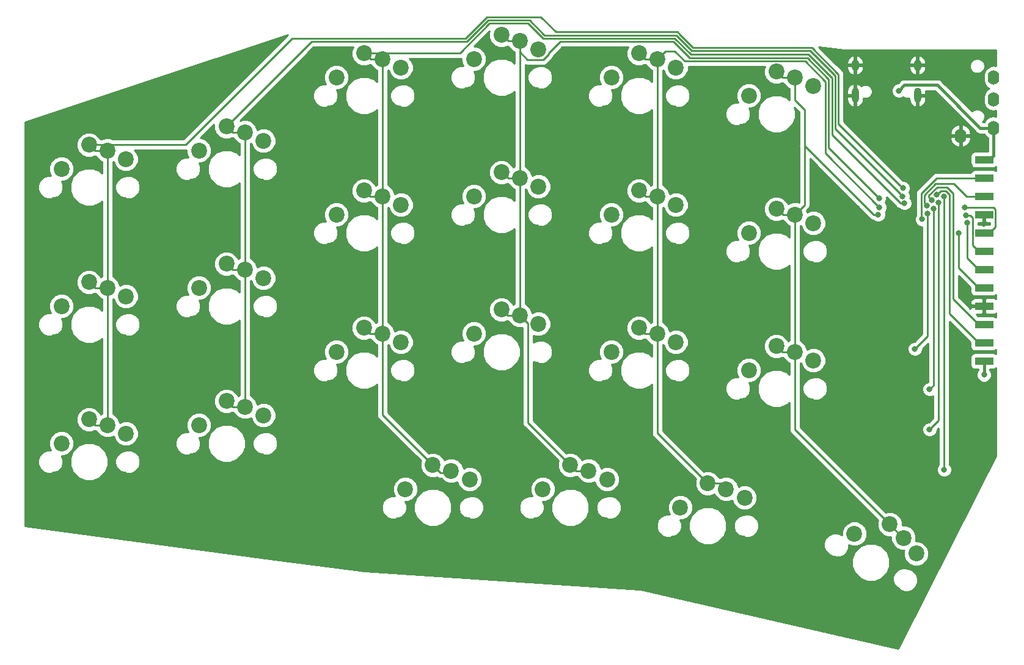
<source format=gbl>
G04 #@! TF.GenerationSoftware,KiCad,Pcbnew,5.0.2+dfsg1-1*
G04 #@! TF.CreationDate,2020-12-03T00:07:36+01:00*
G04 #@! TF.ProjectId,left,6c656674-2e6b-4696-9361-645f70636258,rev?*
G04 #@! TF.SameCoordinates,Original*
G04 #@! TF.FileFunction,Copper,L2,Bot*
G04 #@! TF.FilePolarity,Positive*
%FSLAX46Y46*%
G04 Gerber Fmt 4.6, Leading zero omitted, Abs format (unit mm)*
G04 Created by KiCad (PCBNEW 5.0.2+dfsg1-1) date jeu. 03 déc. 2020 00:07:36 CET*
%MOMM*%
%LPD*%
G01*
G04 APERTURE LIST*
G04 #@! TA.AperFunction,ComponentPad*
%ADD10C,2.200000*%
G04 #@! TD*
G04 #@! TA.AperFunction,ComponentPad*
%ADD11O,1.600000X2.000000*%
G04 #@! TD*
G04 #@! TA.AperFunction,ComponentPad*
%ADD12O,1.000000X1.400000*%
G04 #@! TD*
G04 #@! TA.AperFunction,SMDPad,CuDef*
%ADD13R,2.500000X1.000000*%
G04 #@! TD*
G04 #@! TA.AperFunction,ComponentPad*
%ADD14O,1.000000X2.100000*%
G04 #@! TD*
G04 #@! TA.AperFunction,ComponentPad*
%ADD15O,1.000000X1.600000*%
G04 #@! TD*
G04 #@! TA.AperFunction,ViaPad*
%ADD16C,0.800000*%
G04 #@! TD*
G04 #@! TA.AperFunction,Conductor*
%ADD17C,0.250000*%
G04 #@! TD*
G04 #@! TA.AperFunction,Conductor*
%ADD18C,0.381000*%
G04 #@! TD*
G04 #@! TA.AperFunction,Conductor*
%ADD19C,0.254000*%
G04 #@! TD*
G04 APERTURE END LIST*
D10*
G04 #@! TO.P,SW15,1*
G04 #@! TO.N,Net-(D17-Pad2)*
X228935337Y-117530365D03*
G04 #@! TO.P,SW15,2*
G04 #@! TO.N,COL6*
X225263567Y-113464887D03*
X227170818Y-115332076D03*
G04 #@! TO.P,SW15,1*
G04 #@! TO.N,Net-(D17-Pad2)*
X220354643Y-114771853D03*
G04 #@! TD*
G04 #@! TO.P,SW4,1*
G04 #@! TO.N,Net-(D6-Pad2)*
X110490000Y-83185000D03*
G04 #@! TO.P,SW4,2*
G04 #@! TO.N,COL1*
X116840000Y-80645000D03*
X114300000Y-79825000D03*
G04 #@! TO.P,SW4,1*
G04 #@! TO.N,Net-(D6-Pad2)*
X119400000Y-81825000D03*
G04 #@! TD*
G04 #@! TO.P,SW5,1*
G04 #@! TO.N,Net-(D7-Pad2)*
X119400000Y-100875000D03*
G04 #@! TO.P,SW5,2*
G04 #@! TO.N,COL1*
X114300000Y-98875000D03*
X116840000Y-99695000D03*
G04 #@! TO.P,SW5,1*
G04 #@! TO.N,Net-(D7-Pad2)*
X110490000Y-102235000D03*
G04 #@! TD*
G04 #@! TO.P,SW7,1*
G04 #@! TO.N,Net-(D9-Pad2)*
X148590000Y-51435000D03*
G04 #@! TO.P,SW7,2*
G04 #@! TO.N,COL3*
X154940000Y-48895000D03*
X152400000Y-48075000D03*
G04 #@! TO.P,SW7,1*
G04 #@! TO.N,Net-(D9-Pad2)*
X157500000Y-50075000D03*
G04 #@! TD*
G04 #@! TO.P,SW13,1*
G04 #@! TO.N,Net-(D15-Pad2)*
X214650000Y-71665000D03*
G04 #@! TO.P,SW13,2*
G04 #@! TO.N,COL6*
X209550000Y-69665000D03*
X212090000Y-70485000D03*
G04 #@! TO.P,SW13,1*
G04 #@! TO.N,Net-(D15-Pad2)*
X205740000Y-73025000D03*
G04 #@! TD*
G04 #@! TO.P,SW8,1*
G04 #@! TO.N,Net-(D10-Pad2)*
X148590000Y-70485000D03*
G04 #@! TO.P,SW8,2*
G04 #@! TO.N,COL3*
X154940000Y-67945000D03*
X152400000Y-67125000D03*
G04 #@! TO.P,SW8,1*
G04 #@! TO.N,Net-(D10-Pad2)*
X157500000Y-69125000D03*
G04 #@! TD*
G04 #@! TO.P,SW9,1*
G04 #@! TO.N,Net-(D11-Pad2)*
X157500000Y-88175000D03*
G04 #@! TO.P,SW9,2*
G04 #@! TO.N,COL3*
X152400000Y-86175000D03*
X154940000Y-86995000D03*
G04 #@! TO.P,SW9,1*
G04 #@! TO.N,Net-(D11-Pad2)*
X148590000Y-89535000D03*
G04 #@! TD*
G04 #@! TO.P,SW10,1*
G04 #@! TO.N,Net-(D12-Pad2)*
X158115000Y-108585000D03*
G04 #@! TO.P,SW10,2*
G04 #@! TO.N,COL3*
X164465000Y-106045000D03*
X161925000Y-105225000D03*
G04 #@! TO.P,SW10,1*
G04 #@! TO.N,Net-(D12-Pad2)*
X167025000Y-107225000D03*
G04 #@! TD*
G04 #@! TO.P,SW12,1*
G04 #@! TO.N,Net-(D14-Pad2)*
X214650000Y-52615000D03*
G04 #@! TO.P,SW12,2*
G04 #@! TO.N,COL6*
X209550000Y-50615000D03*
X212090000Y-51435000D03*
G04 #@! TO.P,SW12,1*
G04 #@! TO.N,Net-(D14-Pad2)*
X205740000Y-53975000D03*
G04 #@! TD*
G04 #@! TO.P,SW14,1*
G04 #@! TO.N,Net-(D16-Pad2)*
X205740000Y-92075000D03*
G04 #@! TO.P,SW14,2*
G04 #@! TO.N,COL6*
X212090000Y-89535000D03*
X209550000Y-88715000D03*
G04 #@! TO.P,SW14,1*
G04 #@! TO.N,Net-(D16-Pad2)*
X214650000Y-90715000D03*
G04 #@! TD*
G04 #@! TO.P,SW17,1*
G04 #@! TO.N,Net-(D19-Pad2)*
X138450000Y-60235000D03*
G04 #@! TO.P,SW17,2*
G04 #@! TO.N,COL2*
X133350000Y-58235000D03*
X135890000Y-59055000D03*
G04 #@! TO.P,SW17,1*
G04 #@! TO.N,Net-(D19-Pad2)*
X129540000Y-61595000D03*
G04 #@! TD*
G04 #@! TO.P,SW18,1*
G04 #@! TO.N,Net-(D20-Pad2)*
X129540000Y-80645000D03*
G04 #@! TO.P,SW18,2*
G04 #@! TO.N,COL2*
X135890000Y-78105000D03*
X133350000Y-77285000D03*
G04 #@! TO.P,SW18,1*
G04 #@! TO.N,Net-(D20-Pad2)*
X138450000Y-79285000D03*
G04 #@! TD*
G04 #@! TO.P,SW19,1*
G04 #@! TO.N,Net-(D21-Pad2)*
X138450000Y-98335000D03*
G04 #@! TO.P,SW19,2*
G04 #@! TO.N,COL2*
X133350000Y-96335000D03*
X135890000Y-97155000D03*
G04 #@! TO.P,SW19,1*
G04 #@! TO.N,Net-(D21-Pad2)*
X129540000Y-99695000D03*
G04 #@! TD*
G04 #@! TO.P,SW21,1*
G04 #@! TO.N,Net-(D23-Pad2)*
X167640000Y-48895000D03*
G04 #@! TO.P,SW21,2*
G04 #@! TO.N,COL4*
X173990000Y-46355000D03*
X171450000Y-45535000D03*
G04 #@! TO.P,SW21,1*
G04 #@! TO.N,Net-(D23-Pad2)*
X176550000Y-47535000D03*
G04 #@! TD*
G04 #@! TO.P,SW22,1*
G04 #@! TO.N,Net-(D24-Pad2)*
X176550000Y-66585000D03*
G04 #@! TO.P,SW22,2*
G04 #@! TO.N,COL4*
X171450000Y-64585000D03*
X173990000Y-65405000D03*
G04 #@! TO.P,SW22,1*
G04 #@! TO.N,Net-(D24-Pad2)*
X167640000Y-67945000D03*
G04 #@! TD*
G04 #@! TO.P,SW23,1*
G04 #@! TO.N,Net-(D25-Pad2)*
X167640000Y-86995000D03*
G04 #@! TO.P,SW23,2*
G04 #@! TO.N,COL4*
X173990000Y-84455000D03*
X171450000Y-83635000D03*
G04 #@! TO.P,SW23,1*
G04 #@! TO.N,Net-(D25-Pad2)*
X176550000Y-85635000D03*
G04 #@! TD*
G04 #@! TO.P,SW31,1*
G04 #@! TO.N,Net-(D33-Pad2)*
X195600000Y-50075000D03*
G04 #@! TO.P,SW31,2*
G04 #@! TO.N,COL5*
X190500000Y-48075000D03*
X193040000Y-48895000D03*
G04 #@! TO.P,SW31,1*
G04 #@! TO.N,Net-(D33-Pad2)*
X186690000Y-51435000D03*
G04 #@! TD*
G04 #@! TO.P,SW32,1*
G04 #@! TO.N,Net-(D34-Pad2)*
X186690000Y-70485000D03*
G04 #@! TO.P,SW32,2*
G04 #@! TO.N,COL5*
X193040000Y-67945000D03*
X190500000Y-67125000D03*
G04 #@! TO.P,SW32,1*
G04 #@! TO.N,Net-(D34-Pad2)*
X195600000Y-69125000D03*
G04 #@! TD*
G04 #@! TO.P,SW33,1*
G04 #@! TO.N,Net-(D35-Pad2)*
X195600000Y-88175000D03*
G04 #@! TO.P,SW33,2*
G04 #@! TO.N,COL5*
X190500000Y-86175000D03*
X193040000Y-86995000D03*
G04 #@! TO.P,SW33,1*
G04 #@! TO.N,Net-(D35-Pad2)*
X186690000Y-89535000D03*
G04 #@! TD*
G04 #@! TO.P,SW34,1*
G04 #@! TO.N,Net-(D36-Pad2)*
X196215000Y-111125000D03*
G04 #@! TO.P,SW34,2*
G04 #@! TO.N,COL5*
X202565000Y-108585000D03*
X200025000Y-107765000D03*
G04 #@! TO.P,SW34,1*
G04 #@! TO.N,Net-(D36-Pad2)*
X205125000Y-109765000D03*
G04 #@! TD*
G04 #@! TO.P,SW24,1*
G04 #@! TO.N,Net-(D26-Pad2)*
X186075000Y-107225000D03*
G04 #@! TO.P,SW24,2*
G04 #@! TO.N,COL4*
X180975000Y-105225000D03*
X183515000Y-106045000D03*
G04 #@! TO.P,SW24,1*
G04 #@! TO.N,Net-(D26-Pad2)*
X177165000Y-108585000D03*
G04 #@! TD*
G04 #@! TO.P,SW3,1*
G04 #@! TO.N,Net-(D5-Pad2)*
X119400000Y-62775000D03*
G04 #@! TO.P,SW3,2*
G04 #@! TO.N,COL1*
X114300000Y-60775000D03*
X116840000Y-61595000D03*
G04 #@! TO.P,SW3,1*
G04 #@! TO.N,Net-(D5-Pad2)*
X110490000Y-64135000D03*
G04 #@! TD*
D11*
G04 #@! TO.P,J2,1*
G04 #@! TO.N,GND*
X235063000Y-59560000D03*
G04 #@! TO.P,J2,2*
G04 #@! TO.N,5V*
X239663000Y-58460000D03*
G04 #@! TO.P,J2,4*
G04 #@! TO.N,RX*
X239663000Y-51460000D03*
G04 #@! TO.P,J2,3*
G04 #@! TO.N,TX*
X239663000Y-54460000D03*
D12*
G04 #@! TO.P,J2,4*
G04 #@! TO.N,RX*
X239663000Y-51460000D03*
G04 #@! TO.P,J2,3*
G04 #@! TO.N,TX*
X239663000Y-54460000D03*
G04 #@! TO.P,J2,2*
G04 #@! TO.N,5V*
X239663000Y-58460000D03*
G04 #@! TO.P,J2,1*
G04 #@! TO.N,GND*
X235063000Y-59560000D03*
G04 #@! TD*
D13*
G04 #@! TO.P,J3,12*
G04 #@! TO.N,5V*
X238315000Y-62865000D03*
G04 #@! TO.P,J3,11*
G04 #@! TO.N,PB7*
X238315000Y-65405000D03*
G04 #@! TO.P,J3,10*
G04 #@! TO.N,PB6*
X238315000Y-67945000D03*
G04 #@! TO.P,J3,9*
G04 #@! TO.N,GND*
X238315000Y-70485000D03*
G04 #@! TO.P,J3,8*
G04 #@! TO.N,PA7*
X238315000Y-73025000D03*
G04 #@! TO.P,J3,7*
G04 #@! TO.N,PA6*
X238315000Y-75565000D03*
G04 #@! TO.P,J3,6*
G04 #@! TO.N,PA5*
X238315000Y-78105000D03*
G04 #@! TO.P,J3,5*
G04 #@! TO.N,PA4*
X238315000Y-80645000D03*
G04 #@! TO.P,J3,4*
G04 #@! TO.N,GND*
X238315000Y-83185000D03*
G04 #@! TO.P,J3,3*
G04 #@! TO.N,SWDCLK*
X238315000Y-85725000D03*
G04 #@! TO.P,J3,2*
G04 #@! TO.N,SWDIO*
X238315000Y-88265000D03*
G04 #@! TO.P,J3,1*
G04 #@! TO.N,3.3V*
X238315000Y-90805000D03*
G04 #@! TD*
D14*
G04 #@! TO.P,J1,S1*
G04 #@! TO.N,GND*
X220470000Y-53930000D03*
X229110000Y-53930000D03*
D15*
X229110000Y-49750000D03*
X220470000Y-49750000D03*
G04 #@! TD*
D16*
G04 #@! TO.N,GND*
X220345000Y-74422000D03*
X221996000Y-83947000D03*
X227965000Y-80137000D03*
X235712000Y-81280000D03*
X238252000Y-71755000D03*
X236347000Y-63627000D03*
X220726000Y-69596000D03*
X223520000Y-61214000D03*
X230505000Y-59690000D03*
G04 #@! TO.N,5V*
X226507489Y-53279489D03*
G04 #@! TO.N,3.3V*
X238315000Y-92710000D03*
G04 #@! TO.N,PA4*
X234823000Y-73025000D03*
G04 #@! TO.N,PA5*
X235966000Y-71628000D03*
G04 #@! TO.N,PA6*
X235819000Y-70592000D03*
G04 #@! TO.N,PA7*
X235616000Y-69469000D03*
G04 #@! TO.N,ROW1*
X230505000Y-70358000D03*
X228727000Y-89118927D03*
G04 #@! TO.N,ROW2*
X230759000Y-94706927D03*
X231295661Y-69612394D03*
G04 #@! TO.N,ROW3*
X230759000Y-100294927D03*
X232035892Y-68843108D03*
G04 #@! TO.N,ROW4*
X232791000Y-105882927D03*
X232727096Y-67934685D03*
G04 #@! TO.N,SWDIO*
X231733288Y-67744851D03*
G04 #@! TO.N,SWDCLK*
X231039426Y-68464974D03*
G04 #@! TO.N,COL1*
X227075996Y-66802000D03*
G04 #@! TO.N,COL2*
X227035097Y-67928177D03*
G04 #@! TO.N,COL3*
X227296223Y-68893494D03*
G04 #@! TO.N,COL4*
X223773988Y-68199000D03*
G04 #@! TO.N,PB6*
X230377996Y-69215000D03*
G04 #@! TO.N,PB7*
X229743000Y-71120000D03*
G04 #@! TO.N,COL5*
X223830091Y-69450510D03*
G04 #@! TO.N,COL6*
X223647000Y-70484902D03*
G04 #@! TD*
D17*
G04 #@! TO.N,5V*
X238125000Y-62675000D02*
X238315000Y-62865000D01*
D18*
X238482000Y-58460000D02*
X239663000Y-58460000D01*
X237793058Y-58460000D02*
X238482000Y-58460000D01*
X227297488Y-52489490D02*
X231822548Y-52489490D01*
X231822548Y-52489490D02*
X237793058Y-58460000D01*
X226507489Y-53279489D02*
X227297488Y-52489490D01*
X239065000Y-62865000D02*
X238315000Y-62865000D01*
X239649000Y-62281000D02*
X239065000Y-62865000D01*
X239649000Y-61976000D02*
X239649000Y-62281000D01*
X239663000Y-58460000D02*
X239663000Y-61962000D01*
X239663000Y-61962000D02*
X239649000Y-61976000D01*
G04 #@! TO.N,3.3V*
X238315000Y-92710000D02*
X238315000Y-90805000D01*
D17*
G04 #@! TO.N,PA4*
X234823000Y-77903000D02*
X234823000Y-73590685D01*
X237565000Y-80645000D02*
X234823000Y-77903000D01*
X234823000Y-73590685D02*
X234823000Y-73025000D01*
X238315000Y-80645000D02*
X237565000Y-80645000D01*
G04 #@! TO.N,PA5*
X238315000Y-78105000D02*
X237565000Y-78105000D01*
X235966000Y-72193685D02*
X235966000Y-71628000D01*
X237565000Y-78105000D02*
X235966000Y-76506000D01*
X235966000Y-76506000D02*
X235966000Y-72193685D01*
G04 #@! TO.N,PA6*
X237565000Y-75565000D02*
X238315000Y-75565000D01*
X236739999Y-70947314D02*
X236739999Y-74739999D01*
X236384685Y-70592000D02*
X236739999Y-70947314D01*
X236739999Y-74739999D02*
X237565000Y-75565000D01*
X235819000Y-70592000D02*
X236384685Y-70592000D01*
G04 #@! TO.N,PA7*
X239890001Y-72199999D02*
X239065000Y-73025000D01*
X239890001Y-69724999D02*
X239890001Y-72199999D01*
X239634002Y-69469000D02*
X239890001Y-69724999D01*
X239065000Y-73025000D02*
X238315000Y-73025000D01*
X235616000Y-69469000D02*
X239634002Y-69469000D01*
G04 #@! TO.N,ROW1*
X230505000Y-87340927D02*
X230505000Y-70358000D01*
X228727000Y-89118927D02*
X230505000Y-87340927D01*
G04 #@! TO.N,ROW2*
X230759000Y-94706927D02*
X231295661Y-94170266D01*
X231295661Y-70178079D02*
X231295661Y-69612394D01*
X231295661Y-94170266D02*
X231295661Y-70178079D01*
G04 #@! TO.N,ROW3*
X232035892Y-99018035D02*
X232035892Y-69408793D01*
X232035892Y-69408793D02*
X232035892Y-68843108D01*
X230759000Y-100294927D02*
X232035892Y-99018035D01*
G04 #@! TO.N,ROW4*
X232791000Y-68072000D02*
X232791000Y-68072000D01*
X232791000Y-67998589D02*
X232727096Y-67934685D01*
X232791000Y-105882927D02*
X232791000Y-67998589D01*
G04 #@! TO.N,SWDIO*
X233553000Y-84253000D02*
X233553000Y-67687587D01*
X237565000Y-88265000D02*
X233553000Y-84253000D01*
X232314136Y-67164003D02*
X232133287Y-67344852D01*
X233029416Y-67164003D02*
X232314136Y-67164003D01*
X232133287Y-67344852D02*
X231733288Y-67744851D01*
X233553000Y-67687587D02*
X233029416Y-67164003D01*
X238315000Y-88265000D02*
X237565000Y-88265000D01*
G04 #@! TO.N,SWDCLK*
X234061000Y-67559177D02*
X233157825Y-66656002D01*
X231796818Y-66656002D02*
X230639427Y-67813393D01*
X234061000Y-82221000D02*
X234061000Y-67559177D01*
X230639427Y-68064975D02*
X231039426Y-68464974D01*
X233157825Y-66656002D02*
X231796818Y-66656002D01*
X230639427Y-67813393D02*
X230639427Y-68064975D01*
X238315000Y-85725000D02*
X237565000Y-85725000D01*
X237565000Y-85725000D02*
X234061000Y-82221000D01*
G04 #@! TO.N,COL1*
X115120000Y-61595000D02*
X114300000Y-60775000D01*
X116840000Y-61595000D02*
X115120000Y-61595000D01*
X116840000Y-61595000D02*
X116840000Y-80645000D01*
X115120000Y-80645000D02*
X114300000Y-79825000D01*
X116840000Y-80645000D02*
X115120000Y-80645000D01*
X116840000Y-80645000D02*
X116840000Y-99695000D01*
X115120000Y-99695000D02*
X114300000Y-98875000D01*
X116840000Y-99695000D02*
X115120000Y-99695000D01*
X179004802Y-45131967D02*
X195833594Y-45131967D01*
X195833594Y-45131967D02*
X196097205Y-45395578D01*
X214435400Y-47301989D02*
X218139029Y-51005618D01*
X176914813Y-43041978D02*
X179004802Y-45131967D01*
X198003613Y-47301989D02*
X214435400Y-47301989D01*
X169427611Y-43041978D02*
X176914813Y-43041978D01*
X142436011Y-46031989D02*
X166437600Y-46031989D01*
X114300000Y-60775000D02*
X127693000Y-60775000D01*
X166437600Y-46031989D02*
X169427611Y-43041978D01*
X226675997Y-66402001D02*
X227075996Y-66802000D01*
X127693000Y-60775000D02*
X142436011Y-46031989D01*
X196097205Y-45395578D02*
X198003613Y-47301989D01*
X218139029Y-57865033D02*
X226675997Y-66402001D01*
X218139029Y-51005618D02*
X218139029Y-57865033D01*
G04 #@! TO.N,COL2*
X217689020Y-58582100D02*
X226635098Y-67528178D01*
X226635098Y-67528178D02*
X227035097Y-67928177D01*
X134170000Y-97155000D02*
X133350000Y-96335000D01*
X135890000Y-97155000D02*
X134170000Y-97155000D01*
X135890000Y-97155000D02*
X135890000Y-78105000D01*
X134170000Y-78105000D02*
X133350000Y-77285000D01*
X135890000Y-78105000D02*
X134170000Y-78105000D01*
X135890000Y-63233998D02*
X135890000Y-59055000D01*
X135890000Y-78105000D02*
X135890000Y-63233998D01*
X134170000Y-59055000D02*
X133350000Y-58235000D01*
X135890000Y-59055000D02*
X134170000Y-59055000D01*
X217689020Y-51192020D02*
X217689020Y-51943000D01*
X197817214Y-47752000D02*
X214249000Y-47752000D01*
X217689020Y-51943000D02*
X217689020Y-58582100D01*
X214249000Y-47752000D02*
X217689020Y-51192020D01*
X195647194Y-45581978D02*
X197817214Y-47752000D01*
X133350000Y-58235000D02*
X145103000Y-46482000D01*
X169614011Y-43491989D02*
X175319399Y-43491989D01*
X177409388Y-45581978D02*
X195647194Y-45581978D01*
X217689020Y-51825610D02*
X217689020Y-51943000D01*
X175319399Y-43491989D02*
X177409388Y-45581978D01*
X166624000Y-46482000D02*
X169614011Y-43491989D01*
X145103000Y-46482000D02*
X166624000Y-46482000D01*
G04 #@! TO.N,COL3*
X152564366Y-48075000D02*
X152400000Y-48075000D01*
X153384366Y-48895000D02*
X152564366Y-48075000D01*
X154940000Y-48895000D02*
X153384366Y-48895000D01*
X154940000Y-48895000D02*
X154940000Y-67945000D01*
X153220000Y-67945000D02*
X152400000Y-67125000D01*
X154940000Y-67945000D02*
X153220000Y-67945000D01*
X154940000Y-67945000D02*
X154940000Y-86995000D01*
X153220000Y-86995000D02*
X152400000Y-86175000D01*
X154940000Y-86995000D02*
X153220000Y-86995000D01*
X154940000Y-98240000D02*
X161925000Y-105225000D01*
X154940000Y-86995000D02*
X154940000Y-98240000D01*
X164185001Y-106324999D02*
X164465000Y-106045000D01*
X163024999Y-106324999D02*
X164185001Y-106324999D01*
X161925000Y-105225000D02*
X163024999Y-106324999D01*
X213997822Y-48260000D02*
X217239011Y-51501189D01*
X195460794Y-46031989D02*
X197688804Y-48260000D01*
X197688804Y-48260000D02*
X213997822Y-48260000D01*
X152400000Y-48075000D02*
X165667411Y-48075000D01*
X217239011Y-51501189D02*
X217239010Y-59401966D01*
X175132999Y-43942000D02*
X177222988Y-46031989D01*
X165667411Y-48075000D02*
X169800411Y-43942000D01*
X169800411Y-43942000D02*
X175132999Y-43942000D01*
X226730538Y-68893494D02*
X227296223Y-68893494D01*
X177222988Y-46031989D02*
X195460794Y-46031989D01*
X217239010Y-59401966D02*
X226730538Y-68893494D01*
G04 #@! TO.N,COL4*
X223773988Y-68199000D02*
X216789000Y-61214012D01*
X216789000Y-61214012D02*
X216789000Y-57658000D01*
X216789000Y-57658000D02*
X216789000Y-58571000D01*
X181795000Y-106045000D02*
X180975000Y-105225000D01*
X183515000Y-106045000D02*
X181795000Y-106045000D01*
X175089999Y-85554999D02*
X173990000Y-84455000D01*
X175124999Y-85589999D02*
X175089999Y-85554999D01*
X175124999Y-99374999D02*
X175124999Y-85589999D01*
X180975000Y-105225000D02*
X175124999Y-99374999D01*
X172270000Y-84455000D02*
X171450000Y-83635000D01*
X173990000Y-84455000D02*
X172270000Y-84455000D01*
X173990000Y-82899366D02*
X173990000Y-65405000D01*
X173990000Y-84455000D02*
X173990000Y-82899366D01*
X171614366Y-64585000D02*
X171450000Y-64585000D01*
X172434366Y-65405000D02*
X171614366Y-64585000D01*
X173990000Y-65405000D02*
X172434366Y-65405000D01*
X173990000Y-63849366D02*
X173990000Y-46355000D01*
X173990000Y-65405000D02*
X173990000Y-63849366D01*
X171614366Y-45535000D02*
X171450000Y-45535000D01*
X172434366Y-46355000D02*
X171614366Y-45535000D01*
X173990000Y-46355000D02*
X172434366Y-46355000D01*
X195274394Y-46482000D02*
X197532382Y-48739988D01*
X179564002Y-46482000D02*
X195274394Y-46482000D01*
X197532382Y-48739988D02*
X213841399Y-48739988D01*
X177975001Y-48071001D02*
X179564002Y-46482000D01*
X177975001Y-48219001D02*
X177975001Y-48071001D01*
X173990000Y-47910634D02*
X175039367Y-48960001D01*
X216789000Y-51814589D02*
X216789000Y-57658000D01*
X213841399Y-48739988D02*
X216789000Y-51687589D01*
X177234001Y-48960001D02*
X177975001Y-48219001D01*
X175039367Y-48960001D02*
X177234001Y-48960001D01*
X216789000Y-51687589D02*
X216789000Y-51814589D01*
X173990000Y-46355000D02*
X173990000Y-47910634D01*
G04 #@! TO.N,PB6*
X230066011Y-67750399D02*
X230066011Y-68903015D01*
X230066011Y-68903015D02*
X230377996Y-69215000D01*
X235899999Y-67945000D02*
X234160990Y-66205991D01*
X231610419Y-66205991D02*
X230066011Y-67750399D01*
X234160990Y-66205991D02*
X231610419Y-66205991D01*
X238315000Y-67945000D02*
X235899999Y-67945000D01*
G04 #@! TO.N,PB7*
X229616000Y-67564000D02*
X229616000Y-70993000D01*
X238315000Y-65405000D02*
X231775000Y-65405000D01*
X229616000Y-70993000D02*
X229743000Y-71120000D01*
X231775000Y-65405000D02*
X229616000Y-67564000D01*
G04 #@! TO.N,COL5*
X191320000Y-48895000D02*
X190500000Y-48075000D01*
X193040000Y-48895000D02*
X191320000Y-48895000D01*
X190664366Y-67125000D02*
X190500000Y-67125000D01*
X191484366Y-67945000D02*
X190664366Y-67125000D01*
X193040000Y-67945000D02*
X191484366Y-67945000D01*
X193040000Y-48895000D02*
X193040000Y-67945000D01*
X193040000Y-67945000D02*
X193040000Y-86995000D01*
X191320000Y-86995000D02*
X190500000Y-86175000D01*
X193040000Y-86995000D02*
X191320000Y-86995000D01*
X193040000Y-100780000D02*
X200025000Y-107765000D01*
X193040000Y-86995000D02*
X193040000Y-100780000D01*
X201745000Y-107765000D02*
X202565000Y-108585000D01*
X200025000Y-107765000D02*
X201745000Y-107765000D01*
X194139999Y-47795001D02*
X193040000Y-48895000D01*
X195429003Y-47795001D02*
X194139999Y-47795001D01*
X196824001Y-49189999D02*
X195429003Y-47795001D01*
X216338989Y-61959408D02*
X216338989Y-52000989D01*
X213527999Y-49189999D02*
X196824001Y-49189999D01*
X216338989Y-52000989D02*
X213527999Y-49189999D01*
X223830091Y-69450510D02*
X216338989Y-61959408D01*
G04 #@! TO.N,COL6*
X213429999Y-60267901D02*
X213429999Y-55909212D01*
X212090000Y-54569213D02*
X212090000Y-51435000D01*
X213429999Y-55909212D02*
X212090000Y-54569213D01*
X210370000Y-51435000D02*
X209550000Y-50615000D01*
X212090000Y-51435000D02*
X210370000Y-51435000D01*
X213429999Y-69145001D02*
X212090000Y-70485000D01*
X213429999Y-60267901D02*
X213429999Y-69145001D01*
X212090000Y-70485000D02*
X212090000Y-89535000D01*
X210370000Y-89535000D02*
X209550000Y-88715000D01*
X212090000Y-89535000D02*
X210370000Y-89535000D01*
X209714366Y-69665000D02*
X209550000Y-69665000D01*
X210534366Y-70485000D02*
X209714366Y-69665000D01*
X212090000Y-70485000D02*
X210534366Y-70485000D01*
X212090000Y-100291320D02*
X225263567Y-113464887D01*
X212090000Y-89535000D02*
X212090000Y-100291320D01*
X227130756Y-115332076D02*
X227170818Y-115332076D01*
X225263567Y-113464887D02*
X227130756Y-115332076D01*
X213429999Y-60902999D02*
X213429999Y-60267901D01*
X223647000Y-70484902D02*
X223011902Y-70484902D01*
X223011902Y-70484902D02*
X213429999Y-60902999D01*
G04 #@! TO.N,Net-(D23-Pad2)*
X167640000Y-48895000D02*
X167705001Y-48960001D01*
G04 #@! TD*
D19*
G04 #@! TO.N,GND*
G36*
X169715000Y-45189887D02*
X169715000Y-45880113D01*
X169979138Y-46517799D01*
X170467201Y-47005862D01*
X171104887Y-47270000D01*
X171795113Y-47270000D01*
X172231021Y-47089441D01*
X172359514Y-47115000D01*
X172359518Y-47115000D01*
X172432898Y-47129596D01*
X172519138Y-47337799D01*
X173007201Y-47825862D01*
X173215404Y-47912102D01*
X173230001Y-47985485D01*
X173230001Y-49488548D01*
X172942608Y-49201155D01*
X171974134Y-48800000D01*
X170925866Y-48800000D01*
X169957392Y-49201155D01*
X169216155Y-49942392D01*
X168815000Y-50910866D01*
X168815000Y-51959134D01*
X169216155Y-52927608D01*
X169957392Y-53668845D01*
X170925866Y-54070000D01*
X171974134Y-54070000D01*
X172942608Y-53668845D01*
X173230001Y-53381452D01*
X173230000Y-63841852D01*
X173050863Y-63916052D01*
X172920862Y-63602201D01*
X172432799Y-63114138D01*
X171795113Y-62850000D01*
X171104887Y-62850000D01*
X170467201Y-63114138D01*
X169979138Y-63602201D01*
X169715000Y-64239887D01*
X169715000Y-64930113D01*
X169979138Y-65567799D01*
X170467201Y-66055862D01*
X171104887Y-66320000D01*
X171795113Y-66320000D01*
X172231021Y-66139441D01*
X172359514Y-66165000D01*
X172359518Y-66165000D01*
X172432898Y-66179596D01*
X172519138Y-66387799D01*
X173007201Y-66875862D01*
X173230001Y-66968149D01*
X173230001Y-68538548D01*
X172942608Y-68251155D01*
X171974134Y-67850000D01*
X170925866Y-67850000D01*
X169957392Y-68251155D01*
X169216155Y-68992392D01*
X168815000Y-69960866D01*
X168815000Y-71009134D01*
X169216155Y-71977608D01*
X169957392Y-72718845D01*
X170925866Y-73120000D01*
X171974134Y-73120000D01*
X172942608Y-72718845D01*
X173230001Y-72431452D01*
X173230000Y-82891852D01*
X173050863Y-82966052D01*
X172920862Y-82652201D01*
X172432799Y-82164138D01*
X171795113Y-81900000D01*
X171104887Y-81900000D01*
X170467201Y-82164138D01*
X169979138Y-82652201D01*
X169715000Y-83289887D01*
X169715000Y-83980113D01*
X169979138Y-84617799D01*
X170467201Y-85105862D01*
X171104887Y-85370000D01*
X171795113Y-85370000D01*
X172177697Y-85211529D01*
X172195148Y-85215000D01*
X172195152Y-85215000D01*
X172269999Y-85229888D01*
X172344846Y-85215000D01*
X172426852Y-85215000D01*
X172519138Y-85437799D01*
X173007201Y-85925862D01*
X173644887Y-86190000D01*
X174335113Y-86190000D01*
X174365000Y-86177620D01*
X174364999Y-99300152D01*
X174350111Y-99374999D01*
X174364999Y-99449846D01*
X174364999Y-99449850D01*
X174409095Y-99671535D01*
X174577070Y-99922928D01*
X174640529Y-99965330D01*
X179332286Y-104657088D01*
X179240000Y-104879887D01*
X179240000Y-105570113D01*
X179504138Y-106207799D01*
X179992201Y-106695862D01*
X180629887Y-106960000D01*
X181320113Y-106960000D01*
X181702697Y-106801529D01*
X181720148Y-106805000D01*
X181720152Y-106805000D01*
X181794999Y-106819888D01*
X181869846Y-106805000D01*
X181951852Y-106805000D01*
X182044138Y-107027799D01*
X182532201Y-107515862D01*
X183169887Y-107780000D01*
X183860113Y-107780000D01*
X184343928Y-107579597D01*
X184604138Y-108207799D01*
X185092201Y-108695862D01*
X185729887Y-108960000D01*
X186420113Y-108960000D01*
X187057799Y-108695862D01*
X187545862Y-108207799D01*
X187810000Y-107570113D01*
X187810000Y-106879887D01*
X187545862Y-106242201D01*
X187057799Y-105754138D01*
X186420113Y-105490000D01*
X185729887Y-105490000D01*
X185246072Y-105690403D01*
X184985862Y-105062201D01*
X184497799Y-104574138D01*
X183860113Y-104310000D01*
X183169887Y-104310000D01*
X182575863Y-104556052D01*
X182445862Y-104242201D01*
X181957799Y-103754138D01*
X181320113Y-103490000D01*
X180629887Y-103490000D01*
X180407088Y-103582286D01*
X175884999Y-99060198D01*
X175884999Y-91759724D01*
X183415000Y-91759724D01*
X183415000Y-92390276D01*
X183656302Y-92972830D01*
X184102170Y-93418698D01*
X184684724Y-93660000D01*
X185315276Y-93660000D01*
X185556697Y-93560000D01*
X185715385Y-93560000D01*
X186261185Y-93333922D01*
X186678922Y-92916185D01*
X186905000Y-92370385D01*
X186905000Y-91779615D01*
X186693910Y-91270000D01*
X187035113Y-91270000D01*
X187672799Y-91005862D01*
X188160862Y-90517799D01*
X188425000Y-89880113D01*
X188425000Y-89189887D01*
X188160862Y-88552201D01*
X187672799Y-88064138D01*
X187035113Y-87800000D01*
X186344887Y-87800000D01*
X185707201Y-88064138D01*
X185219138Y-88552201D01*
X184955000Y-89189887D01*
X184955000Y-89880113D01*
X185207623Y-90490000D01*
X184684724Y-90490000D01*
X184102170Y-90731302D01*
X183656302Y-91177170D01*
X183415000Y-91759724D01*
X175884999Y-91759724D01*
X175884999Y-90875184D01*
X176234615Y-91020000D01*
X176393303Y-91020000D01*
X176634724Y-91120000D01*
X177265276Y-91120000D01*
X177847830Y-90878698D01*
X178293698Y-90432830D01*
X178535000Y-89850276D01*
X178535000Y-89219724D01*
X178293698Y-88637170D01*
X177847830Y-88191302D01*
X177265276Y-87950000D01*
X176634724Y-87950000D01*
X176393303Y-88050000D01*
X176234615Y-88050000D01*
X175884999Y-88194816D01*
X175884999Y-87237498D01*
X176204887Y-87370000D01*
X176895113Y-87370000D01*
X177532799Y-87105862D01*
X178020862Y-86617799D01*
X178285000Y-85980113D01*
X178285000Y-85289887D01*
X178020862Y-84652201D01*
X177532799Y-84164138D01*
X176895113Y-83900000D01*
X176204887Y-83900000D01*
X175721072Y-84100403D01*
X175460862Y-83472201D01*
X174972799Y-82984138D01*
X174750000Y-82891852D01*
X174750000Y-72709724D01*
X183415000Y-72709724D01*
X183415000Y-73340276D01*
X183656302Y-73922830D01*
X184102170Y-74368698D01*
X184684724Y-74610000D01*
X185315276Y-74610000D01*
X185556697Y-74510000D01*
X185715385Y-74510000D01*
X186261185Y-74283922D01*
X186678922Y-73866185D01*
X186905000Y-73320385D01*
X186905000Y-72729615D01*
X186693910Y-72220000D01*
X187035113Y-72220000D01*
X187672799Y-71955862D01*
X188160862Y-71467799D01*
X188425000Y-70830113D01*
X188425000Y-70139887D01*
X188160862Y-69502201D01*
X187672799Y-69014138D01*
X187035113Y-68750000D01*
X186344887Y-68750000D01*
X185707201Y-69014138D01*
X185219138Y-69502201D01*
X184955000Y-70139887D01*
X184955000Y-70830113D01*
X185207623Y-71440000D01*
X184684724Y-71440000D01*
X184102170Y-71681302D01*
X183656302Y-72127170D01*
X183415000Y-72709724D01*
X174750000Y-72709724D01*
X174750000Y-70189615D01*
X175045000Y-70189615D01*
X175045000Y-70780385D01*
X175271078Y-71326185D01*
X175688815Y-71743922D01*
X176234615Y-71970000D01*
X176393303Y-71970000D01*
X176634724Y-72070000D01*
X177265276Y-72070000D01*
X177847830Y-71828698D01*
X178293698Y-71382830D01*
X178535000Y-70800276D01*
X178535000Y-70169724D01*
X178293698Y-69587170D01*
X177847830Y-69141302D01*
X177265276Y-68900000D01*
X176634724Y-68900000D01*
X176393303Y-69000000D01*
X176234615Y-69000000D01*
X175688815Y-69226078D01*
X175271078Y-69643815D01*
X175045000Y-70189615D01*
X174750000Y-70189615D01*
X174750000Y-66968148D01*
X174818928Y-66939597D01*
X175079138Y-67567799D01*
X175567201Y-68055862D01*
X176204887Y-68320000D01*
X176895113Y-68320000D01*
X177532799Y-68055862D01*
X178020862Y-67567799D01*
X178285000Y-66930113D01*
X178285000Y-66239887D01*
X178020862Y-65602201D01*
X177532799Y-65114138D01*
X176895113Y-64850000D01*
X176204887Y-64850000D01*
X175721072Y-65050403D01*
X175460862Y-64422201D01*
X174972799Y-63934138D01*
X174750000Y-63841852D01*
X174750000Y-53659724D01*
X183415000Y-53659724D01*
X183415000Y-54290276D01*
X183656302Y-54872830D01*
X184102170Y-55318698D01*
X184684724Y-55560000D01*
X185315276Y-55560000D01*
X185556697Y-55460000D01*
X185715385Y-55460000D01*
X186261185Y-55233922D01*
X186678922Y-54816185D01*
X186905000Y-54270385D01*
X186905000Y-53679615D01*
X186693910Y-53170000D01*
X187035113Y-53170000D01*
X187672799Y-52905862D01*
X188160862Y-52417799D01*
X188425000Y-51780113D01*
X188425000Y-51089887D01*
X188160862Y-50452201D01*
X187672799Y-49964138D01*
X187035113Y-49700000D01*
X186344887Y-49700000D01*
X185707201Y-49964138D01*
X185219138Y-50452201D01*
X184955000Y-51089887D01*
X184955000Y-51780113D01*
X185207623Y-52390000D01*
X184684724Y-52390000D01*
X184102170Y-52631302D01*
X183656302Y-53077170D01*
X183415000Y-53659724D01*
X174750000Y-53659724D01*
X174750000Y-51139615D01*
X175045000Y-51139615D01*
X175045000Y-51730385D01*
X175271078Y-52276185D01*
X175688815Y-52693922D01*
X176234615Y-52920000D01*
X176393303Y-52920000D01*
X176634724Y-53020000D01*
X177265276Y-53020000D01*
X177847830Y-52778698D01*
X178293698Y-52332830D01*
X178535000Y-51750276D01*
X178535000Y-51119724D01*
X178293698Y-50537170D01*
X177847830Y-50091302D01*
X177265276Y-49850000D01*
X176634724Y-49850000D01*
X176393303Y-49950000D01*
X176234615Y-49950000D01*
X175688815Y-50176078D01*
X175271078Y-50593815D01*
X175045000Y-51139615D01*
X174750000Y-51139615D01*
X174750000Y-49677331D01*
X174964515Y-49720001D01*
X174964519Y-49720001D01*
X175039366Y-49734889D01*
X175114213Y-49720001D01*
X177159154Y-49720001D01*
X177234001Y-49734889D01*
X177308848Y-49720001D01*
X177308853Y-49720001D01*
X177530538Y-49675905D01*
X177781930Y-49507930D01*
X177824332Y-49444471D01*
X178459474Y-48809330D01*
X178522930Y-48766930D01*
X178690905Y-48515538D01*
X178712170Y-48408633D01*
X179878804Y-47242000D01*
X188967089Y-47242000D01*
X188765000Y-47729887D01*
X188765000Y-48420113D01*
X189029138Y-49057799D01*
X189517201Y-49545862D01*
X190154887Y-49810000D01*
X190845113Y-49810000D01*
X191227697Y-49651529D01*
X191245148Y-49655000D01*
X191245152Y-49655000D01*
X191319999Y-49669888D01*
X191394846Y-49655000D01*
X191476852Y-49655000D01*
X191569138Y-49877799D01*
X192057201Y-50365862D01*
X192280000Y-50458148D01*
X192280000Y-52028547D01*
X191992608Y-51741155D01*
X191024134Y-51340000D01*
X189975866Y-51340000D01*
X189007392Y-51741155D01*
X188266155Y-52482392D01*
X187865000Y-53450866D01*
X187865000Y-54499134D01*
X188266155Y-55467608D01*
X189007392Y-56208845D01*
X189975866Y-56610000D01*
X191024134Y-56610000D01*
X191992608Y-56208845D01*
X192280000Y-55921453D01*
X192280001Y-66381851D01*
X192100863Y-66456052D01*
X191970862Y-66142201D01*
X191482799Y-65654138D01*
X190845113Y-65390000D01*
X190154887Y-65390000D01*
X189517201Y-65654138D01*
X189029138Y-66142201D01*
X188765000Y-66779887D01*
X188765000Y-67470113D01*
X189029138Y-68107799D01*
X189517201Y-68595862D01*
X190154887Y-68860000D01*
X190845113Y-68860000D01*
X191281021Y-68679441D01*
X191409514Y-68705000D01*
X191409518Y-68705000D01*
X191482898Y-68719596D01*
X191569138Y-68927799D01*
X192057201Y-69415862D01*
X192280000Y-69508148D01*
X192280000Y-71078547D01*
X191992608Y-70791155D01*
X191024134Y-70390000D01*
X189975866Y-70390000D01*
X189007392Y-70791155D01*
X188266155Y-71532392D01*
X187865000Y-72500866D01*
X187865000Y-73549134D01*
X188266155Y-74517608D01*
X189007392Y-75258845D01*
X189975866Y-75660000D01*
X191024134Y-75660000D01*
X191992608Y-75258845D01*
X192280000Y-74971453D01*
X192280001Y-85431851D01*
X192100863Y-85506052D01*
X191970862Y-85192201D01*
X191482799Y-84704138D01*
X190845113Y-84440000D01*
X190154887Y-84440000D01*
X189517201Y-84704138D01*
X189029138Y-85192201D01*
X188765000Y-85829887D01*
X188765000Y-86520113D01*
X189029138Y-87157799D01*
X189517201Y-87645862D01*
X190154887Y-87910000D01*
X190845113Y-87910000D01*
X191227697Y-87751529D01*
X191245148Y-87755000D01*
X191245152Y-87755000D01*
X191319999Y-87769888D01*
X191394846Y-87755000D01*
X191476852Y-87755000D01*
X191569138Y-87977799D01*
X192057201Y-88465862D01*
X192280000Y-88558148D01*
X192280000Y-90128547D01*
X191992608Y-89841155D01*
X191024134Y-89440000D01*
X189975866Y-89440000D01*
X189007392Y-89841155D01*
X188266155Y-90582392D01*
X187865000Y-91550866D01*
X187865000Y-92599134D01*
X188266155Y-93567608D01*
X189007392Y-94308845D01*
X189975866Y-94710000D01*
X191024134Y-94710000D01*
X191992608Y-94308845D01*
X192280001Y-94021452D01*
X192280001Y-100705148D01*
X192265112Y-100780000D01*
X192324097Y-101076537D01*
X192420032Y-101220113D01*
X192492072Y-101327929D01*
X192555528Y-101370329D01*
X198382286Y-107197088D01*
X198290000Y-107419887D01*
X198290000Y-108110113D01*
X198554138Y-108747799D01*
X199042201Y-109235862D01*
X199679887Y-109500000D01*
X200370113Y-109500000D01*
X200964137Y-109253948D01*
X201094138Y-109567799D01*
X201582201Y-110055862D01*
X202219887Y-110320000D01*
X202910113Y-110320000D01*
X203393928Y-110119597D01*
X203654138Y-110747799D01*
X204142201Y-111235862D01*
X204779887Y-111500000D01*
X205470113Y-111500000D01*
X206107799Y-111235862D01*
X206595862Y-110747799D01*
X206860000Y-110110113D01*
X206860000Y-109419887D01*
X206595862Y-108782201D01*
X206107799Y-108294138D01*
X205470113Y-108030000D01*
X204779887Y-108030000D01*
X204296072Y-108230403D01*
X204035862Y-107602201D01*
X203547799Y-107114138D01*
X202910113Y-106850000D01*
X202219887Y-106850000D01*
X201837303Y-107008471D01*
X201819852Y-107005000D01*
X201819847Y-107005000D01*
X201745000Y-106990112D01*
X201670153Y-107005000D01*
X201588148Y-107005000D01*
X201495862Y-106782201D01*
X201007799Y-106294138D01*
X200370113Y-106030000D01*
X199679887Y-106030000D01*
X199457088Y-106122286D01*
X193800000Y-100465199D01*
X193800000Y-94299724D01*
X202465000Y-94299724D01*
X202465000Y-94930276D01*
X202706302Y-95512830D01*
X203152170Y-95958698D01*
X203734724Y-96200000D01*
X204365276Y-96200000D01*
X204606697Y-96100000D01*
X204765385Y-96100000D01*
X205311185Y-95873922D01*
X205728922Y-95456185D01*
X205955000Y-94910385D01*
X205955000Y-94319615D01*
X205743910Y-93810000D01*
X206085113Y-93810000D01*
X206722799Y-93545862D01*
X207210862Y-93057799D01*
X207475000Y-92420113D01*
X207475000Y-91729887D01*
X207210862Y-91092201D01*
X206722799Y-90604138D01*
X206085113Y-90340000D01*
X205394887Y-90340000D01*
X204757201Y-90604138D01*
X204269138Y-91092201D01*
X204005000Y-91729887D01*
X204005000Y-92420113D01*
X204257623Y-93030000D01*
X203734724Y-93030000D01*
X203152170Y-93271302D01*
X202706302Y-93717170D01*
X202465000Y-94299724D01*
X193800000Y-94299724D01*
X193800000Y-91779615D01*
X194095000Y-91779615D01*
X194095000Y-92370385D01*
X194321078Y-92916185D01*
X194738815Y-93333922D01*
X195284615Y-93560000D01*
X195443303Y-93560000D01*
X195684724Y-93660000D01*
X196315276Y-93660000D01*
X196897830Y-93418698D01*
X197343698Y-92972830D01*
X197585000Y-92390276D01*
X197585000Y-91759724D01*
X197343698Y-91177170D01*
X196897830Y-90731302D01*
X196315276Y-90490000D01*
X195684724Y-90490000D01*
X195443303Y-90590000D01*
X195284615Y-90590000D01*
X194738815Y-90816078D01*
X194321078Y-91233815D01*
X194095000Y-91779615D01*
X193800000Y-91779615D01*
X193800000Y-88558148D01*
X193868928Y-88529597D01*
X194129138Y-89157799D01*
X194617201Y-89645862D01*
X195254887Y-89910000D01*
X195945113Y-89910000D01*
X196582799Y-89645862D01*
X197070862Y-89157799D01*
X197335000Y-88520113D01*
X197335000Y-87829887D01*
X197070862Y-87192201D01*
X196582799Y-86704138D01*
X195945113Y-86440000D01*
X195254887Y-86440000D01*
X194771072Y-86640403D01*
X194510862Y-86012201D01*
X194022799Y-85524138D01*
X193800000Y-85431852D01*
X193800000Y-75249724D01*
X202465000Y-75249724D01*
X202465000Y-75880276D01*
X202706302Y-76462830D01*
X203152170Y-76908698D01*
X203734724Y-77150000D01*
X204365276Y-77150000D01*
X204606697Y-77050000D01*
X204765385Y-77050000D01*
X205311185Y-76823922D01*
X205728922Y-76406185D01*
X205955000Y-75860385D01*
X205955000Y-75269615D01*
X205743910Y-74760000D01*
X206085113Y-74760000D01*
X206722799Y-74495862D01*
X207210862Y-74007799D01*
X207475000Y-73370113D01*
X207475000Y-72679887D01*
X207210862Y-72042201D01*
X206722799Y-71554138D01*
X206085113Y-71290000D01*
X205394887Y-71290000D01*
X204757201Y-71554138D01*
X204269138Y-72042201D01*
X204005000Y-72679887D01*
X204005000Y-73370113D01*
X204257623Y-73980000D01*
X203734724Y-73980000D01*
X203152170Y-74221302D01*
X202706302Y-74667170D01*
X202465000Y-75249724D01*
X193800000Y-75249724D01*
X193800000Y-72729615D01*
X194095000Y-72729615D01*
X194095000Y-73320385D01*
X194321078Y-73866185D01*
X194738815Y-74283922D01*
X195284615Y-74510000D01*
X195443303Y-74510000D01*
X195684724Y-74610000D01*
X196315276Y-74610000D01*
X196897830Y-74368698D01*
X197343698Y-73922830D01*
X197585000Y-73340276D01*
X197585000Y-72709724D01*
X197343698Y-72127170D01*
X196897830Y-71681302D01*
X196315276Y-71440000D01*
X195684724Y-71440000D01*
X195443303Y-71540000D01*
X195284615Y-71540000D01*
X194738815Y-71766078D01*
X194321078Y-72183815D01*
X194095000Y-72729615D01*
X193800000Y-72729615D01*
X193800000Y-69508148D01*
X193868928Y-69479597D01*
X194129138Y-70107799D01*
X194617201Y-70595862D01*
X195254887Y-70860000D01*
X195945113Y-70860000D01*
X196582799Y-70595862D01*
X197070862Y-70107799D01*
X197335000Y-69470113D01*
X197335000Y-68779887D01*
X197070862Y-68142201D01*
X196582799Y-67654138D01*
X195945113Y-67390000D01*
X195254887Y-67390000D01*
X194771072Y-67590403D01*
X194510862Y-66962201D01*
X194022799Y-66474138D01*
X193800000Y-66381852D01*
X193800000Y-56199724D01*
X202465000Y-56199724D01*
X202465000Y-56830276D01*
X202706302Y-57412830D01*
X203152170Y-57858698D01*
X203734724Y-58100000D01*
X204365276Y-58100000D01*
X204606697Y-58000000D01*
X204765385Y-58000000D01*
X205311185Y-57773922D01*
X205728922Y-57356185D01*
X205955000Y-56810385D01*
X205955000Y-56219615D01*
X205743910Y-55710000D01*
X206085113Y-55710000D01*
X206722799Y-55445862D01*
X207210862Y-54957799D01*
X207475000Y-54320113D01*
X207475000Y-53629887D01*
X207210862Y-52992201D01*
X206722799Y-52504138D01*
X206085113Y-52240000D01*
X205394887Y-52240000D01*
X204757201Y-52504138D01*
X204269138Y-52992201D01*
X204005000Y-53629887D01*
X204005000Y-54320113D01*
X204257623Y-54930000D01*
X203734724Y-54930000D01*
X203152170Y-55171302D01*
X202706302Y-55617170D01*
X202465000Y-56199724D01*
X193800000Y-56199724D01*
X193800000Y-53679615D01*
X194095000Y-53679615D01*
X194095000Y-54270385D01*
X194321078Y-54816185D01*
X194738815Y-55233922D01*
X195284615Y-55460000D01*
X195443303Y-55460000D01*
X195684724Y-55560000D01*
X196315276Y-55560000D01*
X196897830Y-55318698D01*
X197343698Y-54872830D01*
X197585000Y-54290276D01*
X197585000Y-53659724D01*
X197343698Y-53077170D01*
X196897830Y-52631302D01*
X196315276Y-52390000D01*
X195684724Y-52390000D01*
X195443303Y-52490000D01*
X195284615Y-52490000D01*
X194738815Y-52716078D01*
X194321078Y-53133815D01*
X194095000Y-53679615D01*
X193800000Y-53679615D01*
X193800000Y-50458148D01*
X193868928Y-50429597D01*
X194129138Y-51057799D01*
X194617201Y-51545862D01*
X195254887Y-51810000D01*
X195945113Y-51810000D01*
X196582799Y-51545862D01*
X197070862Y-51057799D01*
X197335000Y-50420113D01*
X197335000Y-49949999D01*
X207947502Y-49949999D01*
X207815000Y-50269887D01*
X207815000Y-50960113D01*
X208079138Y-51597799D01*
X208567201Y-52085862D01*
X209204887Y-52350000D01*
X209895113Y-52350000D01*
X210277697Y-52191529D01*
X210295148Y-52195000D01*
X210295152Y-52195000D01*
X210369999Y-52209888D01*
X210444846Y-52195000D01*
X210526852Y-52195000D01*
X210619138Y-52417799D01*
X211107201Y-52905862D01*
X211330001Y-52998149D01*
X211330000Y-54494366D01*
X211317693Y-54556240D01*
X211042608Y-54281155D01*
X210074134Y-53880000D01*
X209025866Y-53880000D01*
X208057392Y-54281155D01*
X207316155Y-55022392D01*
X206915000Y-55990866D01*
X206915000Y-57039134D01*
X207316155Y-58007608D01*
X208057392Y-58748845D01*
X209025866Y-59150000D01*
X210074134Y-59150000D01*
X211042608Y-58748845D01*
X211783845Y-58007608D01*
X212185000Y-57039134D01*
X212185000Y-55990866D01*
X212006914Y-55560928D01*
X212670000Y-56224015D01*
X212669999Y-60193049D01*
X212669999Y-60828152D01*
X212655111Y-60902999D01*
X212669999Y-60977846D01*
X212670000Y-68830198D01*
X212657912Y-68842286D01*
X212435113Y-68750000D01*
X211744887Y-68750000D01*
X211150863Y-68996052D01*
X211020862Y-68682201D01*
X210532799Y-68194138D01*
X209895113Y-67930000D01*
X209204887Y-67930000D01*
X208567201Y-68194138D01*
X208079138Y-68682201D01*
X207815000Y-69319887D01*
X207815000Y-70010113D01*
X208079138Y-70647799D01*
X208567201Y-71135862D01*
X209204887Y-71400000D01*
X209895113Y-71400000D01*
X210331021Y-71219441D01*
X210459514Y-71245000D01*
X210459518Y-71245000D01*
X210532898Y-71259596D01*
X210619138Y-71467799D01*
X211107201Y-71955862D01*
X211330000Y-72048148D01*
X211330000Y-73618547D01*
X211042608Y-73331155D01*
X210074134Y-72930000D01*
X209025866Y-72930000D01*
X208057392Y-73331155D01*
X207316155Y-74072392D01*
X206915000Y-75040866D01*
X206915000Y-76089134D01*
X207316155Y-77057608D01*
X208057392Y-77798845D01*
X209025866Y-78200000D01*
X210074134Y-78200000D01*
X211042608Y-77798845D01*
X211330000Y-77511453D01*
X211330001Y-87971851D01*
X211150863Y-88046052D01*
X211020862Y-87732201D01*
X210532799Y-87244138D01*
X209895113Y-86980000D01*
X209204887Y-86980000D01*
X208567201Y-87244138D01*
X208079138Y-87732201D01*
X207815000Y-88369887D01*
X207815000Y-89060113D01*
X208079138Y-89697799D01*
X208567201Y-90185862D01*
X209204887Y-90450000D01*
X209895113Y-90450000D01*
X210277697Y-90291529D01*
X210295148Y-90295000D01*
X210295152Y-90295000D01*
X210369999Y-90309888D01*
X210444846Y-90295000D01*
X210526852Y-90295000D01*
X210619138Y-90517799D01*
X211107201Y-91005862D01*
X211330000Y-91098148D01*
X211330000Y-92668547D01*
X211042608Y-92381155D01*
X210074134Y-91980000D01*
X209025866Y-91980000D01*
X208057392Y-92381155D01*
X207316155Y-93122392D01*
X206915000Y-94090866D01*
X206915000Y-95139134D01*
X207316155Y-96107608D01*
X208057392Y-96848845D01*
X209025866Y-97250000D01*
X210074134Y-97250000D01*
X211042608Y-96848845D01*
X211330001Y-96561452D01*
X211330001Y-100216468D01*
X211315112Y-100291320D01*
X211374097Y-100587857D01*
X211482438Y-100750000D01*
X211542072Y-100839249D01*
X211605528Y-100881649D01*
X223620853Y-112896975D01*
X223528567Y-113119774D01*
X223528567Y-113810000D01*
X223792705Y-114447686D01*
X224280768Y-114935749D01*
X224918454Y-115199887D01*
X225435818Y-115199887D01*
X225435818Y-115677189D01*
X225699956Y-116314875D01*
X226188019Y-116802938D01*
X226825705Y-117067076D01*
X227249287Y-117067076D01*
X227200337Y-117185252D01*
X227200337Y-117875478D01*
X227464475Y-118513164D01*
X227952538Y-119001227D01*
X228590224Y-119265365D01*
X229280450Y-119265365D01*
X229918136Y-119001227D01*
X230406199Y-118513164D01*
X230670337Y-117875478D01*
X230670337Y-117185252D01*
X230406199Y-116547566D01*
X229918136Y-116059503D01*
X229280450Y-115795365D01*
X228856868Y-115795365D01*
X228905818Y-115677189D01*
X228905818Y-114986963D01*
X228641680Y-114349277D01*
X228153617Y-113861214D01*
X227515931Y-113597076D01*
X226998567Y-113597076D01*
X226998567Y-113119774D01*
X226734429Y-112482088D01*
X226246366Y-111994025D01*
X225608680Y-111729887D01*
X224918454Y-111729887D01*
X224695655Y-111822173D01*
X212850000Y-99976519D01*
X212850000Y-94319615D01*
X213145000Y-94319615D01*
X213145000Y-94910385D01*
X213371078Y-95456185D01*
X213788815Y-95873922D01*
X214334615Y-96100000D01*
X214493303Y-96100000D01*
X214734724Y-96200000D01*
X215365276Y-96200000D01*
X215947830Y-95958698D01*
X216393698Y-95512830D01*
X216635000Y-94930276D01*
X216635000Y-94299724D01*
X216393698Y-93717170D01*
X215947830Y-93271302D01*
X215365276Y-93030000D01*
X214734724Y-93030000D01*
X214493303Y-93130000D01*
X214334615Y-93130000D01*
X213788815Y-93356078D01*
X213371078Y-93773815D01*
X213145000Y-94319615D01*
X212850000Y-94319615D01*
X212850000Y-91098148D01*
X212918928Y-91069597D01*
X213179138Y-91697799D01*
X213667201Y-92185862D01*
X214304887Y-92450000D01*
X214995113Y-92450000D01*
X215632799Y-92185862D01*
X216120862Y-91697799D01*
X216385000Y-91060113D01*
X216385000Y-90369887D01*
X216120862Y-89732201D01*
X215632799Y-89244138D01*
X214995113Y-88980000D01*
X214304887Y-88980000D01*
X213821072Y-89180403D01*
X213560862Y-88552201D01*
X213072799Y-88064138D01*
X212850000Y-87971852D01*
X212850000Y-75269615D01*
X213145000Y-75269615D01*
X213145000Y-75860385D01*
X213371078Y-76406185D01*
X213788815Y-76823922D01*
X214334615Y-77050000D01*
X214493303Y-77050000D01*
X214734724Y-77150000D01*
X215365276Y-77150000D01*
X215947830Y-76908698D01*
X216393698Y-76462830D01*
X216635000Y-75880276D01*
X216635000Y-75249724D01*
X216393698Y-74667170D01*
X215947830Y-74221302D01*
X215365276Y-73980000D01*
X214734724Y-73980000D01*
X214493303Y-74080000D01*
X214334615Y-74080000D01*
X213788815Y-74306078D01*
X213371078Y-74723815D01*
X213145000Y-75269615D01*
X212850000Y-75269615D01*
X212850000Y-72048148D01*
X212918928Y-72019597D01*
X213179138Y-72647799D01*
X213667201Y-73135862D01*
X214304887Y-73400000D01*
X214995113Y-73400000D01*
X215632799Y-73135862D01*
X216120862Y-72647799D01*
X216385000Y-72010113D01*
X216385000Y-71319887D01*
X216120862Y-70682201D01*
X215632799Y-70194138D01*
X214995113Y-69930000D01*
X214304887Y-69930000D01*
X213821072Y-70130403D01*
X213732714Y-69917088D01*
X213914472Y-69735330D01*
X213977928Y-69692930D01*
X214099132Y-69511536D01*
X214145903Y-69441539D01*
X214156654Y-69387487D01*
X214189999Y-69219853D01*
X214189999Y-69219849D01*
X214204887Y-69145001D01*
X214189999Y-69070153D01*
X214189999Y-62737800D01*
X222421573Y-70969375D01*
X222463973Y-71032831D01*
X222715365Y-71200806D01*
X222937050Y-71244902D01*
X222937054Y-71244902D01*
X222944837Y-71246450D01*
X223060720Y-71362333D01*
X223441126Y-71519902D01*
X223852874Y-71519902D01*
X224233280Y-71362333D01*
X224524431Y-71071182D01*
X224682000Y-70690776D01*
X224682000Y-70279028D01*
X224618525Y-70125787D01*
X224707522Y-70036790D01*
X224865091Y-69656384D01*
X224865091Y-69244636D01*
X224707522Y-68864230D01*
X224639996Y-68796704D01*
X224651419Y-68785280D01*
X224808988Y-68404874D01*
X224808988Y-68046746D01*
X226140209Y-69377967D01*
X226182609Y-69441423D01*
X226434001Y-69609398D01*
X226576826Y-69637808D01*
X226709943Y-69770925D01*
X227090349Y-69928494D01*
X227502097Y-69928494D01*
X227882503Y-69770925D01*
X228173654Y-69479774D01*
X228331223Y-69099368D01*
X228331223Y-68687620D01*
X228173654Y-68307214D01*
X228049710Y-68183270D01*
X228070097Y-68134051D01*
X228070097Y-67722303D01*
X227938092Y-67403615D01*
X227953427Y-67388280D01*
X228110996Y-67007874D01*
X228110996Y-66596126D01*
X227953427Y-66215720D01*
X227662276Y-65924569D01*
X227281870Y-65767000D01*
X227115798Y-65767000D01*
X221261684Y-59912886D01*
X233631066Y-59912886D01*
X233798572Y-60449226D01*
X234158576Y-60880637D01*
X234656270Y-61141442D01*
X234713961Y-61151904D01*
X234936000Y-61029915D01*
X234936000Y-59687000D01*
X235190000Y-59687000D01*
X235190000Y-61029915D01*
X235412039Y-61151904D01*
X235469730Y-61141442D01*
X235967424Y-60880637D01*
X236327428Y-60449226D01*
X236494934Y-59912886D01*
X236342471Y-59687000D01*
X235190000Y-59687000D01*
X234936000Y-59687000D01*
X233783529Y-59687000D01*
X233631066Y-59912886D01*
X221261684Y-59912886D01*
X220555912Y-59207114D01*
X233631066Y-59207114D01*
X233783529Y-59433000D01*
X234936000Y-59433000D01*
X234936000Y-58090085D01*
X235190000Y-58090085D01*
X235190000Y-59433000D01*
X236342471Y-59433000D01*
X236494934Y-59207114D01*
X236327428Y-58670774D01*
X235967424Y-58239363D01*
X235469730Y-57978558D01*
X235412039Y-57968096D01*
X235190000Y-58090085D01*
X234936000Y-58090085D01*
X234713961Y-57968096D01*
X234656270Y-57978558D01*
X234158576Y-58239363D01*
X233798572Y-58670774D01*
X233631066Y-59207114D01*
X220555912Y-59207114D01*
X218899029Y-57550232D01*
X218899029Y-54057000D01*
X219335000Y-54057000D01*
X219335000Y-54607000D01*
X219469998Y-55031678D01*
X219757237Y-55372368D01*
X220168126Y-55574119D01*
X220343000Y-55447954D01*
X220343000Y-54057000D01*
X219335000Y-54057000D01*
X218899029Y-54057000D01*
X218899029Y-53253000D01*
X219335000Y-53253000D01*
X219335000Y-53803000D01*
X220343000Y-53803000D01*
X220343000Y-52412046D01*
X220597000Y-52412046D01*
X220597000Y-53803000D01*
X220617000Y-53803000D01*
X220617000Y-54057000D01*
X220597000Y-54057000D01*
X220597000Y-55447954D01*
X220771874Y-55574119D01*
X221182763Y-55372368D01*
X221470002Y-55031678D01*
X221605000Y-54607000D01*
X221605000Y-54316904D01*
X221709044Y-54360000D01*
X222090956Y-54360000D01*
X222443797Y-54213849D01*
X222713849Y-53943797D01*
X222860000Y-53590956D01*
X222860000Y-53209044D01*
X222713849Y-52856203D01*
X222443797Y-52586151D01*
X222090956Y-52440000D01*
X221709044Y-52440000D01*
X221356203Y-52586151D01*
X221307168Y-52635186D01*
X221182763Y-52487632D01*
X220771874Y-52285881D01*
X220597000Y-52412046D01*
X220343000Y-52412046D01*
X220168126Y-52285881D01*
X219757237Y-52487632D01*
X219469998Y-52828322D01*
X219335000Y-53253000D01*
X218899029Y-53253000D01*
X218899029Y-51080464D01*
X218913917Y-51005617D01*
X218899029Y-50930770D01*
X218899029Y-50930766D01*
X218854933Y-50709081D01*
X218740066Y-50537170D01*
X218729358Y-50521144D01*
X218729356Y-50521142D01*
X218686958Y-50457689D01*
X218623505Y-50415291D01*
X218085214Y-49877000D01*
X219335000Y-49877000D01*
X219335000Y-50177000D01*
X219469998Y-50601678D01*
X219757237Y-50942368D01*
X220168126Y-51144119D01*
X220343000Y-51017954D01*
X220343000Y-49877000D01*
X220597000Y-49877000D01*
X220597000Y-51017954D01*
X220771874Y-51144119D01*
X221182763Y-50942368D01*
X221470002Y-50601678D01*
X221605000Y-50177000D01*
X221605000Y-49877000D01*
X227975000Y-49877000D01*
X227975000Y-50177000D01*
X228109998Y-50601678D01*
X228397237Y-50942368D01*
X228808126Y-51144119D01*
X228983000Y-51017954D01*
X228983000Y-49877000D01*
X229237000Y-49877000D01*
X229237000Y-51017954D01*
X229411874Y-51144119D01*
X229822763Y-50942368D01*
X230110002Y-50601678D01*
X230245000Y-50177000D01*
X230245000Y-49877000D01*
X229237000Y-49877000D01*
X228983000Y-49877000D01*
X227975000Y-49877000D01*
X221605000Y-49877000D01*
X220597000Y-49877000D01*
X220343000Y-49877000D01*
X219335000Y-49877000D01*
X218085214Y-49877000D01*
X217862340Y-49654126D01*
X236328000Y-49654126D01*
X236328000Y-50065874D01*
X236485569Y-50446280D01*
X236776720Y-50737431D01*
X237157126Y-50895000D01*
X237568874Y-50895000D01*
X237949280Y-50737431D01*
X238240431Y-50446280D01*
X238398000Y-50065874D01*
X238398000Y-49654126D01*
X238240431Y-49273720D01*
X237949280Y-48982569D01*
X237568874Y-48825000D01*
X237157126Y-48825000D01*
X236776720Y-48982569D01*
X236485569Y-49273720D01*
X236328000Y-49654126D01*
X217862340Y-49654126D01*
X217531214Y-49323000D01*
X219335000Y-49323000D01*
X219335000Y-49623000D01*
X220343000Y-49623000D01*
X220343000Y-48482046D01*
X220597000Y-48482046D01*
X220597000Y-49623000D01*
X221605000Y-49623000D01*
X221605000Y-49323000D01*
X227975000Y-49323000D01*
X227975000Y-49623000D01*
X228983000Y-49623000D01*
X228983000Y-48482046D01*
X229237000Y-48482046D01*
X229237000Y-49623000D01*
X230245000Y-49623000D01*
X230245000Y-49323000D01*
X230110002Y-48898322D01*
X229822763Y-48557632D01*
X229411874Y-48355881D01*
X229237000Y-48482046D01*
X228983000Y-48482046D01*
X228808126Y-48355881D01*
X228397237Y-48557632D01*
X228109998Y-48898322D01*
X227975000Y-49323000D01*
X221605000Y-49323000D01*
X221470002Y-48898322D01*
X221182763Y-48557632D01*
X220771874Y-48355881D01*
X220597000Y-48482046D01*
X220343000Y-48482046D01*
X220168126Y-48355881D01*
X219757237Y-48557632D01*
X219469998Y-48898322D01*
X219335000Y-49323000D01*
X217531214Y-49323000D01*
X215399163Y-47190950D01*
X218962814Y-47666104D01*
X219007538Y-47675000D01*
X219029535Y-47675000D01*
X219051338Y-47677907D01*
X219096840Y-47675000D01*
X239980000Y-47675000D01*
X239980000Y-49859942D01*
X239663000Y-49796887D01*
X239103091Y-49908260D01*
X238628423Y-50225424D01*
X238311260Y-50700092D01*
X238228000Y-51118668D01*
X238228000Y-51801333D01*
X238311260Y-52219909D01*
X238628424Y-52694577D01*
X239025657Y-52960000D01*
X238628423Y-53225424D01*
X238311260Y-53700092D01*
X238228000Y-54118668D01*
X238228000Y-54801333D01*
X238311260Y-55219909D01*
X238628424Y-55694577D01*
X239103092Y-56011740D01*
X239663000Y-56123113D01*
X239980000Y-56060058D01*
X239980000Y-56859942D01*
X239663000Y-56796887D01*
X239103091Y-56908260D01*
X238628423Y-57225424D01*
X238355087Y-57634500D01*
X238134991Y-57634500D01*
X238093601Y-57593110D01*
X238240431Y-57446280D01*
X238398000Y-57065874D01*
X238398000Y-56654126D01*
X238240431Y-56273720D01*
X237949280Y-55982569D01*
X237568874Y-55825000D01*
X237157126Y-55825000D01*
X236776720Y-55982569D01*
X236629890Y-56129399D01*
X232463757Y-51963267D01*
X232417700Y-51894338D01*
X232144642Y-51711886D01*
X231903851Y-51663990D01*
X231903849Y-51663990D01*
X231822548Y-51647818D01*
X231741247Y-51663990D01*
X227378785Y-51663990D01*
X227297487Y-51647819D01*
X227216189Y-51663990D01*
X227216185Y-51663990D01*
X226975394Y-51711886D01*
X226702336Y-51894338D01*
X226656281Y-51963264D01*
X226375056Y-52244489D01*
X226301615Y-52244489D01*
X225921209Y-52402058D01*
X225630058Y-52693209D01*
X225472489Y-53073615D01*
X225472489Y-53485363D01*
X225630058Y-53865769D01*
X225921209Y-54156920D01*
X226301615Y-54314489D01*
X226713363Y-54314489D01*
X227083519Y-54161165D01*
X227136203Y-54213849D01*
X227489044Y-54360000D01*
X227870956Y-54360000D01*
X227975000Y-54316904D01*
X227975000Y-54607000D01*
X228109998Y-55031678D01*
X228397237Y-55372368D01*
X228808126Y-55574119D01*
X228983000Y-55447954D01*
X228983000Y-54057000D01*
X229237000Y-54057000D01*
X229237000Y-55447954D01*
X229411874Y-55574119D01*
X229822763Y-55372368D01*
X230110002Y-55031678D01*
X230245000Y-54607000D01*
X230245000Y-54057000D01*
X229237000Y-54057000D01*
X228983000Y-54057000D01*
X228963000Y-54057000D01*
X228963000Y-53803000D01*
X228983000Y-53803000D01*
X228983000Y-53783000D01*
X229237000Y-53783000D01*
X229237000Y-53803000D01*
X230245000Y-53803000D01*
X230245000Y-53314990D01*
X231480616Y-53314990D01*
X237151851Y-58986226D01*
X237197906Y-59055152D01*
X237470964Y-59237604D01*
X237711755Y-59285500D01*
X237711759Y-59285500D01*
X237793057Y-59301671D01*
X237874355Y-59285500D01*
X238355087Y-59285500D01*
X238628424Y-59694577D01*
X238837500Y-59834277D01*
X238837501Y-61717560D01*
X237065000Y-61717560D01*
X236817235Y-61766843D01*
X236607191Y-61907191D01*
X236466843Y-62117235D01*
X236417560Y-62365000D01*
X236417560Y-63365000D01*
X236466843Y-63612765D01*
X236607191Y-63822809D01*
X236817235Y-63963157D01*
X237065000Y-64012440D01*
X239565000Y-64012440D01*
X239812765Y-63963157D01*
X239980000Y-63851413D01*
X239980000Y-64418587D01*
X239812765Y-64306843D01*
X239565000Y-64257560D01*
X237065000Y-64257560D01*
X236817235Y-64306843D01*
X236607191Y-64447191D01*
X236475018Y-64645000D01*
X231849846Y-64645000D01*
X231774999Y-64630112D01*
X231700152Y-64645000D01*
X231700148Y-64645000D01*
X231478463Y-64689096D01*
X231227071Y-64857071D01*
X231184671Y-64920527D01*
X229131530Y-66973669D01*
X229068071Y-67016071D01*
X228900096Y-67267464D01*
X228856000Y-67489149D01*
X228856000Y-67489153D01*
X228841112Y-67564000D01*
X228856000Y-67638847D01*
X228856001Y-70556820D01*
X228708000Y-70914126D01*
X228708000Y-71325874D01*
X228865569Y-71706280D01*
X229156720Y-71997431D01*
X229537126Y-72155000D01*
X229745001Y-72155000D01*
X229745000Y-87026125D01*
X228687199Y-88083927D01*
X228521126Y-88083927D01*
X228140720Y-88241496D01*
X227849569Y-88532647D01*
X227692000Y-88913053D01*
X227692000Y-89324801D01*
X227849569Y-89705207D01*
X228140720Y-89996358D01*
X228521126Y-90153927D01*
X228932874Y-90153927D01*
X229313280Y-89996358D01*
X229604431Y-89705207D01*
X229762000Y-89324801D01*
X229762000Y-89158728D01*
X230535661Y-88385067D01*
X230535661Y-93679161D01*
X230172720Y-93829496D01*
X229881569Y-94120647D01*
X229724000Y-94501053D01*
X229724000Y-94912801D01*
X229881569Y-95293207D01*
X230172720Y-95584358D01*
X230553126Y-95741927D01*
X230964874Y-95741927D01*
X231275892Y-95613099D01*
X231275892Y-98703233D01*
X230719199Y-99259927D01*
X230553126Y-99259927D01*
X230172720Y-99417496D01*
X229881569Y-99708647D01*
X229724000Y-100089053D01*
X229724000Y-100500801D01*
X229881569Y-100881207D01*
X230172720Y-101172358D01*
X230553126Y-101329927D01*
X230964874Y-101329927D01*
X231345280Y-101172358D01*
X231636431Y-100881207D01*
X231794000Y-100500801D01*
X231794000Y-100334728D01*
X232031000Y-100097728D01*
X232031000Y-105179216D01*
X231913569Y-105296647D01*
X231756000Y-105677053D01*
X231756000Y-106088801D01*
X231913569Y-106469207D01*
X232204720Y-106760358D01*
X232585126Y-106917927D01*
X232996874Y-106917927D01*
X233377280Y-106760358D01*
X233668431Y-106469207D01*
X233826000Y-106088801D01*
X233826000Y-105677053D01*
X233668431Y-105296647D01*
X233551000Y-105179216D01*
X233551000Y-85325801D01*
X236417560Y-88192362D01*
X236417560Y-88765000D01*
X236466843Y-89012765D01*
X236607191Y-89222809D01*
X236817235Y-89363157D01*
X237065000Y-89412440D01*
X239565000Y-89412440D01*
X239812765Y-89363157D01*
X239980001Y-89251413D01*
X239980001Y-89818587D01*
X239812765Y-89706843D01*
X239565000Y-89657560D01*
X237065000Y-89657560D01*
X236817235Y-89706843D01*
X236607191Y-89847191D01*
X236466843Y-90057235D01*
X236417560Y-90305000D01*
X236417560Y-91305000D01*
X236466843Y-91552765D01*
X236607191Y-91762809D01*
X236817235Y-91903157D01*
X237065000Y-91952440D01*
X237489500Y-91952440D01*
X237489500Y-92071789D01*
X237437569Y-92123720D01*
X237280000Y-92504126D01*
X237280000Y-92915874D01*
X237437569Y-93296280D01*
X237728720Y-93587431D01*
X238109126Y-93745000D01*
X238520874Y-93745000D01*
X238901280Y-93587431D01*
X239192431Y-93296280D01*
X239350000Y-92915874D01*
X239350000Y-92504126D01*
X239192431Y-92123720D01*
X239140500Y-92071789D01*
X239140500Y-91952440D01*
X239565000Y-91952440D01*
X239812765Y-91903157D01*
X239980001Y-91791413D01*
X239980001Y-103976276D01*
X226452686Y-130658597D01*
X190664978Y-122525027D01*
X190612878Y-122511004D01*
X190599294Y-122510098D01*
X190586026Y-122507083D01*
X190532130Y-122505621D01*
X152468139Y-119968022D01*
X139364466Y-118220866D01*
X219996000Y-118220866D01*
X219996000Y-119269134D01*
X220397155Y-120237608D01*
X221138392Y-120978845D01*
X222106866Y-121380000D01*
X223155134Y-121380000D01*
X224123608Y-120978845D01*
X224386153Y-120716300D01*
X225692267Y-120716300D01*
X225692267Y-121307070D01*
X225918345Y-121852870D01*
X226336082Y-122270607D01*
X226416398Y-122303875D01*
X226655309Y-122542786D01*
X227237863Y-122784088D01*
X227868415Y-122784088D01*
X228450969Y-122542786D01*
X228896837Y-122096918D01*
X229138139Y-121514364D01*
X229138139Y-120883812D01*
X228896837Y-120301258D01*
X228450969Y-119855390D01*
X227868415Y-119614088D01*
X227683661Y-119614088D01*
X227472652Y-119526685D01*
X226881882Y-119526685D01*
X226336082Y-119752763D01*
X225918345Y-120170500D01*
X225692267Y-120716300D01*
X224386153Y-120716300D01*
X224864845Y-120237608D01*
X225266000Y-119269134D01*
X225266000Y-118220866D01*
X224864845Y-117252392D01*
X224123608Y-116511155D01*
X223155134Y-116110000D01*
X222106866Y-116110000D01*
X221138392Y-116511155D01*
X220397155Y-117252392D01*
X219996000Y-118220866D01*
X139364466Y-118220866D01*
X105460000Y-113700272D01*
X105460000Y-110809724D01*
X154840000Y-110809724D01*
X154840000Y-111440276D01*
X155081302Y-112022830D01*
X155527170Y-112468698D01*
X156109724Y-112710000D01*
X156740276Y-112710000D01*
X156981697Y-112610000D01*
X157140385Y-112610000D01*
X157686185Y-112383922D01*
X158103922Y-111966185D01*
X158330000Y-111420385D01*
X158330000Y-110829615D01*
X158235249Y-110600866D01*
X159290000Y-110600866D01*
X159290000Y-111649134D01*
X159691155Y-112617608D01*
X160432392Y-113358845D01*
X161400866Y-113760000D01*
X162449134Y-113760000D01*
X163417608Y-113358845D01*
X164158845Y-112617608D01*
X164560000Y-111649134D01*
X164560000Y-110829615D01*
X165520000Y-110829615D01*
X165520000Y-111420385D01*
X165746078Y-111966185D01*
X166163815Y-112383922D01*
X166709615Y-112610000D01*
X166868303Y-112610000D01*
X167109724Y-112710000D01*
X167740276Y-112710000D01*
X168322830Y-112468698D01*
X168768698Y-112022830D01*
X169010000Y-111440276D01*
X169010000Y-110809724D01*
X173890000Y-110809724D01*
X173890000Y-111440276D01*
X174131302Y-112022830D01*
X174577170Y-112468698D01*
X175159724Y-112710000D01*
X175790276Y-112710000D01*
X176031697Y-112610000D01*
X176190385Y-112610000D01*
X176736185Y-112383922D01*
X177153922Y-111966185D01*
X177380000Y-111420385D01*
X177380000Y-110829615D01*
X177285249Y-110600866D01*
X178340000Y-110600866D01*
X178340000Y-111649134D01*
X178741155Y-112617608D01*
X179482392Y-113358845D01*
X180450866Y-113760000D01*
X181499134Y-113760000D01*
X182467608Y-113358845D01*
X182476729Y-113349724D01*
X192940000Y-113349724D01*
X192940000Y-113980276D01*
X193181302Y-114562830D01*
X193627170Y-115008698D01*
X194209724Y-115250000D01*
X194840276Y-115250000D01*
X195081697Y-115150000D01*
X195240385Y-115150000D01*
X195786185Y-114923922D01*
X196203922Y-114506185D01*
X196430000Y-113960385D01*
X196430000Y-113369615D01*
X196335249Y-113140866D01*
X197390000Y-113140866D01*
X197390000Y-114189134D01*
X197791155Y-115157608D01*
X198532392Y-115898845D01*
X199500866Y-116300000D01*
X200549134Y-116300000D01*
X201332218Y-115975636D01*
X216123861Y-115975636D01*
X216123861Y-116606188D01*
X216365163Y-117188742D01*
X216811031Y-117634610D01*
X217393585Y-117875912D01*
X217578339Y-117875912D01*
X217789348Y-117963315D01*
X218380118Y-117963315D01*
X218925918Y-117737237D01*
X219343655Y-117319500D01*
X219569733Y-116773700D01*
X219569733Y-116324683D01*
X220009530Y-116506853D01*
X220699756Y-116506853D01*
X221337442Y-116242715D01*
X221825505Y-115754652D01*
X222089643Y-115116966D01*
X222089643Y-114426740D01*
X221825505Y-113789054D01*
X221337442Y-113300991D01*
X220699756Y-113036853D01*
X220009530Y-113036853D01*
X219371844Y-113300991D01*
X218883781Y-113789054D01*
X218619643Y-114426740D01*
X218619643Y-114960166D01*
X218606691Y-114947214D01*
X218024137Y-114705912D01*
X217393585Y-114705912D01*
X216811031Y-114947214D01*
X216365163Y-115393082D01*
X216123861Y-115975636D01*
X201332218Y-115975636D01*
X201517608Y-115898845D01*
X202258845Y-115157608D01*
X202660000Y-114189134D01*
X202660000Y-113369615D01*
X203620000Y-113369615D01*
X203620000Y-113960385D01*
X203846078Y-114506185D01*
X204263815Y-114923922D01*
X204809615Y-115150000D01*
X204968303Y-115150000D01*
X205209724Y-115250000D01*
X205840276Y-115250000D01*
X206422830Y-115008698D01*
X206868698Y-114562830D01*
X207110000Y-113980276D01*
X207110000Y-113349724D01*
X206868698Y-112767170D01*
X206422830Y-112321302D01*
X205840276Y-112080000D01*
X205209724Y-112080000D01*
X204968303Y-112180000D01*
X204809615Y-112180000D01*
X204263815Y-112406078D01*
X203846078Y-112823815D01*
X203620000Y-113369615D01*
X202660000Y-113369615D01*
X202660000Y-113140866D01*
X202258845Y-112172392D01*
X201517608Y-111431155D01*
X200549134Y-111030000D01*
X199500866Y-111030000D01*
X198532392Y-111431155D01*
X197791155Y-112172392D01*
X197390000Y-113140866D01*
X196335249Y-113140866D01*
X196218910Y-112860000D01*
X196560113Y-112860000D01*
X197197799Y-112595862D01*
X197685862Y-112107799D01*
X197950000Y-111470113D01*
X197950000Y-110779887D01*
X197685862Y-110142201D01*
X197197799Y-109654138D01*
X196560113Y-109390000D01*
X195869887Y-109390000D01*
X195232201Y-109654138D01*
X194744138Y-110142201D01*
X194480000Y-110779887D01*
X194480000Y-111470113D01*
X194732623Y-112080000D01*
X194209724Y-112080000D01*
X193627170Y-112321302D01*
X193181302Y-112767170D01*
X192940000Y-113349724D01*
X182476729Y-113349724D01*
X183208845Y-112617608D01*
X183610000Y-111649134D01*
X183610000Y-110829615D01*
X184570000Y-110829615D01*
X184570000Y-111420385D01*
X184796078Y-111966185D01*
X185213815Y-112383922D01*
X185759615Y-112610000D01*
X185918303Y-112610000D01*
X186159724Y-112710000D01*
X186790276Y-112710000D01*
X187372830Y-112468698D01*
X187818698Y-112022830D01*
X188060000Y-111440276D01*
X188060000Y-110809724D01*
X187818698Y-110227170D01*
X187372830Y-109781302D01*
X186790276Y-109540000D01*
X186159724Y-109540000D01*
X185918303Y-109640000D01*
X185759615Y-109640000D01*
X185213815Y-109866078D01*
X184796078Y-110283815D01*
X184570000Y-110829615D01*
X183610000Y-110829615D01*
X183610000Y-110600866D01*
X183208845Y-109632392D01*
X182467608Y-108891155D01*
X181499134Y-108490000D01*
X180450866Y-108490000D01*
X179482392Y-108891155D01*
X178741155Y-109632392D01*
X178340000Y-110600866D01*
X177285249Y-110600866D01*
X177168910Y-110320000D01*
X177510113Y-110320000D01*
X178147799Y-110055862D01*
X178635862Y-109567799D01*
X178900000Y-108930113D01*
X178900000Y-108239887D01*
X178635862Y-107602201D01*
X178147799Y-107114138D01*
X177510113Y-106850000D01*
X176819887Y-106850000D01*
X176182201Y-107114138D01*
X175694138Y-107602201D01*
X175430000Y-108239887D01*
X175430000Y-108930113D01*
X175682623Y-109540000D01*
X175159724Y-109540000D01*
X174577170Y-109781302D01*
X174131302Y-110227170D01*
X173890000Y-110809724D01*
X169010000Y-110809724D01*
X168768698Y-110227170D01*
X168322830Y-109781302D01*
X167740276Y-109540000D01*
X167109724Y-109540000D01*
X166868303Y-109640000D01*
X166709615Y-109640000D01*
X166163815Y-109866078D01*
X165746078Y-110283815D01*
X165520000Y-110829615D01*
X164560000Y-110829615D01*
X164560000Y-110600866D01*
X164158845Y-109632392D01*
X163417608Y-108891155D01*
X162449134Y-108490000D01*
X161400866Y-108490000D01*
X160432392Y-108891155D01*
X159691155Y-109632392D01*
X159290000Y-110600866D01*
X158235249Y-110600866D01*
X158118910Y-110320000D01*
X158460113Y-110320000D01*
X159097799Y-110055862D01*
X159585862Y-109567799D01*
X159850000Y-108930113D01*
X159850000Y-108239887D01*
X159585862Y-107602201D01*
X159097799Y-107114138D01*
X158460113Y-106850000D01*
X157769887Y-106850000D01*
X157132201Y-107114138D01*
X156644138Y-107602201D01*
X156380000Y-108239887D01*
X156380000Y-108930113D01*
X156632623Y-109540000D01*
X156109724Y-109540000D01*
X155527170Y-109781302D01*
X155081302Y-110227170D01*
X154840000Y-110809724D01*
X105460000Y-110809724D01*
X105460000Y-104459724D01*
X107215000Y-104459724D01*
X107215000Y-105090276D01*
X107456302Y-105672830D01*
X107902170Y-106118698D01*
X108484724Y-106360000D01*
X109115276Y-106360000D01*
X109356697Y-106260000D01*
X109515385Y-106260000D01*
X110061185Y-106033922D01*
X110478922Y-105616185D01*
X110705000Y-105070385D01*
X110705000Y-104479615D01*
X110610249Y-104250866D01*
X111665000Y-104250866D01*
X111665000Y-105299134D01*
X112066155Y-106267608D01*
X112807392Y-107008845D01*
X113775866Y-107410000D01*
X114824134Y-107410000D01*
X115792608Y-107008845D01*
X116533845Y-106267608D01*
X116935000Y-105299134D01*
X116935000Y-104479615D01*
X117895000Y-104479615D01*
X117895000Y-105070385D01*
X118121078Y-105616185D01*
X118538815Y-106033922D01*
X119084615Y-106260000D01*
X119243303Y-106260000D01*
X119484724Y-106360000D01*
X120115276Y-106360000D01*
X120697830Y-106118698D01*
X121143698Y-105672830D01*
X121385000Y-105090276D01*
X121385000Y-104459724D01*
X121143698Y-103877170D01*
X120697830Y-103431302D01*
X120115276Y-103190000D01*
X119484724Y-103190000D01*
X119243303Y-103290000D01*
X119084615Y-103290000D01*
X118538815Y-103516078D01*
X118121078Y-103933815D01*
X117895000Y-104479615D01*
X116935000Y-104479615D01*
X116935000Y-104250866D01*
X116533845Y-103282392D01*
X115792608Y-102541155D01*
X114824134Y-102140000D01*
X113775866Y-102140000D01*
X112807392Y-102541155D01*
X112066155Y-103282392D01*
X111665000Y-104250866D01*
X110610249Y-104250866D01*
X110493910Y-103970000D01*
X110835113Y-103970000D01*
X111472799Y-103705862D01*
X111960862Y-103217799D01*
X112225000Y-102580113D01*
X112225000Y-101889887D01*
X111960862Y-101252201D01*
X111472799Y-100764138D01*
X110835113Y-100500000D01*
X110144887Y-100500000D01*
X109507201Y-100764138D01*
X109019138Y-101252201D01*
X108755000Y-101889887D01*
X108755000Y-102580113D01*
X109007623Y-103190000D01*
X108484724Y-103190000D01*
X107902170Y-103431302D01*
X107456302Y-103877170D01*
X107215000Y-104459724D01*
X105460000Y-104459724D01*
X105460000Y-85409724D01*
X107215000Y-85409724D01*
X107215000Y-86040276D01*
X107456302Y-86622830D01*
X107902170Y-87068698D01*
X108484724Y-87310000D01*
X109115276Y-87310000D01*
X109356697Y-87210000D01*
X109515385Y-87210000D01*
X110061185Y-86983922D01*
X110478922Y-86566185D01*
X110705000Y-86020385D01*
X110705000Y-85429615D01*
X110493910Y-84920000D01*
X110835113Y-84920000D01*
X111472799Y-84655862D01*
X111960862Y-84167799D01*
X112225000Y-83530113D01*
X112225000Y-82839887D01*
X111960862Y-82202201D01*
X111472799Y-81714138D01*
X110835113Y-81450000D01*
X110144887Y-81450000D01*
X109507201Y-81714138D01*
X109019138Y-82202201D01*
X108755000Y-82839887D01*
X108755000Y-83530113D01*
X109007623Y-84140000D01*
X108484724Y-84140000D01*
X107902170Y-84381302D01*
X107456302Y-84827170D01*
X107215000Y-85409724D01*
X105460000Y-85409724D01*
X105460000Y-66359724D01*
X107215000Y-66359724D01*
X107215000Y-66990276D01*
X107456302Y-67572830D01*
X107902170Y-68018698D01*
X108484724Y-68260000D01*
X109115276Y-68260000D01*
X109356697Y-68160000D01*
X109515385Y-68160000D01*
X110061185Y-67933922D01*
X110478922Y-67516185D01*
X110705000Y-66970385D01*
X110705000Y-66379615D01*
X110493910Y-65870000D01*
X110835113Y-65870000D01*
X111472799Y-65605862D01*
X111960862Y-65117799D01*
X112225000Y-64480113D01*
X112225000Y-63789887D01*
X111960862Y-63152201D01*
X111472799Y-62664138D01*
X110835113Y-62400000D01*
X110144887Y-62400000D01*
X109507201Y-62664138D01*
X109019138Y-63152201D01*
X108755000Y-63789887D01*
X108755000Y-64480113D01*
X109007623Y-65090000D01*
X108484724Y-65090000D01*
X107902170Y-65331302D01*
X107456302Y-65777170D01*
X107215000Y-66359724D01*
X105460000Y-66359724D01*
X105460000Y-57643719D01*
X141873497Y-45505888D01*
X141845682Y-45547516D01*
X127378199Y-60015000D01*
X117559316Y-60015000D01*
X117185113Y-59860000D01*
X116494887Y-59860000D01*
X116120684Y-60015000D01*
X115863148Y-60015000D01*
X115770862Y-59792201D01*
X115282799Y-59304138D01*
X114645113Y-59040000D01*
X113954887Y-59040000D01*
X113317201Y-59304138D01*
X112829138Y-59792201D01*
X112565000Y-60429887D01*
X112565000Y-61120113D01*
X112829138Y-61757799D01*
X113317201Y-62245862D01*
X113954887Y-62510000D01*
X114645113Y-62510000D01*
X115027697Y-62351529D01*
X115045148Y-62355000D01*
X115045152Y-62355000D01*
X115119999Y-62369888D01*
X115194846Y-62355000D01*
X115276852Y-62355000D01*
X115369138Y-62577799D01*
X115857201Y-63065862D01*
X116080000Y-63158148D01*
X116080000Y-64728547D01*
X115792608Y-64441155D01*
X114824134Y-64040000D01*
X113775866Y-64040000D01*
X112807392Y-64441155D01*
X112066155Y-65182392D01*
X111665000Y-66150866D01*
X111665000Y-67199134D01*
X112066155Y-68167608D01*
X112807392Y-68908845D01*
X113775866Y-69310000D01*
X114824134Y-69310000D01*
X115792608Y-68908845D01*
X116080000Y-68621453D01*
X116080001Y-79081851D01*
X115900863Y-79156052D01*
X115770862Y-78842201D01*
X115282799Y-78354138D01*
X114645113Y-78090000D01*
X113954887Y-78090000D01*
X113317201Y-78354138D01*
X112829138Y-78842201D01*
X112565000Y-79479887D01*
X112565000Y-80170113D01*
X112829138Y-80807799D01*
X113317201Y-81295862D01*
X113954887Y-81560000D01*
X114645113Y-81560000D01*
X115027697Y-81401529D01*
X115045148Y-81405000D01*
X115045152Y-81405000D01*
X115119999Y-81419888D01*
X115194846Y-81405000D01*
X115276852Y-81405000D01*
X115369138Y-81627799D01*
X115857201Y-82115862D01*
X116080000Y-82208148D01*
X116080000Y-83778547D01*
X115792608Y-83491155D01*
X114824134Y-83090000D01*
X113775866Y-83090000D01*
X112807392Y-83491155D01*
X112066155Y-84232392D01*
X111665000Y-85200866D01*
X111665000Y-86249134D01*
X112066155Y-87217608D01*
X112807392Y-87958845D01*
X113775866Y-88360000D01*
X114824134Y-88360000D01*
X115792608Y-87958845D01*
X116080000Y-87671453D01*
X116080001Y-98131851D01*
X115900863Y-98206052D01*
X115770862Y-97892201D01*
X115282799Y-97404138D01*
X114645113Y-97140000D01*
X113954887Y-97140000D01*
X113317201Y-97404138D01*
X112829138Y-97892201D01*
X112565000Y-98529887D01*
X112565000Y-99220113D01*
X112829138Y-99857799D01*
X113317201Y-100345862D01*
X113954887Y-100610000D01*
X114645113Y-100610000D01*
X115027697Y-100451529D01*
X115045148Y-100455000D01*
X115045152Y-100455000D01*
X115119999Y-100469888D01*
X115194846Y-100455000D01*
X115276852Y-100455000D01*
X115369138Y-100677799D01*
X115857201Y-101165862D01*
X116494887Y-101430000D01*
X117185113Y-101430000D01*
X117668928Y-101229597D01*
X117929138Y-101857799D01*
X118417201Y-102345862D01*
X119054887Y-102610000D01*
X119745113Y-102610000D01*
X120382799Y-102345862D01*
X120808937Y-101919724D01*
X126265000Y-101919724D01*
X126265000Y-102550276D01*
X126506302Y-103132830D01*
X126952170Y-103578698D01*
X127534724Y-103820000D01*
X128165276Y-103820000D01*
X128406697Y-103720000D01*
X128565385Y-103720000D01*
X129111185Y-103493922D01*
X129528922Y-103076185D01*
X129755000Y-102530385D01*
X129755000Y-101939615D01*
X129660249Y-101710866D01*
X130715000Y-101710866D01*
X130715000Y-102759134D01*
X131116155Y-103727608D01*
X131857392Y-104468845D01*
X132825866Y-104870000D01*
X133874134Y-104870000D01*
X134842608Y-104468845D01*
X135583845Y-103727608D01*
X135985000Y-102759134D01*
X135985000Y-101939615D01*
X136945000Y-101939615D01*
X136945000Y-102530385D01*
X137171078Y-103076185D01*
X137588815Y-103493922D01*
X138134615Y-103720000D01*
X138293303Y-103720000D01*
X138534724Y-103820000D01*
X139165276Y-103820000D01*
X139747830Y-103578698D01*
X140193698Y-103132830D01*
X140435000Y-102550276D01*
X140435000Y-101919724D01*
X140193698Y-101337170D01*
X139747830Y-100891302D01*
X139165276Y-100650000D01*
X138534724Y-100650000D01*
X138293303Y-100750000D01*
X138134615Y-100750000D01*
X137588815Y-100976078D01*
X137171078Y-101393815D01*
X136945000Y-101939615D01*
X135985000Y-101939615D01*
X135985000Y-101710866D01*
X135583845Y-100742392D01*
X134842608Y-100001155D01*
X133874134Y-99600000D01*
X132825866Y-99600000D01*
X131857392Y-100001155D01*
X131116155Y-100742392D01*
X130715000Y-101710866D01*
X129660249Y-101710866D01*
X129543910Y-101430000D01*
X129885113Y-101430000D01*
X130522799Y-101165862D01*
X131010862Y-100677799D01*
X131275000Y-100040113D01*
X131275000Y-99349887D01*
X131010862Y-98712201D01*
X130522799Y-98224138D01*
X129885113Y-97960000D01*
X129194887Y-97960000D01*
X128557201Y-98224138D01*
X128069138Y-98712201D01*
X127805000Y-99349887D01*
X127805000Y-100040113D01*
X128057623Y-100650000D01*
X127534724Y-100650000D01*
X126952170Y-100891302D01*
X126506302Y-101337170D01*
X126265000Y-101919724D01*
X120808937Y-101919724D01*
X120870862Y-101857799D01*
X121135000Y-101220113D01*
X121135000Y-100529887D01*
X120870862Y-99892201D01*
X120382799Y-99404138D01*
X119745113Y-99140000D01*
X119054887Y-99140000D01*
X118571072Y-99340403D01*
X118310862Y-98712201D01*
X117822799Y-98224138D01*
X117600000Y-98131852D01*
X117600000Y-85429615D01*
X117895000Y-85429615D01*
X117895000Y-86020385D01*
X118121078Y-86566185D01*
X118538815Y-86983922D01*
X119084615Y-87210000D01*
X119243303Y-87210000D01*
X119484724Y-87310000D01*
X120115276Y-87310000D01*
X120697830Y-87068698D01*
X121143698Y-86622830D01*
X121385000Y-86040276D01*
X121385000Y-85409724D01*
X121143698Y-84827170D01*
X120697830Y-84381302D01*
X120115276Y-84140000D01*
X119484724Y-84140000D01*
X119243303Y-84240000D01*
X119084615Y-84240000D01*
X118538815Y-84466078D01*
X118121078Y-84883815D01*
X117895000Y-85429615D01*
X117600000Y-85429615D01*
X117600000Y-82208148D01*
X117668928Y-82179597D01*
X117929138Y-82807799D01*
X118417201Y-83295862D01*
X119054887Y-83560000D01*
X119745113Y-83560000D01*
X120382799Y-83295862D01*
X120808937Y-82869724D01*
X126265000Y-82869724D01*
X126265000Y-83500276D01*
X126506302Y-84082830D01*
X126952170Y-84528698D01*
X127534724Y-84770000D01*
X128165276Y-84770000D01*
X128406697Y-84670000D01*
X128565385Y-84670000D01*
X129111185Y-84443922D01*
X129528922Y-84026185D01*
X129755000Y-83480385D01*
X129755000Y-82889615D01*
X129543910Y-82380000D01*
X129885113Y-82380000D01*
X130522799Y-82115862D01*
X131010862Y-81627799D01*
X131275000Y-80990113D01*
X131275000Y-80299887D01*
X131010862Y-79662201D01*
X130522799Y-79174138D01*
X129885113Y-78910000D01*
X129194887Y-78910000D01*
X128557201Y-79174138D01*
X128069138Y-79662201D01*
X127805000Y-80299887D01*
X127805000Y-80990113D01*
X128057623Y-81600000D01*
X127534724Y-81600000D01*
X126952170Y-81841302D01*
X126506302Y-82287170D01*
X126265000Y-82869724D01*
X120808937Y-82869724D01*
X120870862Y-82807799D01*
X121135000Y-82170113D01*
X121135000Y-81479887D01*
X120870862Y-80842201D01*
X120382799Y-80354138D01*
X119745113Y-80090000D01*
X119054887Y-80090000D01*
X118571072Y-80290403D01*
X118310862Y-79662201D01*
X117822799Y-79174138D01*
X117600000Y-79081852D01*
X117600000Y-66379615D01*
X117895000Y-66379615D01*
X117895000Y-66970385D01*
X118121078Y-67516185D01*
X118538815Y-67933922D01*
X119084615Y-68160000D01*
X119243303Y-68160000D01*
X119484724Y-68260000D01*
X120115276Y-68260000D01*
X120697830Y-68018698D01*
X121143698Y-67572830D01*
X121385000Y-66990276D01*
X121385000Y-66359724D01*
X121143698Y-65777170D01*
X120697830Y-65331302D01*
X120115276Y-65090000D01*
X119484724Y-65090000D01*
X119243303Y-65190000D01*
X119084615Y-65190000D01*
X118538815Y-65416078D01*
X118121078Y-65833815D01*
X117895000Y-66379615D01*
X117600000Y-66379615D01*
X117600000Y-63158148D01*
X117668928Y-63129597D01*
X117929138Y-63757799D01*
X118417201Y-64245862D01*
X119054887Y-64510000D01*
X119745113Y-64510000D01*
X120382799Y-64245862D01*
X120870862Y-63757799D01*
X121135000Y-63120113D01*
X121135000Y-62429887D01*
X120870862Y-61792201D01*
X120613661Y-61535000D01*
X127618153Y-61535000D01*
X127693000Y-61549888D01*
X127767847Y-61535000D01*
X127767852Y-61535000D01*
X127805000Y-61527611D01*
X127805000Y-61940113D01*
X128057623Y-62550000D01*
X127534724Y-62550000D01*
X126952170Y-62791302D01*
X126506302Y-63237170D01*
X126265000Y-63819724D01*
X126265000Y-64450276D01*
X126506302Y-65032830D01*
X126952170Y-65478698D01*
X127534724Y-65720000D01*
X128165276Y-65720000D01*
X128406697Y-65620000D01*
X128565385Y-65620000D01*
X129111185Y-65393922D01*
X129528922Y-64976185D01*
X129755000Y-64430385D01*
X129755000Y-63839615D01*
X129543910Y-63330000D01*
X129885113Y-63330000D01*
X130522799Y-63065862D01*
X131010862Y-62577799D01*
X131275000Y-61940113D01*
X131275000Y-61249887D01*
X131010862Y-60612201D01*
X130522799Y-60124138D01*
X129885113Y-59860000D01*
X129682801Y-59860000D01*
X131615000Y-57927801D01*
X131615000Y-58580113D01*
X131879138Y-59217799D01*
X132367201Y-59705862D01*
X133004887Y-59970000D01*
X133695113Y-59970000D01*
X134077697Y-59811529D01*
X134095148Y-59815000D01*
X134095152Y-59815000D01*
X134169999Y-59829888D01*
X134244846Y-59815000D01*
X134326852Y-59815000D01*
X134419138Y-60037799D01*
X134907201Y-60525862D01*
X135130001Y-60618149D01*
X135130000Y-62188547D01*
X134842608Y-61901155D01*
X133874134Y-61500000D01*
X132825866Y-61500000D01*
X131857392Y-61901155D01*
X131116155Y-62642392D01*
X130715000Y-63610866D01*
X130715000Y-64659134D01*
X131116155Y-65627608D01*
X131857392Y-66368845D01*
X132825866Y-66770000D01*
X133874134Y-66770000D01*
X134842608Y-66368845D01*
X135130001Y-66081452D01*
X135130000Y-76541852D01*
X134950863Y-76616052D01*
X134820862Y-76302201D01*
X134332799Y-75814138D01*
X133695113Y-75550000D01*
X133004887Y-75550000D01*
X132367201Y-75814138D01*
X131879138Y-76302201D01*
X131615000Y-76939887D01*
X131615000Y-77630113D01*
X131879138Y-78267799D01*
X132367201Y-78755862D01*
X133004887Y-79020000D01*
X133695113Y-79020000D01*
X134077697Y-78861529D01*
X134095148Y-78865000D01*
X134095152Y-78865000D01*
X134169999Y-78879888D01*
X134244846Y-78865000D01*
X134326852Y-78865000D01*
X134419138Y-79087799D01*
X134907201Y-79575862D01*
X135130001Y-79668149D01*
X135130001Y-81238548D01*
X134842608Y-80951155D01*
X133874134Y-80550000D01*
X132825866Y-80550000D01*
X131857392Y-80951155D01*
X131116155Y-81692392D01*
X130715000Y-82660866D01*
X130715000Y-83709134D01*
X131116155Y-84677608D01*
X131857392Y-85418845D01*
X132825866Y-85820000D01*
X133874134Y-85820000D01*
X134842608Y-85418845D01*
X135130001Y-85131452D01*
X135130000Y-95591852D01*
X134950863Y-95666052D01*
X134820862Y-95352201D01*
X134332799Y-94864138D01*
X133695113Y-94600000D01*
X133004887Y-94600000D01*
X132367201Y-94864138D01*
X131879138Y-95352201D01*
X131615000Y-95989887D01*
X131615000Y-96680113D01*
X131879138Y-97317799D01*
X132367201Y-97805862D01*
X133004887Y-98070000D01*
X133695113Y-98070000D01*
X134077697Y-97911529D01*
X134095148Y-97915000D01*
X134095152Y-97915000D01*
X134169999Y-97929888D01*
X134244846Y-97915000D01*
X134326852Y-97915000D01*
X134419138Y-98137799D01*
X134907201Y-98625862D01*
X135544887Y-98890000D01*
X136235113Y-98890000D01*
X136718928Y-98689597D01*
X136979138Y-99317799D01*
X137467201Y-99805862D01*
X138104887Y-100070000D01*
X138795113Y-100070000D01*
X139432799Y-99805862D01*
X139920862Y-99317799D01*
X140185000Y-98680113D01*
X140185000Y-97989887D01*
X139920862Y-97352201D01*
X139432799Y-96864138D01*
X138795113Y-96600000D01*
X138104887Y-96600000D01*
X137621072Y-96800403D01*
X137360862Y-96172201D01*
X136872799Y-95684138D01*
X136650000Y-95591852D01*
X136650000Y-91759724D01*
X145315000Y-91759724D01*
X145315000Y-92390276D01*
X145556302Y-92972830D01*
X146002170Y-93418698D01*
X146584724Y-93660000D01*
X147215276Y-93660000D01*
X147456697Y-93560000D01*
X147615385Y-93560000D01*
X148161185Y-93333922D01*
X148578922Y-92916185D01*
X148805000Y-92370385D01*
X148805000Y-91779615D01*
X148593910Y-91270000D01*
X148935113Y-91270000D01*
X149572799Y-91005862D01*
X150060862Y-90517799D01*
X150325000Y-89880113D01*
X150325000Y-89189887D01*
X150060862Y-88552201D01*
X149572799Y-88064138D01*
X148935113Y-87800000D01*
X148244887Y-87800000D01*
X147607201Y-88064138D01*
X147119138Y-88552201D01*
X146855000Y-89189887D01*
X146855000Y-89880113D01*
X147107623Y-90490000D01*
X146584724Y-90490000D01*
X146002170Y-90731302D01*
X145556302Y-91177170D01*
X145315000Y-91759724D01*
X136650000Y-91759724D01*
X136650000Y-82889615D01*
X136945000Y-82889615D01*
X136945000Y-83480385D01*
X137171078Y-84026185D01*
X137588815Y-84443922D01*
X138134615Y-84670000D01*
X138293303Y-84670000D01*
X138534724Y-84770000D01*
X139165276Y-84770000D01*
X139747830Y-84528698D01*
X140193698Y-84082830D01*
X140435000Y-83500276D01*
X140435000Y-82869724D01*
X140193698Y-82287170D01*
X139747830Y-81841302D01*
X139165276Y-81600000D01*
X138534724Y-81600000D01*
X138293303Y-81700000D01*
X138134615Y-81700000D01*
X137588815Y-81926078D01*
X137171078Y-82343815D01*
X136945000Y-82889615D01*
X136650000Y-82889615D01*
X136650000Y-79668148D01*
X136718928Y-79639597D01*
X136979138Y-80267799D01*
X137467201Y-80755862D01*
X138104887Y-81020000D01*
X138795113Y-81020000D01*
X139432799Y-80755862D01*
X139920862Y-80267799D01*
X140185000Y-79630113D01*
X140185000Y-78939887D01*
X139920862Y-78302201D01*
X139432799Y-77814138D01*
X138795113Y-77550000D01*
X138104887Y-77550000D01*
X137621072Y-77750403D01*
X137360862Y-77122201D01*
X136872799Y-76634138D01*
X136650000Y-76541852D01*
X136650000Y-72709724D01*
X145315000Y-72709724D01*
X145315000Y-73340276D01*
X145556302Y-73922830D01*
X146002170Y-74368698D01*
X146584724Y-74610000D01*
X147215276Y-74610000D01*
X147456697Y-74510000D01*
X147615385Y-74510000D01*
X148161185Y-74283922D01*
X148578922Y-73866185D01*
X148805000Y-73320385D01*
X148805000Y-72729615D01*
X148593910Y-72220000D01*
X148935113Y-72220000D01*
X149572799Y-71955862D01*
X150060862Y-71467799D01*
X150325000Y-70830113D01*
X150325000Y-70139887D01*
X150060862Y-69502201D01*
X149572799Y-69014138D01*
X148935113Y-68750000D01*
X148244887Y-68750000D01*
X147607201Y-69014138D01*
X147119138Y-69502201D01*
X146855000Y-70139887D01*
X146855000Y-70830113D01*
X147107623Y-71440000D01*
X146584724Y-71440000D01*
X146002170Y-71681302D01*
X145556302Y-72127170D01*
X145315000Y-72709724D01*
X136650000Y-72709724D01*
X136650000Y-63839615D01*
X136945000Y-63839615D01*
X136945000Y-64430385D01*
X137171078Y-64976185D01*
X137588815Y-65393922D01*
X138134615Y-65620000D01*
X138293303Y-65620000D01*
X138534724Y-65720000D01*
X139165276Y-65720000D01*
X139747830Y-65478698D01*
X140193698Y-65032830D01*
X140435000Y-64450276D01*
X140435000Y-63819724D01*
X140193698Y-63237170D01*
X139747830Y-62791302D01*
X139165276Y-62550000D01*
X138534724Y-62550000D01*
X138293303Y-62650000D01*
X138134615Y-62650000D01*
X137588815Y-62876078D01*
X137171078Y-63293815D01*
X136945000Y-63839615D01*
X136650000Y-63839615D01*
X136650000Y-60618148D01*
X136718928Y-60589597D01*
X136979138Y-61217799D01*
X137467201Y-61705862D01*
X138104887Y-61970000D01*
X138795113Y-61970000D01*
X139432799Y-61705862D01*
X139920862Y-61217799D01*
X140185000Y-60580113D01*
X140185000Y-59889887D01*
X139920862Y-59252201D01*
X139432799Y-58764138D01*
X138795113Y-58500000D01*
X138104887Y-58500000D01*
X137621072Y-58700403D01*
X137360862Y-58072201D01*
X136872799Y-57584138D01*
X136235113Y-57320000D01*
X135544887Y-57320000D01*
X135194784Y-57465017D01*
X139000077Y-53659724D01*
X145315000Y-53659724D01*
X145315000Y-54290276D01*
X145556302Y-54872830D01*
X146002170Y-55318698D01*
X146584724Y-55560000D01*
X147215276Y-55560000D01*
X147456697Y-55460000D01*
X147615385Y-55460000D01*
X148161185Y-55233922D01*
X148578922Y-54816185D01*
X148805000Y-54270385D01*
X148805000Y-53679615D01*
X148593910Y-53170000D01*
X148935113Y-53170000D01*
X149572799Y-52905862D01*
X150060862Y-52417799D01*
X150325000Y-51780113D01*
X150325000Y-51089887D01*
X150060862Y-50452201D01*
X149572799Y-49964138D01*
X148935113Y-49700000D01*
X148244887Y-49700000D01*
X147607201Y-49964138D01*
X147119138Y-50452201D01*
X146855000Y-51089887D01*
X146855000Y-51780113D01*
X147107623Y-52390000D01*
X146584724Y-52390000D01*
X146002170Y-52631302D01*
X145556302Y-53077170D01*
X145315000Y-53659724D01*
X139000077Y-53659724D01*
X145417802Y-47242000D01*
X150867089Y-47242000D01*
X150665000Y-47729887D01*
X150665000Y-48420113D01*
X150929138Y-49057799D01*
X151417201Y-49545862D01*
X152054887Y-49810000D01*
X152745113Y-49810000D01*
X153181021Y-49629441D01*
X153309514Y-49655000D01*
X153309518Y-49655000D01*
X153382898Y-49669596D01*
X153469138Y-49877799D01*
X153957201Y-50365862D01*
X154180000Y-50458148D01*
X154180000Y-52028547D01*
X153892608Y-51741155D01*
X152924134Y-51340000D01*
X151875866Y-51340000D01*
X150907392Y-51741155D01*
X150166155Y-52482392D01*
X149765000Y-53450866D01*
X149765000Y-54499134D01*
X150166155Y-55467608D01*
X150907392Y-56208845D01*
X151875866Y-56610000D01*
X152924134Y-56610000D01*
X153892608Y-56208845D01*
X154180000Y-55921453D01*
X154180001Y-66381851D01*
X154000863Y-66456052D01*
X153870862Y-66142201D01*
X153382799Y-65654138D01*
X152745113Y-65390000D01*
X152054887Y-65390000D01*
X151417201Y-65654138D01*
X150929138Y-66142201D01*
X150665000Y-66779887D01*
X150665000Y-67470113D01*
X150929138Y-68107799D01*
X151417201Y-68595862D01*
X152054887Y-68860000D01*
X152745113Y-68860000D01*
X153127697Y-68701529D01*
X153145148Y-68705000D01*
X153145152Y-68705000D01*
X153219999Y-68719888D01*
X153294846Y-68705000D01*
X153376852Y-68705000D01*
X153469138Y-68927799D01*
X153957201Y-69415862D01*
X154180000Y-69508148D01*
X154180000Y-71078547D01*
X153892608Y-70791155D01*
X152924134Y-70390000D01*
X151875866Y-70390000D01*
X150907392Y-70791155D01*
X150166155Y-71532392D01*
X149765000Y-72500866D01*
X149765000Y-73549134D01*
X150166155Y-74517608D01*
X150907392Y-75258845D01*
X151875866Y-75660000D01*
X152924134Y-75660000D01*
X153892608Y-75258845D01*
X154180000Y-74971453D01*
X154180001Y-85431851D01*
X154000863Y-85506052D01*
X153870862Y-85192201D01*
X153382799Y-84704138D01*
X152745113Y-84440000D01*
X152054887Y-84440000D01*
X151417201Y-84704138D01*
X150929138Y-85192201D01*
X150665000Y-85829887D01*
X150665000Y-86520113D01*
X150929138Y-87157799D01*
X151417201Y-87645862D01*
X152054887Y-87910000D01*
X152745113Y-87910000D01*
X153127697Y-87751529D01*
X153145148Y-87755000D01*
X153145152Y-87755000D01*
X153219999Y-87769888D01*
X153294846Y-87755000D01*
X153376852Y-87755000D01*
X153469138Y-87977799D01*
X153957201Y-88465862D01*
X154180000Y-88558148D01*
X154180000Y-90128547D01*
X153892608Y-89841155D01*
X152924134Y-89440000D01*
X151875866Y-89440000D01*
X150907392Y-89841155D01*
X150166155Y-90582392D01*
X149765000Y-91550866D01*
X149765000Y-92599134D01*
X150166155Y-93567608D01*
X150907392Y-94308845D01*
X151875866Y-94710000D01*
X152924134Y-94710000D01*
X153892608Y-94308845D01*
X154180001Y-94021452D01*
X154180001Y-98165148D01*
X154165112Y-98240000D01*
X154224097Y-98536537D01*
X154320032Y-98680113D01*
X154392072Y-98787929D01*
X154455528Y-98830329D01*
X160282286Y-104657088D01*
X160190000Y-104879887D01*
X160190000Y-105570113D01*
X160454138Y-106207799D01*
X160942201Y-106695862D01*
X161579887Y-106960000D01*
X162270113Y-106960000D01*
X162478315Y-106873760D01*
X162728462Y-107040903D01*
X162950147Y-107084999D01*
X162950151Y-107084999D01*
X163024999Y-107099887D01*
X163059386Y-107093047D01*
X163482201Y-107515862D01*
X164119887Y-107780000D01*
X164810113Y-107780000D01*
X165293928Y-107579597D01*
X165554138Y-108207799D01*
X166042201Y-108695862D01*
X166679887Y-108960000D01*
X167370113Y-108960000D01*
X168007799Y-108695862D01*
X168495862Y-108207799D01*
X168760000Y-107570113D01*
X168760000Y-106879887D01*
X168495862Y-106242201D01*
X168007799Y-105754138D01*
X167370113Y-105490000D01*
X166679887Y-105490000D01*
X166196072Y-105690403D01*
X165935862Y-105062201D01*
X165447799Y-104574138D01*
X164810113Y-104310000D01*
X164119887Y-104310000D01*
X163525863Y-104556052D01*
X163395862Y-104242201D01*
X162907799Y-103754138D01*
X162270113Y-103490000D01*
X161579887Y-103490000D01*
X161357088Y-103582286D01*
X155700000Y-97925199D01*
X155700000Y-91779615D01*
X155995000Y-91779615D01*
X155995000Y-92370385D01*
X156221078Y-92916185D01*
X156638815Y-93333922D01*
X157184615Y-93560000D01*
X157343303Y-93560000D01*
X157584724Y-93660000D01*
X158215276Y-93660000D01*
X158797830Y-93418698D01*
X159243698Y-92972830D01*
X159485000Y-92390276D01*
X159485000Y-91759724D01*
X159243698Y-91177170D01*
X158797830Y-90731302D01*
X158215276Y-90490000D01*
X157584724Y-90490000D01*
X157343303Y-90590000D01*
X157184615Y-90590000D01*
X156638815Y-90816078D01*
X156221078Y-91233815D01*
X155995000Y-91779615D01*
X155700000Y-91779615D01*
X155700000Y-88558148D01*
X155768928Y-88529597D01*
X156029138Y-89157799D01*
X156517201Y-89645862D01*
X157154887Y-89910000D01*
X157845113Y-89910000D01*
X158482799Y-89645862D01*
X158908937Y-89219724D01*
X164365000Y-89219724D01*
X164365000Y-89850276D01*
X164606302Y-90432830D01*
X165052170Y-90878698D01*
X165634724Y-91120000D01*
X166265276Y-91120000D01*
X166506697Y-91020000D01*
X166665385Y-91020000D01*
X167211185Y-90793922D01*
X167628922Y-90376185D01*
X167855000Y-89830385D01*
X167855000Y-89239615D01*
X167760249Y-89010866D01*
X168815000Y-89010866D01*
X168815000Y-90059134D01*
X169216155Y-91027608D01*
X169957392Y-91768845D01*
X170925866Y-92170000D01*
X171974134Y-92170000D01*
X172942608Y-91768845D01*
X173683845Y-91027608D01*
X174085000Y-90059134D01*
X174085000Y-89010866D01*
X173683845Y-88042392D01*
X172942608Y-87301155D01*
X171974134Y-86900000D01*
X170925866Y-86900000D01*
X169957392Y-87301155D01*
X169216155Y-88042392D01*
X168815000Y-89010866D01*
X167760249Y-89010866D01*
X167643910Y-88730000D01*
X167985113Y-88730000D01*
X168622799Y-88465862D01*
X169110862Y-87977799D01*
X169375000Y-87340113D01*
X169375000Y-86649887D01*
X169110862Y-86012201D01*
X168622799Y-85524138D01*
X167985113Y-85260000D01*
X167294887Y-85260000D01*
X166657201Y-85524138D01*
X166169138Y-86012201D01*
X165905000Y-86649887D01*
X165905000Y-87340113D01*
X166157623Y-87950000D01*
X165634724Y-87950000D01*
X165052170Y-88191302D01*
X164606302Y-88637170D01*
X164365000Y-89219724D01*
X158908937Y-89219724D01*
X158970862Y-89157799D01*
X159235000Y-88520113D01*
X159235000Y-87829887D01*
X158970862Y-87192201D01*
X158482799Y-86704138D01*
X157845113Y-86440000D01*
X157154887Y-86440000D01*
X156671072Y-86640403D01*
X156410862Y-86012201D01*
X155922799Y-85524138D01*
X155700000Y-85431852D01*
X155700000Y-72729615D01*
X155995000Y-72729615D01*
X155995000Y-73320385D01*
X156221078Y-73866185D01*
X156638815Y-74283922D01*
X157184615Y-74510000D01*
X157343303Y-74510000D01*
X157584724Y-74610000D01*
X158215276Y-74610000D01*
X158797830Y-74368698D01*
X159243698Y-73922830D01*
X159485000Y-73340276D01*
X159485000Y-72709724D01*
X159243698Y-72127170D01*
X158797830Y-71681302D01*
X158215276Y-71440000D01*
X157584724Y-71440000D01*
X157343303Y-71540000D01*
X157184615Y-71540000D01*
X156638815Y-71766078D01*
X156221078Y-72183815D01*
X155995000Y-72729615D01*
X155700000Y-72729615D01*
X155700000Y-69508148D01*
X155768928Y-69479597D01*
X156029138Y-70107799D01*
X156517201Y-70595862D01*
X157154887Y-70860000D01*
X157845113Y-70860000D01*
X158482799Y-70595862D01*
X158908937Y-70169724D01*
X164365000Y-70169724D01*
X164365000Y-70800276D01*
X164606302Y-71382830D01*
X165052170Y-71828698D01*
X165634724Y-72070000D01*
X166265276Y-72070000D01*
X166506697Y-71970000D01*
X166665385Y-71970000D01*
X167211185Y-71743922D01*
X167628922Y-71326185D01*
X167855000Y-70780385D01*
X167855000Y-70189615D01*
X167643910Y-69680000D01*
X167985113Y-69680000D01*
X168622799Y-69415862D01*
X169110862Y-68927799D01*
X169375000Y-68290113D01*
X169375000Y-67599887D01*
X169110862Y-66962201D01*
X168622799Y-66474138D01*
X167985113Y-66210000D01*
X167294887Y-66210000D01*
X166657201Y-66474138D01*
X166169138Y-66962201D01*
X165905000Y-67599887D01*
X165905000Y-68290113D01*
X166157623Y-68900000D01*
X165634724Y-68900000D01*
X165052170Y-69141302D01*
X164606302Y-69587170D01*
X164365000Y-70169724D01*
X158908937Y-70169724D01*
X158970862Y-70107799D01*
X159235000Y-69470113D01*
X159235000Y-68779887D01*
X158970862Y-68142201D01*
X158482799Y-67654138D01*
X157845113Y-67390000D01*
X157154887Y-67390000D01*
X156671072Y-67590403D01*
X156410862Y-66962201D01*
X155922799Y-66474138D01*
X155700000Y-66381852D01*
X155700000Y-53679615D01*
X155995000Y-53679615D01*
X155995000Y-54270385D01*
X156221078Y-54816185D01*
X156638815Y-55233922D01*
X157184615Y-55460000D01*
X157343303Y-55460000D01*
X157584724Y-55560000D01*
X158215276Y-55560000D01*
X158797830Y-55318698D01*
X159243698Y-54872830D01*
X159485000Y-54290276D01*
X159485000Y-53659724D01*
X159243698Y-53077170D01*
X158797830Y-52631302D01*
X158215276Y-52390000D01*
X157584724Y-52390000D01*
X157343303Y-52490000D01*
X157184615Y-52490000D01*
X156638815Y-52716078D01*
X156221078Y-53133815D01*
X155995000Y-53679615D01*
X155700000Y-53679615D01*
X155700000Y-50458148D01*
X155768928Y-50429597D01*
X156029138Y-51057799D01*
X156517201Y-51545862D01*
X157154887Y-51810000D01*
X157845113Y-51810000D01*
X158482799Y-51545862D01*
X158970862Y-51057799D01*
X159235000Y-50420113D01*
X159235000Y-49729887D01*
X158970862Y-49092201D01*
X158713661Y-48835000D01*
X165592564Y-48835000D01*
X165667411Y-48849888D01*
X165742258Y-48835000D01*
X165742263Y-48835000D01*
X165905000Y-48802630D01*
X165905000Y-49240113D01*
X166157623Y-49850000D01*
X165634724Y-49850000D01*
X165052170Y-50091302D01*
X164606302Y-50537170D01*
X164365000Y-51119724D01*
X164365000Y-51750276D01*
X164606302Y-52332830D01*
X165052170Y-52778698D01*
X165634724Y-53020000D01*
X166265276Y-53020000D01*
X166506697Y-52920000D01*
X166665385Y-52920000D01*
X167211185Y-52693922D01*
X167628922Y-52276185D01*
X167855000Y-51730385D01*
X167855000Y-51139615D01*
X167643910Y-50630000D01*
X167985113Y-50630000D01*
X168622799Y-50365862D01*
X169110862Y-49877799D01*
X169375000Y-49240113D01*
X169375000Y-48549887D01*
X169110862Y-47912201D01*
X168622799Y-47424138D01*
X167985113Y-47160000D01*
X167657212Y-47160000D01*
X169776995Y-45040218D01*
X169715000Y-45189887D01*
X169715000Y-45189887D01*
G37*
X169715000Y-45189887D02*
X169715000Y-45880113D01*
X169979138Y-46517799D01*
X170467201Y-47005862D01*
X171104887Y-47270000D01*
X171795113Y-47270000D01*
X172231021Y-47089441D01*
X172359514Y-47115000D01*
X172359518Y-47115000D01*
X172432898Y-47129596D01*
X172519138Y-47337799D01*
X173007201Y-47825862D01*
X173215404Y-47912102D01*
X173230001Y-47985485D01*
X173230001Y-49488548D01*
X172942608Y-49201155D01*
X171974134Y-48800000D01*
X170925866Y-48800000D01*
X169957392Y-49201155D01*
X169216155Y-49942392D01*
X168815000Y-50910866D01*
X168815000Y-51959134D01*
X169216155Y-52927608D01*
X169957392Y-53668845D01*
X170925866Y-54070000D01*
X171974134Y-54070000D01*
X172942608Y-53668845D01*
X173230001Y-53381452D01*
X173230000Y-63841852D01*
X173050863Y-63916052D01*
X172920862Y-63602201D01*
X172432799Y-63114138D01*
X171795113Y-62850000D01*
X171104887Y-62850000D01*
X170467201Y-63114138D01*
X169979138Y-63602201D01*
X169715000Y-64239887D01*
X169715000Y-64930113D01*
X169979138Y-65567799D01*
X170467201Y-66055862D01*
X171104887Y-66320000D01*
X171795113Y-66320000D01*
X172231021Y-66139441D01*
X172359514Y-66165000D01*
X172359518Y-66165000D01*
X172432898Y-66179596D01*
X172519138Y-66387799D01*
X173007201Y-66875862D01*
X173230001Y-66968149D01*
X173230001Y-68538548D01*
X172942608Y-68251155D01*
X171974134Y-67850000D01*
X170925866Y-67850000D01*
X169957392Y-68251155D01*
X169216155Y-68992392D01*
X168815000Y-69960866D01*
X168815000Y-71009134D01*
X169216155Y-71977608D01*
X169957392Y-72718845D01*
X170925866Y-73120000D01*
X171974134Y-73120000D01*
X172942608Y-72718845D01*
X173230001Y-72431452D01*
X173230000Y-82891852D01*
X173050863Y-82966052D01*
X172920862Y-82652201D01*
X172432799Y-82164138D01*
X171795113Y-81900000D01*
X171104887Y-81900000D01*
X170467201Y-82164138D01*
X169979138Y-82652201D01*
X169715000Y-83289887D01*
X169715000Y-83980113D01*
X169979138Y-84617799D01*
X170467201Y-85105862D01*
X171104887Y-85370000D01*
X171795113Y-85370000D01*
X172177697Y-85211529D01*
X172195148Y-85215000D01*
X172195152Y-85215000D01*
X172269999Y-85229888D01*
X172344846Y-85215000D01*
X172426852Y-85215000D01*
X172519138Y-85437799D01*
X173007201Y-85925862D01*
X173644887Y-86190000D01*
X174335113Y-86190000D01*
X174365000Y-86177620D01*
X174364999Y-99300152D01*
X174350111Y-99374999D01*
X174364999Y-99449846D01*
X174364999Y-99449850D01*
X174409095Y-99671535D01*
X174577070Y-99922928D01*
X174640529Y-99965330D01*
X179332286Y-104657088D01*
X179240000Y-104879887D01*
X179240000Y-105570113D01*
X179504138Y-106207799D01*
X179992201Y-106695862D01*
X180629887Y-106960000D01*
X181320113Y-106960000D01*
X181702697Y-106801529D01*
X181720148Y-106805000D01*
X181720152Y-106805000D01*
X181794999Y-106819888D01*
X181869846Y-106805000D01*
X181951852Y-106805000D01*
X182044138Y-107027799D01*
X182532201Y-107515862D01*
X183169887Y-107780000D01*
X183860113Y-107780000D01*
X184343928Y-107579597D01*
X184604138Y-108207799D01*
X185092201Y-108695862D01*
X185729887Y-108960000D01*
X186420113Y-108960000D01*
X187057799Y-108695862D01*
X187545862Y-108207799D01*
X187810000Y-107570113D01*
X187810000Y-106879887D01*
X187545862Y-106242201D01*
X187057799Y-105754138D01*
X186420113Y-105490000D01*
X185729887Y-105490000D01*
X185246072Y-105690403D01*
X184985862Y-105062201D01*
X184497799Y-104574138D01*
X183860113Y-104310000D01*
X183169887Y-104310000D01*
X182575863Y-104556052D01*
X182445862Y-104242201D01*
X181957799Y-103754138D01*
X181320113Y-103490000D01*
X180629887Y-103490000D01*
X180407088Y-103582286D01*
X175884999Y-99060198D01*
X175884999Y-91759724D01*
X183415000Y-91759724D01*
X183415000Y-92390276D01*
X183656302Y-92972830D01*
X184102170Y-93418698D01*
X184684724Y-93660000D01*
X185315276Y-93660000D01*
X185556697Y-93560000D01*
X185715385Y-93560000D01*
X186261185Y-93333922D01*
X186678922Y-92916185D01*
X186905000Y-92370385D01*
X186905000Y-91779615D01*
X186693910Y-91270000D01*
X187035113Y-91270000D01*
X187672799Y-91005862D01*
X188160862Y-90517799D01*
X188425000Y-89880113D01*
X188425000Y-89189887D01*
X188160862Y-88552201D01*
X187672799Y-88064138D01*
X187035113Y-87800000D01*
X186344887Y-87800000D01*
X185707201Y-88064138D01*
X185219138Y-88552201D01*
X184955000Y-89189887D01*
X184955000Y-89880113D01*
X185207623Y-90490000D01*
X184684724Y-90490000D01*
X184102170Y-90731302D01*
X183656302Y-91177170D01*
X183415000Y-91759724D01*
X175884999Y-91759724D01*
X175884999Y-90875184D01*
X176234615Y-91020000D01*
X176393303Y-91020000D01*
X176634724Y-91120000D01*
X177265276Y-91120000D01*
X177847830Y-90878698D01*
X178293698Y-90432830D01*
X178535000Y-89850276D01*
X178535000Y-89219724D01*
X178293698Y-88637170D01*
X177847830Y-88191302D01*
X177265276Y-87950000D01*
X176634724Y-87950000D01*
X176393303Y-88050000D01*
X176234615Y-88050000D01*
X175884999Y-88194816D01*
X175884999Y-87237498D01*
X176204887Y-87370000D01*
X176895113Y-87370000D01*
X177532799Y-87105862D01*
X178020862Y-86617799D01*
X178285000Y-85980113D01*
X178285000Y-85289887D01*
X178020862Y-84652201D01*
X177532799Y-84164138D01*
X176895113Y-83900000D01*
X176204887Y-83900000D01*
X175721072Y-84100403D01*
X175460862Y-83472201D01*
X174972799Y-82984138D01*
X174750000Y-82891852D01*
X174750000Y-72709724D01*
X183415000Y-72709724D01*
X183415000Y-73340276D01*
X183656302Y-73922830D01*
X184102170Y-74368698D01*
X184684724Y-74610000D01*
X185315276Y-74610000D01*
X185556697Y-74510000D01*
X185715385Y-74510000D01*
X186261185Y-74283922D01*
X186678922Y-73866185D01*
X186905000Y-73320385D01*
X186905000Y-72729615D01*
X186693910Y-72220000D01*
X187035113Y-72220000D01*
X187672799Y-71955862D01*
X188160862Y-71467799D01*
X188425000Y-70830113D01*
X188425000Y-70139887D01*
X188160862Y-69502201D01*
X187672799Y-69014138D01*
X187035113Y-68750000D01*
X186344887Y-68750000D01*
X185707201Y-69014138D01*
X185219138Y-69502201D01*
X184955000Y-70139887D01*
X184955000Y-70830113D01*
X185207623Y-71440000D01*
X184684724Y-71440000D01*
X184102170Y-71681302D01*
X183656302Y-72127170D01*
X183415000Y-72709724D01*
X174750000Y-72709724D01*
X174750000Y-70189615D01*
X175045000Y-70189615D01*
X175045000Y-70780385D01*
X175271078Y-71326185D01*
X175688815Y-71743922D01*
X176234615Y-71970000D01*
X176393303Y-71970000D01*
X176634724Y-72070000D01*
X177265276Y-72070000D01*
X177847830Y-71828698D01*
X178293698Y-71382830D01*
X178535000Y-70800276D01*
X178535000Y-70169724D01*
X178293698Y-69587170D01*
X177847830Y-69141302D01*
X177265276Y-68900000D01*
X176634724Y-68900000D01*
X176393303Y-69000000D01*
X176234615Y-69000000D01*
X175688815Y-69226078D01*
X175271078Y-69643815D01*
X175045000Y-70189615D01*
X174750000Y-70189615D01*
X174750000Y-66968148D01*
X174818928Y-66939597D01*
X175079138Y-67567799D01*
X175567201Y-68055862D01*
X176204887Y-68320000D01*
X176895113Y-68320000D01*
X177532799Y-68055862D01*
X178020862Y-67567799D01*
X178285000Y-66930113D01*
X178285000Y-66239887D01*
X178020862Y-65602201D01*
X177532799Y-65114138D01*
X176895113Y-64850000D01*
X176204887Y-64850000D01*
X175721072Y-65050403D01*
X175460862Y-64422201D01*
X174972799Y-63934138D01*
X174750000Y-63841852D01*
X174750000Y-53659724D01*
X183415000Y-53659724D01*
X183415000Y-54290276D01*
X183656302Y-54872830D01*
X184102170Y-55318698D01*
X184684724Y-55560000D01*
X185315276Y-55560000D01*
X185556697Y-55460000D01*
X185715385Y-55460000D01*
X186261185Y-55233922D01*
X186678922Y-54816185D01*
X186905000Y-54270385D01*
X186905000Y-53679615D01*
X186693910Y-53170000D01*
X187035113Y-53170000D01*
X187672799Y-52905862D01*
X188160862Y-52417799D01*
X188425000Y-51780113D01*
X188425000Y-51089887D01*
X188160862Y-50452201D01*
X187672799Y-49964138D01*
X187035113Y-49700000D01*
X186344887Y-49700000D01*
X185707201Y-49964138D01*
X185219138Y-50452201D01*
X184955000Y-51089887D01*
X184955000Y-51780113D01*
X185207623Y-52390000D01*
X184684724Y-52390000D01*
X184102170Y-52631302D01*
X183656302Y-53077170D01*
X183415000Y-53659724D01*
X174750000Y-53659724D01*
X174750000Y-51139615D01*
X175045000Y-51139615D01*
X175045000Y-51730385D01*
X175271078Y-52276185D01*
X175688815Y-52693922D01*
X176234615Y-52920000D01*
X176393303Y-52920000D01*
X176634724Y-53020000D01*
X177265276Y-53020000D01*
X177847830Y-52778698D01*
X178293698Y-52332830D01*
X178535000Y-51750276D01*
X178535000Y-51119724D01*
X178293698Y-50537170D01*
X177847830Y-50091302D01*
X177265276Y-49850000D01*
X176634724Y-49850000D01*
X176393303Y-49950000D01*
X176234615Y-49950000D01*
X175688815Y-50176078D01*
X175271078Y-50593815D01*
X175045000Y-51139615D01*
X174750000Y-51139615D01*
X174750000Y-49677331D01*
X174964515Y-49720001D01*
X174964519Y-49720001D01*
X175039366Y-49734889D01*
X175114213Y-49720001D01*
X177159154Y-49720001D01*
X177234001Y-49734889D01*
X177308848Y-49720001D01*
X177308853Y-49720001D01*
X177530538Y-49675905D01*
X177781930Y-49507930D01*
X177824332Y-49444471D01*
X178459474Y-48809330D01*
X178522930Y-48766930D01*
X178690905Y-48515538D01*
X178712170Y-48408633D01*
X179878804Y-47242000D01*
X188967089Y-47242000D01*
X188765000Y-47729887D01*
X188765000Y-48420113D01*
X189029138Y-49057799D01*
X189517201Y-49545862D01*
X190154887Y-49810000D01*
X190845113Y-49810000D01*
X191227697Y-49651529D01*
X191245148Y-49655000D01*
X191245152Y-49655000D01*
X191319999Y-49669888D01*
X191394846Y-49655000D01*
X191476852Y-49655000D01*
X191569138Y-49877799D01*
X192057201Y-50365862D01*
X192280000Y-50458148D01*
X192280000Y-52028547D01*
X191992608Y-51741155D01*
X191024134Y-51340000D01*
X189975866Y-51340000D01*
X189007392Y-51741155D01*
X188266155Y-52482392D01*
X187865000Y-53450866D01*
X187865000Y-54499134D01*
X188266155Y-55467608D01*
X189007392Y-56208845D01*
X189975866Y-56610000D01*
X191024134Y-56610000D01*
X191992608Y-56208845D01*
X192280000Y-55921453D01*
X192280001Y-66381851D01*
X192100863Y-66456052D01*
X191970862Y-66142201D01*
X191482799Y-65654138D01*
X190845113Y-65390000D01*
X190154887Y-65390000D01*
X189517201Y-65654138D01*
X189029138Y-66142201D01*
X188765000Y-66779887D01*
X188765000Y-67470113D01*
X189029138Y-68107799D01*
X189517201Y-68595862D01*
X190154887Y-68860000D01*
X190845113Y-68860000D01*
X191281021Y-68679441D01*
X191409514Y-68705000D01*
X191409518Y-68705000D01*
X191482898Y-68719596D01*
X191569138Y-68927799D01*
X192057201Y-69415862D01*
X192280000Y-69508148D01*
X192280000Y-71078547D01*
X191992608Y-70791155D01*
X191024134Y-70390000D01*
X189975866Y-70390000D01*
X189007392Y-70791155D01*
X188266155Y-71532392D01*
X187865000Y-72500866D01*
X187865000Y-73549134D01*
X188266155Y-74517608D01*
X189007392Y-75258845D01*
X189975866Y-75660000D01*
X191024134Y-75660000D01*
X191992608Y-75258845D01*
X192280000Y-74971453D01*
X192280001Y-85431851D01*
X192100863Y-85506052D01*
X191970862Y-85192201D01*
X191482799Y-84704138D01*
X190845113Y-84440000D01*
X190154887Y-84440000D01*
X189517201Y-84704138D01*
X189029138Y-85192201D01*
X188765000Y-85829887D01*
X188765000Y-86520113D01*
X189029138Y-87157799D01*
X189517201Y-87645862D01*
X190154887Y-87910000D01*
X190845113Y-87910000D01*
X191227697Y-87751529D01*
X191245148Y-87755000D01*
X191245152Y-87755000D01*
X191319999Y-87769888D01*
X191394846Y-87755000D01*
X191476852Y-87755000D01*
X191569138Y-87977799D01*
X192057201Y-88465862D01*
X192280000Y-88558148D01*
X192280000Y-90128547D01*
X191992608Y-89841155D01*
X191024134Y-89440000D01*
X189975866Y-89440000D01*
X189007392Y-89841155D01*
X188266155Y-90582392D01*
X187865000Y-91550866D01*
X187865000Y-92599134D01*
X188266155Y-93567608D01*
X189007392Y-94308845D01*
X189975866Y-94710000D01*
X191024134Y-94710000D01*
X191992608Y-94308845D01*
X192280001Y-94021452D01*
X192280001Y-100705148D01*
X192265112Y-100780000D01*
X192324097Y-101076537D01*
X192420032Y-101220113D01*
X192492072Y-101327929D01*
X192555528Y-101370329D01*
X198382286Y-107197088D01*
X198290000Y-107419887D01*
X198290000Y-108110113D01*
X198554138Y-108747799D01*
X199042201Y-109235862D01*
X199679887Y-109500000D01*
X200370113Y-109500000D01*
X200964137Y-109253948D01*
X201094138Y-109567799D01*
X201582201Y-110055862D01*
X202219887Y-110320000D01*
X202910113Y-110320000D01*
X203393928Y-110119597D01*
X203654138Y-110747799D01*
X204142201Y-111235862D01*
X204779887Y-111500000D01*
X205470113Y-111500000D01*
X206107799Y-111235862D01*
X206595862Y-110747799D01*
X206860000Y-110110113D01*
X206860000Y-109419887D01*
X206595862Y-108782201D01*
X206107799Y-108294138D01*
X205470113Y-108030000D01*
X204779887Y-108030000D01*
X204296072Y-108230403D01*
X204035862Y-107602201D01*
X203547799Y-107114138D01*
X202910113Y-106850000D01*
X202219887Y-106850000D01*
X201837303Y-107008471D01*
X201819852Y-107005000D01*
X201819847Y-107005000D01*
X201745000Y-106990112D01*
X201670153Y-107005000D01*
X201588148Y-107005000D01*
X201495862Y-106782201D01*
X201007799Y-106294138D01*
X200370113Y-106030000D01*
X199679887Y-106030000D01*
X199457088Y-106122286D01*
X193800000Y-100465199D01*
X193800000Y-94299724D01*
X202465000Y-94299724D01*
X202465000Y-94930276D01*
X202706302Y-95512830D01*
X203152170Y-95958698D01*
X203734724Y-96200000D01*
X204365276Y-96200000D01*
X204606697Y-96100000D01*
X204765385Y-96100000D01*
X205311185Y-95873922D01*
X205728922Y-95456185D01*
X205955000Y-94910385D01*
X205955000Y-94319615D01*
X205743910Y-93810000D01*
X206085113Y-93810000D01*
X206722799Y-93545862D01*
X207210862Y-93057799D01*
X207475000Y-92420113D01*
X207475000Y-91729887D01*
X207210862Y-91092201D01*
X206722799Y-90604138D01*
X206085113Y-90340000D01*
X205394887Y-90340000D01*
X204757201Y-90604138D01*
X204269138Y-91092201D01*
X204005000Y-91729887D01*
X204005000Y-92420113D01*
X204257623Y-93030000D01*
X203734724Y-93030000D01*
X203152170Y-93271302D01*
X202706302Y-93717170D01*
X202465000Y-94299724D01*
X193800000Y-94299724D01*
X193800000Y-91779615D01*
X194095000Y-91779615D01*
X194095000Y-92370385D01*
X194321078Y-92916185D01*
X194738815Y-93333922D01*
X195284615Y-93560000D01*
X195443303Y-93560000D01*
X195684724Y-93660000D01*
X196315276Y-93660000D01*
X196897830Y-93418698D01*
X197343698Y-92972830D01*
X197585000Y-92390276D01*
X197585000Y-91759724D01*
X197343698Y-91177170D01*
X196897830Y-90731302D01*
X196315276Y-90490000D01*
X195684724Y-90490000D01*
X195443303Y-90590000D01*
X195284615Y-90590000D01*
X194738815Y-90816078D01*
X194321078Y-91233815D01*
X194095000Y-91779615D01*
X193800000Y-91779615D01*
X193800000Y-88558148D01*
X193868928Y-88529597D01*
X194129138Y-89157799D01*
X194617201Y-89645862D01*
X195254887Y-89910000D01*
X195945113Y-89910000D01*
X196582799Y-89645862D01*
X197070862Y-89157799D01*
X197335000Y-88520113D01*
X197335000Y-87829887D01*
X197070862Y-87192201D01*
X196582799Y-86704138D01*
X195945113Y-86440000D01*
X195254887Y-86440000D01*
X194771072Y-86640403D01*
X194510862Y-86012201D01*
X194022799Y-85524138D01*
X193800000Y-85431852D01*
X193800000Y-75249724D01*
X202465000Y-75249724D01*
X202465000Y-75880276D01*
X202706302Y-76462830D01*
X203152170Y-76908698D01*
X203734724Y-77150000D01*
X204365276Y-77150000D01*
X204606697Y-77050000D01*
X204765385Y-77050000D01*
X205311185Y-76823922D01*
X205728922Y-76406185D01*
X205955000Y-75860385D01*
X205955000Y-75269615D01*
X205743910Y-74760000D01*
X206085113Y-74760000D01*
X206722799Y-74495862D01*
X207210862Y-74007799D01*
X207475000Y-73370113D01*
X207475000Y-72679887D01*
X207210862Y-72042201D01*
X206722799Y-71554138D01*
X206085113Y-71290000D01*
X205394887Y-71290000D01*
X204757201Y-71554138D01*
X204269138Y-72042201D01*
X204005000Y-72679887D01*
X204005000Y-73370113D01*
X204257623Y-73980000D01*
X203734724Y-73980000D01*
X203152170Y-74221302D01*
X202706302Y-74667170D01*
X202465000Y-75249724D01*
X193800000Y-75249724D01*
X193800000Y-72729615D01*
X194095000Y-72729615D01*
X194095000Y-73320385D01*
X194321078Y-73866185D01*
X194738815Y-74283922D01*
X195284615Y-74510000D01*
X195443303Y-74510000D01*
X195684724Y-74610000D01*
X196315276Y-74610000D01*
X196897830Y-74368698D01*
X197343698Y-73922830D01*
X197585000Y-73340276D01*
X197585000Y-72709724D01*
X197343698Y-72127170D01*
X196897830Y-71681302D01*
X196315276Y-71440000D01*
X195684724Y-71440000D01*
X195443303Y-71540000D01*
X195284615Y-71540000D01*
X194738815Y-71766078D01*
X194321078Y-72183815D01*
X194095000Y-72729615D01*
X193800000Y-72729615D01*
X193800000Y-69508148D01*
X193868928Y-69479597D01*
X194129138Y-70107799D01*
X194617201Y-70595862D01*
X195254887Y-70860000D01*
X195945113Y-70860000D01*
X196582799Y-70595862D01*
X197070862Y-70107799D01*
X197335000Y-69470113D01*
X197335000Y-68779887D01*
X197070862Y-68142201D01*
X196582799Y-67654138D01*
X195945113Y-67390000D01*
X195254887Y-67390000D01*
X194771072Y-67590403D01*
X194510862Y-66962201D01*
X194022799Y-66474138D01*
X193800000Y-66381852D01*
X193800000Y-56199724D01*
X202465000Y-56199724D01*
X202465000Y-56830276D01*
X202706302Y-57412830D01*
X203152170Y-57858698D01*
X203734724Y-58100000D01*
X204365276Y-58100000D01*
X204606697Y-58000000D01*
X204765385Y-58000000D01*
X205311185Y-57773922D01*
X205728922Y-57356185D01*
X205955000Y-56810385D01*
X205955000Y-56219615D01*
X205743910Y-55710000D01*
X206085113Y-55710000D01*
X206722799Y-55445862D01*
X207210862Y-54957799D01*
X207475000Y-54320113D01*
X207475000Y-53629887D01*
X207210862Y-52992201D01*
X206722799Y-52504138D01*
X206085113Y-52240000D01*
X205394887Y-52240000D01*
X204757201Y-52504138D01*
X204269138Y-52992201D01*
X204005000Y-53629887D01*
X204005000Y-54320113D01*
X204257623Y-54930000D01*
X203734724Y-54930000D01*
X203152170Y-55171302D01*
X202706302Y-55617170D01*
X202465000Y-56199724D01*
X193800000Y-56199724D01*
X193800000Y-53679615D01*
X194095000Y-53679615D01*
X194095000Y-54270385D01*
X194321078Y-54816185D01*
X194738815Y-55233922D01*
X195284615Y-55460000D01*
X195443303Y-55460000D01*
X195684724Y-55560000D01*
X196315276Y-55560000D01*
X196897830Y-55318698D01*
X197343698Y-54872830D01*
X197585000Y-54290276D01*
X197585000Y-53659724D01*
X197343698Y-53077170D01*
X196897830Y-52631302D01*
X196315276Y-52390000D01*
X195684724Y-52390000D01*
X195443303Y-52490000D01*
X195284615Y-52490000D01*
X194738815Y-52716078D01*
X194321078Y-53133815D01*
X194095000Y-53679615D01*
X193800000Y-53679615D01*
X193800000Y-50458148D01*
X193868928Y-50429597D01*
X194129138Y-51057799D01*
X194617201Y-51545862D01*
X195254887Y-51810000D01*
X195945113Y-51810000D01*
X196582799Y-51545862D01*
X197070862Y-51057799D01*
X197335000Y-50420113D01*
X197335000Y-49949999D01*
X207947502Y-49949999D01*
X207815000Y-50269887D01*
X207815000Y-50960113D01*
X208079138Y-51597799D01*
X208567201Y-52085862D01*
X209204887Y-52350000D01*
X209895113Y-52350000D01*
X210277697Y-52191529D01*
X210295148Y-52195000D01*
X210295152Y-52195000D01*
X210369999Y-52209888D01*
X210444846Y-52195000D01*
X210526852Y-52195000D01*
X210619138Y-52417799D01*
X211107201Y-52905862D01*
X211330001Y-52998149D01*
X211330000Y-54494366D01*
X211317693Y-54556240D01*
X211042608Y-54281155D01*
X210074134Y-53880000D01*
X209025866Y-53880000D01*
X208057392Y-54281155D01*
X207316155Y-55022392D01*
X206915000Y-55990866D01*
X206915000Y-57039134D01*
X207316155Y-58007608D01*
X208057392Y-58748845D01*
X209025866Y-59150000D01*
X210074134Y-59150000D01*
X211042608Y-58748845D01*
X211783845Y-58007608D01*
X212185000Y-57039134D01*
X212185000Y-55990866D01*
X212006914Y-55560928D01*
X212670000Y-56224015D01*
X212669999Y-60193049D01*
X212669999Y-60828152D01*
X212655111Y-60902999D01*
X212669999Y-60977846D01*
X212670000Y-68830198D01*
X212657912Y-68842286D01*
X212435113Y-68750000D01*
X211744887Y-68750000D01*
X211150863Y-68996052D01*
X211020862Y-68682201D01*
X210532799Y-68194138D01*
X209895113Y-67930000D01*
X209204887Y-67930000D01*
X208567201Y-68194138D01*
X208079138Y-68682201D01*
X207815000Y-69319887D01*
X207815000Y-70010113D01*
X208079138Y-70647799D01*
X208567201Y-71135862D01*
X209204887Y-71400000D01*
X209895113Y-71400000D01*
X210331021Y-71219441D01*
X210459514Y-71245000D01*
X210459518Y-71245000D01*
X210532898Y-71259596D01*
X210619138Y-71467799D01*
X211107201Y-71955862D01*
X211330000Y-72048148D01*
X211330000Y-73618547D01*
X211042608Y-73331155D01*
X210074134Y-72930000D01*
X209025866Y-72930000D01*
X208057392Y-73331155D01*
X207316155Y-74072392D01*
X206915000Y-75040866D01*
X206915000Y-76089134D01*
X207316155Y-77057608D01*
X208057392Y-77798845D01*
X209025866Y-78200000D01*
X210074134Y-78200000D01*
X211042608Y-77798845D01*
X211330000Y-77511453D01*
X211330001Y-87971851D01*
X211150863Y-88046052D01*
X211020862Y-87732201D01*
X210532799Y-87244138D01*
X209895113Y-86980000D01*
X209204887Y-86980000D01*
X208567201Y-87244138D01*
X208079138Y-87732201D01*
X207815000Y-88369887D01*
X207815000Y-89060113D01*
X208079138Y-89697799D01*
X208567201Y-90185862D01*
X209204887Y-90450000D01*
X209895113Y-90450000D01*
X210277697Y-90291529D01*
X210295148Y-90295000D01*
X210295152Y-90295000D01*
X210369999Y-90309888D01*
X210444846Y-90295000D01*
X210526852Y-90295000D01*
X210619138Y-90517799D01*
X211107201Y-91005862D01*
X211330000Y-91098148D01*
X211330000Y-92668547D01*
X211042608Y-92381155D01*
X210074134Y-91980000D01*
X209025866Y-91980000D01*
X208057392Y-92381155D01*
X207316155Y-93122392D01*
X206915000Y-94090866D01*
X206915000Y-95139134D01*
X207316155Y-96107608D01*
X208057392Y-96848845D01*
X209025866Y-97250000D01*
X210074134Y-97250000D01*
X211042608Y-96848845D01*
X211330001Y-96561452D01*
X211330001Y-100216468D01*
X211315112Y-100291320D01*
X211374097Y-100587857D01*
X211482438Y-100750000D01*
X211542072Y-100839249D01*
X211605528Y-100881649D01*
X223620853Y-112896975D01*
X223528567Y-113119774D01*
X223528567Y-113810000D01*
X223792705Y-114447686D01*
X224280768Y-114935749D01*
X224918454Y-115199887D01*
X225435818Y-115199887D01*
X225435818Y-115677189D01*
X225699956Y-116314875D01*
X226188019Y-116802938D01*
X226825705Y-117067076D01*
X227249287Y-117067076D01*
X227200337Y-117185252D01*
X227200337Y-117875478D01*
X227464475Y-118513164D01*
X227952538Y-119001227D01*
X228590224Y-119265365D01*
X229280450Y-119265365D01*
X229918136Y-119001227D01*
X230406199Y-118513164D01*
X230670337Y-117875478D01*
X230670337Y-117185252D01*
X230406199Y-116547566D01*
X229918136Y-116059503D01*
X229280450Y-115795365D01*
X228856868Y-115795365D01*
X228905818Y-115677189D01*
X228905818Y-114986963D01*
X228641680Y-114349277D01*
X228153617Y-113861214D01*
X227515931Y-113597076D01*
X226998567Y-113597076D01*
X226998567Y-113119774D01*
X226734429Y-112482088D01*
X226246366Y-111994025D01*
X225608680Y-111729887D01*
X224918454Y-111729887D01*
X224695655Y-111822173D01*
X212850000Y-99976519D01*
X212850000Y-94319615D01*
X213145000Y-94319615D01*
X213145000Y-94910385D01*
X213371078Y-95456185D01*
X213788815Y-95873922D01*
X214334615Y-96100000D01*
X214493303Y-96100000D01*
X214734724Y-96200000D01*
X215365276Y-96200000D01*
X215947830Y-95958698D01*
X216393698Y-95512830D01*
X216635000Y-94930276D01*
X216635000Y-94299724D01*
X216393698Y-93717170D01*
X215947830Y-93271302D01*
X215365276Y-93030000D01*
X214734724Y-93030000D01*
X214493303Y-93130000D01*
X214334615Y-93130000D01*
X213788815Y-93356078D01*
X213371078Y-93773815D01*
X213145000Y-94319615D01*
X212850000Y-94319615D01*
X212850000Y-91098148D01*
X212918928Y-91069597D01*
X213179138Y-91697799D01*
X213667201Y-92185862D01*
X214304887Y-92450000D01*
X214995113Y-92450000D01*
X215632799Y-92185862D01*
X216120862Y-91697799D01*
X216385000Y-91060113D01*
X216385000Y-90369887D01*
X216120862Y-89732201D01*
X215632799Y-89244138D01*
X214995113Y-88980000D01*
X214304887Y-88980000D01*
X213821072Y-89180403D01*
X213560862Y-88552201D01*
X213072799Y-88064138D01*
X212850000Y-87971852D01*
X212850000Y-75269615D01*
X213145000Y-75269615D01*
X213145000Y-75860385D01*
X213371078Y-76406185D01*
X213788815Y-76823922D01*
X214334615Y-77050000D01*
X214493303Y-77050000D01*
X214734724Y-77150000D01*
X215365276Y-77150000D01*
X215947830Y-76908698D01*
X216393698Y-76462830D01*
X216635000Y-75880276D01*
X216635000Y-75249724D01*
X216393698Y-74667170D01*
X215947830Y-74221302D01*
X215365276Y-73980000D01*
X214734724Y-73980000D01*
X214493303Y-74080000D01*
X214334615Y-74080000D01*
X213788815Y-74306078D01*
X213371078Y-74723815D01*
X213145000Y-75269615D01*
X212850000Y-75269615D01*
X212850000Y-72048148D01*
X212918928Y-72019597D01*
X213179138Y-72647799D01*
X213667201Y-73135862D01*
X214304887Y-73400000D01*
X214995113Y-73400000D01*
X215632799Y-73135862D01*
X216120862Y-72647799D01*
X216385000Y-72010113D01*
X216385000Y-71319887D01*
X216120862Y-70682201D01*
X215632799Y-70194138D01*
X214995113Y-69930000D01*
X214304887Y-69930000D01*
X213821072Y-70130403D01*
X213732714Y-69917088D01*
X213914472Y-69735330D01*
X213977928Y-69692930D01*
X214099132Y-69511536D01*
X214145903Y-69441539D01*
X214156654Y-69387487D01*
X214189999Y-69219853D01*
X214189999Y-69219849D01*
X214204887Y-69145001D01*
X214189999Y-69070153D01*
X214189999Y-62737800D01*
X222421573Y-70969375D01*
X222463973Y-71032831D01*
X222715365Y-71200806D01*
X222937050Y-71244902D01*
X222937054Y-71244902D01*
X222944837Y-71246450D01*
X223060720Y-71362333D01*
X223441126Y-71519902D01*
X223852874Y-71519902D01*
X224233280Y-71362333D01*
X224524431Y-71071182D01*
X224682000Y-70690776D01*
X224682000Y-70279028D01*
X224618525Y-70125787D01*
X224707522Y-70036790D01*
X224865091Y-69656384D01*
X224865091Y-69244636D01*
X224707522Y-68864230D01*
X224639996Y-68796704D01*
X224651419Y-68785280D01*
X224808988Y-68404874D01*
X224808988Y-68046746D01*
X226140209Y-69377967D01*
X226182609Y-69441423D01*
X226434001Y-69609398D01*
X226576826Y-69637808D01*
X226709943Y-69770925D01*
X227090349Y-69928494D01*
X227502097Y-69928494D01*
X227882503Y-69770925D01*
X228173654Y-69479774D01*
X228331223Y-69099368D01*
X228331223Y-68687620D01*
X228173654Y-68307214D01*
X228049710Y-68183270D01*
X228070097Y-68134051D01*
X228070097Y-67722303D01*
X227938092Y-67403615D01*
X227953427Y-67388280D01*
X228110996Y-67007874D01*
X228110996Y-66596126D01*
X227953427Y-66215720D01*
X227662276Y-65924569D01*
X227281870Y-65767000D01*
X227115798Y-65767000D01*
X221261684Y-59912886D01*
X233631066Y-59912886D01*
X233798572Y-60449226D01*
X234158576Y-60880637D01*
X234656270Y-61141442D01*
X234713961Y-61151904D01*
X234936000Y-61029915D01*
X234936000Y-59687000D01*
X235190000Y-59687000D01*
X235190000Y-61029915D01*
X235412039Y-61151904D01*
X235469730Y-61141442D01*
X235967424Y-60880637D01*
X236327428Y-60449226D01*
X236494934Y-59912886D01*
X236342471Y-59687000D01*
X235190000Y-59687000D01*
X234936000Y-59687000D01*
X233783529Y-59687000D01*
X233631066Y-59912886D01*
X221261684Y-59912886D01*
X220555912Y-59207114D01*
X233631066Y-59207114D01*
X233783529Y-59433000D01*
X234936000Y-59433000D01*
X234936000Y-58090085D01*
X235190000Y-58090085D01*
X235190000Y-59433000D01*
X236342471Y-59433000D01*
X236494934Y-59207114D01*
X236327428Y-58670774D01*
X235967424Y-58239363D01*
X235469730Y-57978558D01*
X235412039Y-57968096D01*
X235190000Y-58090085D01*
X234936000Y-58090085D01*
X234713961Y-57968096D01*
X234656270Y-57978558D01*
X234158576Y-58239363D01*
X233798572Y-58670774D01*
X233631066Y-59207114D01*
X220555912Y-59207114D01*
X218899029Y-57550232D01*
X218899029Y-54057000D01*
X219335000Y-54057000D01*
X219335000Y-54607000D01*
X219469998Y-55031678D01*
X219757237Y-55372368D01*
X220168126Y-55574119D01*
X220343000Y-55447954D01*
X220343000Y-54057000D01*
X219335000Y-54057000D01*
X218899029Y-54057000D01*
X218899029Y-53253000D01*
X219335000Y-53253000D01*
X219335000Y-53803000D01*
X220343000Y-53803000D01*
X220343000Y-52412046D01*
X220597000Y-52412046D01*
X220597000Y-53803000D01*
X220617000Y-53803000D01*
X220617000Y-54057000D01*
X220597000Y-54057000D01*
X220597000Y-55447954D01*
X220771874Y-55574119D01*
X221182763Y-55372368D01*
X221470002Y-55031678D01*
X221605000Y-54607000D01*
X221605000Y-54316904D01*
X221709044Y-54360000D01*
X222090956Y-54360000D01*
X222443797Y-54213849D01*
X222713849Y-53943797D01*
X222860000Y-53590956D01*
X222860000Y-53209044D01*
X222713849Y-52856203D01*
X222443797Y-52586151D01*
X222090956Y-52440000D01*
X221709044Y-52440000D01*
X221356203Y-52586151D01*
X221307168Y-52635186D01*
X221182763Y-52487632D01*
X220771874Y-52285881D01*
X220597000Y-52412046D01*
X220343000Y-52412046D01*
X220168126Y-52285881D01*
X219757237Y-52487632D01*
X219469998Y-52828322D01*
X219335000Y-53253000D01*
X218899029Y-53253000D01*
X218899029Y-51080464D01*
X218913917Y-51005617D01*
X218899029Y-50930770D01*
X218899029Y-50930766D01*
X218854933Y-50709081D01*
X218740066Y-50537170D01*
X218729358Y-50521144D01*
X218729356Y-50521142D01*
X218686958Y-50457689D01*
X218623505Y-50415291D01*
X218085214Y-49877000D01*
X219335000Y-49877000D01*
X219335000Y-50177000D01*
X219469998Y-50601678D01*
X219757237Y-50942368D01*
X220168126Y-51144119D01*
X220343000Y-51017954D01*
X220343000Y-49877000D01*
X220597000Y-49877000D01*
X220597000Y-51017954D01*
X220771874Y-51144119D01*
X221182763Y-50942368D01*
X221470002Y-50601678D01*
X221605000Y-50177000D01*
X221605000Y-49877000D01*
X227975000Y-49877000D01*
X227975000Y-50177000D01*
X228109998Y-50601678D01*
X228397237Y-50942368D01*
X228808126Y-51144119D01*
X228983000Y-51017954D01*
X228983000Y-49877000D01*
X229237000Y-49877000D01*
X229237000Y-51017954D01*
X229411874Y-51144119D01*
X229822763Y-50942368D01*
X230110002Y-50601678D01*
X230245000Y-50177000D01*
X230245000Y-49877000D01*
X229237000Y-49877000D01*
X228983000Y-49877000D01*
X227975000Y-49877000D01*
X221605000Y-49877000D01*
X220597000Y-49877000D01*
X220343000Y-49877000D01*
X219335000Y-49877000D01*
X218085214Y-49877000D01*
X217862340Y-49654126D01*
X236328000Y-49654126D01*
X236328000Y-50065874D01*
X236485569Y-50446280D01*
X236776720Y-50737431D01*
X237157126Y-50895000D01*
X237568874Y-50895000D01*
X237949280Y-50737431D01*
X238240431Y-50446280D01*
X238398000Y-50065874D01*
X238398000Y-49654126D01*
X238240431Y-49273720D01*
X237949280Y-48982569D01*
X237568874Y-48825000D01*
X237157126Y-48825000D01*
X236776720Y-48982569D01*
X236485569Y-49273720D01*
X236328000Y-49654126D01*
X217862340Y-49654126D01*
X217531214Y-49323000D01*
X219335000Y-49323000D01*
X219335000Y-49623000D01*
X220343000Y-49623000D01*
X220343000Y-48482046D01*
X220597000Y-48482046D01*
X220597000Y-49623000D01*
X221605000Y-49623000D01*
X221605000Y-49323000D01*
X227975000Y-49323000D01*
X227975000Y-49623000D01*
X228983000Y-49623000D01*
X228983000Y-48482046D01*
X229237000Y-48482046D01*
X229237000Y-49623000D01*
X230245000Y-49623000D01*
X230245000Y-49323000D01*
X230110002Y-48898322D01*
X229822763Y-48557632D01*
X229411874Y-48355881D01*
X229237000Y-48482046D01*
X228983000Y-48482046D01*
X228808126Y-48355881D01*
X228397237Y-48557632D01*
X228109998Y-48898322D01*
X227975000Y-49323000D01*
X221605000Y-49323000D01*
X221470002Y-48898322D01*
X221182763Y-48557632D01*
X220771874Y-48355881D01*
X220597000Y-48482046D01*
X220343000Y-48482046D01*
X220168126Y-48355881D01*
X219757237Y-48557632D01*
X219469998Y-48898322D01*
X219335000Y-49323000D01*
X217531214Y-49323000D01*
X215399163Y-47190950D01*
X218962814Y-47666104D01*
X219007538Y-47675000D01*
X219029535Y-47675000D01*
X219051338Y-47677907D01*
X219096840Y-47675000D01*
X239980000Y-47675000D01*
X239980000Y-49859942D01*
X239663000Y-49796887D01*
X239103091Y-49908260D01*
X238628423Y-50225424D01*
X238311260Y-50700092D01*
X238228000Y-51118668D01*
X238228000Y-51801333D01*
X238311260Y-52219909D01*
X238628424Y-52694577D01*
X239025657Y-52960000D01*
X238628423Y-53225424D01*
X238311260Y-53700092D01*
X238228000Y-54118668D01*
X238228000Y-54801333D01*
X238311260Y-55219909D01*
X238628424Y-55694577D01*
X239103092Y-56011740D01*
X239663000Y-56123113D01*
X239980000Y-56060058D01*
X239980000Y-56859942D01*
X239663000Y-56796887D01*
X239103091Y-56908260D01*
X238628423Y-57225424D01*
X238355087Y-57634500D01*
X238134991Y-57634500D01*
X238093601Y-57593110D01*
X238240431Y-57446280D01*
X238398000Y-57065874D01*
X238398000Y-56654126D01*
X238240431Y-56273720D01*
X237949280Y-55982569D01*
X237568874Y-55825000D01*
X237157126Y-55825000D01*
X236776720Y-55982569D01*
X236629890Y-56129399D01*
X232463757Y-51963267D01*
X232417700Y-51894338D01*
X232144642Y-51711886D01*
X231903851Y-51663990D01*
X231903849Y-51663990D01*
X231822548Y-51647818D01*
X231741247Y-51663990D01*
X227378785Y-51663990D01*
X227297487Y-51647819D01*
X227216189Y-51663990D01*
X227216185Y-51663990D01*
X226975394Y-51711886D01*
X226702336Y-51894338D01*
X226656281Y-51963264D01*
X226375056Y-52244489D01*
X226301615Y-52244489D01*
X225921209Y-52402058D01*
X225630058Y-52693209D01*
X225472489Y-53073615D01*
X225472489Y-53485363D01*
X225630058Y-53865769D01*
X225921209Y-54156920D01*
X226301615Y-54314489D01*
X226713363Y-54314489D01*
X227083519Y-54161165D01*
X227136203Y-54213849D01*
X227489044Y-54360000D01*
X227870956Y-54360000D01*
X227975000Y-54316904D01*
X227975000Y-54607000D01*
X228109998Y-55031678D01*
X228397237Y-55372368D01*
X228808126Y-55574119D01*
X228983000Y-55447954D01*
X228983000Y-54057000D01*
X229237000Y-54057000D01*
X229237000Y-55447954D01*
X229411874Y-55574119D01*
X229822763Y-55372368D01*
X230110002Y-55031678D01*
X230245000Y-54607000D01*
X230245000Y-54057000D01*
X229237000Y-54057000D01*
X228983000Y-54057000D01*
X228963000Y-54057000D01*
X228963000Y-53803000D01*
X228983000Y-53803000D01*
X228983000Y-53783000D01*
X229237000Y-53783000D01*
X229237000Y-53803000D01*
X230245000Y-53803000D01*
X230245000Y-53314990D01*
X231480616Y-53314990D01*
X237151851Y-58986226D01*
X237197906Y-59055152D01*
X237470964Y-59237604D01*
X237711755Y-59285500D01*
X237711759Y-59285500D01*
X237793057Y-59301671D01*
X237874355Y-59285500D01*
X238355087Y-59285500D01*
X238628424Y-59694577D01*
X238837500Y-59834277D01*
X238837501Y-61717560D01*
X237065000Y-61717560D01*
X236817235Y-61766843D01*
X236607191Y-61907191D01*
X236466843Y-62117235D01*
X236417560Y-62365000D01*
X236417560Y-63365000D01*
X236466843Y-63612765D01*
X236607191Y-63822809D01*
X236817235Y-63963157D01*
X237065000Y-64012440D01*
X239565000Y-64012440D01*
X239812765Y-63963157D01*
X239980000Y-63851413D01*
X239980000Y-64418587D01*
X239812765Y-64306843D01*
X239565000Y-64257560D01*
X237065000Y-64257560D01*
X236817235Y-64306843D01*
X236607191Y-64447191D01*
X236475018Y-64645000D01*
X231849846Y-64645000D01*
X231774999Y-64630112D01*
X231700152Y-64645000D01*
X231700148Y-64645000D01*
X231478463Y-64689096D01*
X231227071Y-64857071D01*
X231184671Y-64920527D01*
X229131530Y-66973669D01*
X229068071Y-67016071D01*
X228900096Y-67267464D01*
X228856000Y-67489149D01*
X228856000Y-67489153D01*
X228841112Y-67564000D01*
X228856000Y-67638847D01*
X228856001Y-70556820D01*
X228708000Y-70914126D01*
X228708000Y-71325874D01*
X228865569Y-71706280D01*
X229156720Y-71997431D01*
X229537126Y-72155000D01*
X229745001Y-72155000D01*
X229745000Y-87026125D01*
X228687199Y-88083927D01*
X228521126Y-88083927D01*
X228140720Y-88241496D01*
X227849569Y-88532647D01*
X227692000Y-88913053D01*
X227692000Y-89324801D01*
X227849569Y-89705207D01*
X228140720Y-89996358D01*
X228521126Y-90153927D01*
X228932874Y-90153927D01*
X229313280Y-89996358D01*
X229604431Y-89705207D01*
X229762000Y-89324801D01*
X229762000Y-89158728D01*
X230535661Y-88385067D01*
X230535661Y-93679161D01*
X230172720Y-93829496D01*
X229881569Y-94120647D01*
X229724000Y-94501053D01*
X229724000Y-94912801D01*
X229881569Y-95293207D01*
X230172720Y-95584358D01*
X230553126Y-95741927D01*
X230964874Y-95741927D01*
X231275892Y-95613099D01*
X231275892Y-98703233D01*
X230719199Y-99259927D01*
X230553126Y-99259927D01*
X230172720Y-99417496D01*
X229881569Y-99708647D01*
X229724000Y-100089053D01*
X229724000Y-100500801D01*
X229881569Y-100881207D01*
X230172720Y-101172358D01*
X230553126Y-101329927D01*
X230964874Y-101329927D01*
X231345280Y-101172358D01*
X231636431Y-100881207D01*
X231794000Y-100500801D01*
X231794000Y-100334728D01*
X232031000Y-100097728D01*
X232031000Y-105179216D01*
X231913569Y-105296647D01*
X231756000Y-105677053D01*
X231756000Y-106088801D01*
X231913569Y-106469207D01*
X232204720Y-106760358D01*
X232585126Y-106917927D01*
X232996874Y-106917927D01*
X233377280Y-106760358D01*
X233668431Y-106469207D01*
X233826000Y-106088801D01*
X233826000Y-105677053D01*
X233668431Y-105296647D01*
X233551000Y-105179216D01*
X233551000Y-85325801D01*
X236417560Y-88192362D01*
X236417560Y-88765000D01*
X236466843Y-89012765D01*
X236607191Y-89222809D01*
X236817235Y-89363157D01*
X237065000Y-89412440D01*
X239565000Y-89412440D01*
X239812765Y-89363157D01*
X239980001Y-89251413D01*
X239980001Y-89818587D01*
X239812765Y-89706843D01*
X239565000Y-89657560D01*
X237065000Y-89657560D01*
X236817235Y-89706843D01*
X236607191Y-89847191D01*
X236466843Y-90057235D01*
X236417560Y-90305000D01*
X236417560Y-91305000D01*
X236466843Y-91552765D01*
X236607191Y-91762809D01*
X236817235Y-91903157D01*
X237065000Y-91952440D01*
X237489500Y-91952440D01*
X237489500Y-92071789D01*
X237437569Y-92123720D01*
X237280000Y-92504126D01*
X237280000Y-92915874D01*
X237437569Y-93296280D01*
X237728720Y-93587431D01*
X238109126Y-93745000D01*
X238520874Y-93745000D01*
X238901280Y-93587431D01*
X239192431Y-93296280D01*
X239350000Y-92915874D01*
X239350000Y-92504126D01*
X239192431Y-92123720D01*
X239140500Y-92071789D01*
X239140500Y-91952440D01*
X239565000Y-91952440D01*
X239812765Y-91903157D01*
X239980001Y-91791413D01*
X239980001Y-103976276D01*
X226452686Y-130658597D01*
X190664978Y-122525027D01*
X190612878Y-122511004D01*
X190599294Y-122510098D01*
X190586026Y-122507083D01*
X190532130Y-122505621D01*
X152468139Y-119968022D01*
X139364466Y-118220866D01*
X219996000Y-118220866D01*
X219996000Y-119269134D01*
X220397155Y-120237608D01*
X221138392Y-120978845D01*
X222106866Y-121380000D01*
X223155134Y-121380000D01*
X224123608Y-120978845D01*
X224386153Y-120716300D01*
X225692267Y-120716300D01*
X225692267Y-121307070D01*
X225918345Y-121852870D01*
X226336082Y-122270607D01*
X226416398Y-122303875D01*
X226655309Y-122542786D01*
X227237863Y-122784088D01*
X227868415Y-122784088D01*
X228450969Y-122542786D01*
X228896837Y-122096918D01*
X229138139Y-121514364D01*
X229138139Y-120883812D01*
X228896837Y-120301258D01*
X228450969Y-119855390D01*
X227868415Y-119614088D01*
X227683661Y-119614088D01*
X227472652Y-119526685D01*
X226881882Y-119526685D01*
X226336082Y-119752763D01*
X225918345Y-120170500D01*
X225692267Y-120716300D01*
X224386153Y-120716300D01*
X224864845Y-120237608D01*
X225266000Y-119269134D01*
X225266000Y-118220866D01*
X224864845Y-117252392D01*
X224123608Y-116511155D01*
X223155134Y-116110000D01*
X222106866Y-116110000D01*
X221138392Y-116511155D01*
X220397155Y-117252392D01*
X219996000Y-118220866D01*
X139364466Y-118220866D01*
X105460000Y-113700272D01*
X105460000Y-110809724D01*
X154840000Y-110809724D01*
X154840000Y-111440276D01*
X155081302Y-112022830D01*
X155527170Y-112468698D01*
X156109724Y-112710000D01*
X156740276Y-112710000D01*
X156981697Y-112610000D01*
X157140385Y-112610000D01*
X157686185Y-112383922D01*
X158103922Y-111966185D01*
X158330000Y-111420385D01*
X158330000Y-110829615D01*
X158235249Y-110600866D01*
X159290000Y-110600866D01*
X159290000Y-111649134D01*
X159691155Y-112617608D01*
X160432392Y-113358845D01*
X161400866Y-113760000D01*
X162449134Y-113760000D01*
X163417608Y-113358845D01*
X164158845Y-112617608D01*
X164560000Y-111649134D01*
X164560000Y-110829615D01*
X165520000Y-110829615D01*
X165520000Y-111420385D01*
X165746078Y-111966185D01*
X166163815Y-112383922D01*
X166709615Y-112610000D01*
X166868303Y-112610000D01*
X167109724Y-112710000D01*
X167740276Y-112710000D01*
X168322830Y-112468698D01*
X168768698Y-112022830D01*
X169010000Y-111440276D01*
X169010000Y-110809724D01*
X173890000Y-110809724D01*
X173890000Y-111440276D01*
X174131302Y-112022830D01*
X174577170Y-112468698D01*
X175159724Y-112710000D01*
X175790276Y-112710000D01*
X176031697Y-112610000D01*
X176190385Y-112610000D01*
X176736185Y-112383922D01*
X177153922Y-111966185D01*
X177380000Y-111420385D01*
X177380000Y-110829615D01*
X177285249Y-110600866D01*
X178340000Y-110600866D01*
X178340000Y-111649134D01*
X178741155Y-112617608D01*
X179482392Y-113358845D01*
X180450866Y-113760000D01*
X181499134Y-113760000D01*
X182467608Y-113358845D01*
X182476729Y-113349724D01*
X192940000Y-113349724D01*
X192940000Y-113980276D01*
X193181302Y-114562830D01*
X193627170Y-115008698D01*
X194209724Y-115250000D01*
X194840276Y-115250000D01*
X195081697Y-115150000D01*
X195240385Y-115150000D01*
X195786185Y-114923922D01*
X196203922Y-114506185D01*
X196430000Y-113960385D01*
X196430000Y-113369615D01*
X196335249Y-113140866D01*
X197390000Y-113140866D01*
X197390000Y-114189134D01*
X197791155Y-115157608D01*
X198532392Y-115898845D01*
X199500866Y-116300000D01*
X200549134Y-116300000D01*
X201332218Y-115975636D01*
X216123861Y-115975636D01*
X216123861Y-116606188D01*
X216365163Y-117188742D01*
X216811031Y-117634610D01*
X217393585Y-117875912D01*
X217578339Y-117875912D01*
X217789348Y-117963315D01*
X218380118Y-117963315D01*
X218925918Y-117737237D01*
X219343655Y-117319500D01*
X219569733Y-116773700D01*
X219569733Y-116324683D01*
X220009530Y-116506853D01*
X220699756Y-116506853D01*
X221337442Y-116242715D01*
X221825505Y-115754652D01*
X222089643Y-115116966D01*
X222089643Y-114426740D01*
X221825505Y-113789054D01*
X221337442Y-113300991D01*
X220699756Y-113036853D01*
X220009530Y-113036853D01*
X219371844Y-113300991D01*
X218883781Y-113789054D01*
X218619643Y-114426740D01*
X218619643Y-114960166D01*
X218606691Y-114947214D01*
X218024137Y-114705912D01*
X217393585Y-114705912D01*
X216811031Y-114947214D01*
X216365163Y-115393082D01*
X216123861Y-115975636D01*
X201332218Y-115975636D01*
X201517608Y-115898845D01*
X202258845Y-115157608D01*
X202660000Y-114189134D01*
X202660000Y-113369615D01*
X203620000Y-113369615D01*
X203620000Y-113960385D01*
X203846078Y-114506185D01*
X204263815Y-114923922D01*
X204809615Y-115150000D01*
X204968303Y-115150000D01*
X205209724Y-115250000D01*
X205840276Y-115250000D01*
X206422830Y-115008698D01*
X206868698Y-114562830D01*
X207110000Y-113980276D01*
X207110000Y-113349724D01*
X206868698Y-112767170D01*
X206422830Y-112321302D01*
X205840276Y-112080000D01*
X205209724Y-112080000D01*
X204968303Y-112180000D01*
X204809615Y-112180000D01*
X204263815Y-112406078D01*
X203846078Y-112823815D01*
X203620000Y-113369615D01*
X202660000Y-113369615D01*
X202660000Y-113140866D01*
X202258845Y-112172392D01*
X201517608Y-111431155D01*
X200549134Y-111030000D01*
X199500866Y-111030000D01*
X198532392Y-111431155D01*
X197791155Y-112172392D01*
X197390000Y-113140866D01*
X196335249Y-113140866D01*
X196218910Y-112860000D01*
X196560113Y-112860000D01*
X197197799Y-112595862D01*
X197685862Y-112107799D01*
X197950000Y-111470113D01*
X197950000Y-110779887D01*
X197685862Y-110142201D01*
X197197799Y-109654138D01*
X196560113Y-109390000D01*
X195869887Y-109390000D01*
X195232201Y-109654138D01*
X194744138Y-110142201D01*
X194480000Y-110779887D01*
X194480000Y-111470113D01*
X194732623Y-112080000D01*
X194209724Y-112080000D01*
X193627170Y-112321302D01*
X193181302Y-112767170D01*
X192940000Y-113349724D01*
X182476729Y-113349724D01*
X183208845Y-112617608D01*
X183610000Y-111649134D01*
X183610000Y-110829615D01*
X184570000Y-110829615D01*
X184570000Y-111420385D01*
X184796078Y-111966185D01*
X185213815Y-112383922D01*
X185759615Y-112610000D01*
X185918303Y-112610000D01*
X186159724Y-112710000D01*
X186790276Y-112710000D01*
X187372830Y-112468698D01*
X187818698Y-112022830D01*
X188060000Y-111440276D01*
X188060000Y-110809724D01*
X187818698Y-110227170D01*
X187372830Y-109781302D01*
X186790276Y-109540000D01*
X186159724Y-109540000D01*
X185918303Y-109640000D01*
X185759615Y-109640000D01*
X185213815Y-109866078D01*
X184796078Y-110283815D01*
X184570000Y-110829615D01*
X183610000Y-110829615D01*
X183610000Y-110600866D01*
X183208845Y-109632392D01*
X182467608Y-108891155D01*
X181499134Y-108490000D01*
X180450866Y-108490000D01*
X179482392Y-108891155D01*
X178741155Y-109632392D01*
X178340000Y-110600866D01*
X177285249Y-110600866D01*
X177168910Y-110320000D01*
X177510113Y-110320000D01*
X178147799Y-110055862D01*
X178635862Y-109567799D01*
X178900000Y-108930113D01*
X178900000Y-108239887D01*
X178635862Y-107602201D01*
X178147799Y-107114138D01*
X177510113Y-106850000D01*
X176819887Y-106850000D01*
X176182201Y-107114138D01*
X175694138Y-107602201D01*
X175430000Y-108239887D01*
X175430000Y-108930113D01*
X175682623Y-109540000D01*
X175159724Y-109540000D01*
X174577170Y-109781302D01*
X174131302Y-110227170D01*
X173890000Y-110809724D01*
X169010000Y-110809724D01*
X168768698Y-110227170D01*
X168322830Y-109781302D01*
X167740276Y-109540000D01*
X167109724Y-109540000D01*
X166868303Y-109640000D01*
X166709615Y-109640000D01*
X166163815Y-109866078D01*
X165746078Y-110283815D01*
X165520000Y-110829615D01*
X164560000Y-110829615D01*
X164560000Y-110600866D01*
X164158845Y-109632392D01*
X163417608Y-108891155D01*
X162449134Y-108490000D01*
X161400866Y-108490000D01*
X160432392Y-108891155D01*
X159691155Y-109632392D01*
X159290000Y-110600866D01*
X158235249Y-110600866D01*
X158118910Y-110320000D01*
X158460113Y-110320000D01*
X159097799Y-110055862D01*
X159585862Y-109567799D01*
X159850000Y-108930113D01*
X159850000Y-108239887D01*
X159585862Y-107602201D01*
X159097799Y-107114138D01*
X158460113Y-106850000D01*
X157769887Y-106850000D01*
X157132201Y-107114138D01*
X156644138Y-107602201D01*
X156380000Y-108239887D01*
X156380000Y-108930113D01*
X156632623Y-109540000D01*
X156109724Y-109540000D01*
X155527170Y-109781302D01*
X155081302Y-110227170D01*
X154840000Y-110809724D01*
X105460000Y-110809724D01*
X105460000Y-104459724D01*
X107215000Y-104459724D01*
X107215000Y-105090276D01*
X107456302Y-105672830D01*
X107902170Y-106118698D01*
X108484724Y-106360000D01*
X109115276Y-106360000D01*
X109356697Y-106260000D01*
X109515385Y-106260000D01*
X110061185Y-106033922D01*
X110478922Y-105616185D01*
X110705000Y-105070385D01*
X110705000Y-104479615D01*
X110610249Y-104250866D01*
X111665000Y-104250866D01*
X111665000Y-105299134D01*
X112066155Y-106267608D01*
X112807392Y-107008845D01*
X113775866Y-107410000D01*
X114824134Y-107410000D01*
X115792608Y-107008845D01*
X116533845Y-106267608D01*
X116935000Y-105299134D01*
X116935000Y-104479615D01*
X117895000Y-104479615D01*
X117895000Y-105070385D01*
X118121078Y-105616185D01*
X118538815Y-106033922D01*
X119084615Y-106260000D01*
X119243303Y-106260000D01*
X119484724Y-106360000D01*
X120115276Y-106360000D01*
X120697830Y-106118698D01*
X121143698Y-105672830D01*
X121385000Y-105090276D01*
X121385000Y-104459724D01*
X121143698Y-103877170D01*
X120697830Y-103431302D01*
X120115276Y-103190000D01*
X119484724Y-103190000D01*
X119243303Y-103290000D01*
X119084615Y-103290000D01*
X118538815Y-103516078D01*
X118121078Y-103933815D01*
X117895000Y-104479615D01*
X116935000Y-104479615D01*
X116935000Y-104250866D01*
X116533845Y-103282392D01*
X115792608Y-102541155D01*
X114824134Y-102140000D01*
X113775866Y-102140000D01*
X112807392Y-102541155D01*
X112066155Y-103282392D01*
X111665000Y-104250866D01*
X110610249Y-104250866D01*
X110493910Y-103970000D01*
X110835113Y-103970000D01*
X111472799Y-103705862D01*
X111960862Y-103217799D01*
X112225000Y-102580113D01*
X112225000Y-101889887D01*
X111960862Y-101252201D01*
X111472799Y-100764138D01*
X110835113Y-100500000D01*
X110144887Y-100500000D01*
X109507201Y-100764138D01*
X109019138Y-101252201D01*
X108755000Y-101889887D01*
X108755000Y-102580113D01*
X109007623Y-103190000D01*
X108484724Y-103190000D01*
X107902170Y-103431302D01*
X107456302Y-103877170D01*
X107215000Y-104459724D01*
X105460000Y-104459724D01*
X105460000Y-85409724D01*
X107215000Y-85409724D01*
X107215000Y-86040276D01*
X107456302Y-86622830D01*
X107902170Y-87068698D01*
X108484724Y-87310000D01*
X109115276Y-87310000D01*
X109356697Y-87210000D01*
X109515385Y-87210000D01*
X110061185Y-86983922D01*
X110478922Y-86566185D01*
X110705000Y-86020385D01*
X110705000Y-85429615D01*
X110493910Y-84920000D01*
X110835113Y-84920000D01*
X111472799Y-84655862D01*
X111960862Y-84167799D01*
X112225000Y-83530113D01*
X112225000Y-82839887D01*
X111960862Y-82202201D01*
X111472799Y-81714138D01*
X110835113Y-81450000D01*
X110144887Y-81450000D01*
X109507201Y-81714138D01*
X109019138Y-82202201D01*
X108755000Y-82839887D01*
X108755000Y-83530113D01*
X109007623Y-84140000D01*
X108484724Y-84140000D01*
X107902170Y-84381302D01*
X107456302Y-84827170D01*
X107215000Y-85409724D01*
X105460000Y-85409724D01*
X105460000Y-66359724D01*
X107215000Y-66359724D01*
X107215000Y-66990276D01*
X107456302Y-67572830D01*
X107902170Y-68018698D01*
X108484724Y-68260000D01*
X109115276Y-68260000D01*
X109356697Y-68160000D01*
X109515385Y-68160000D01*
X110061185Y-67933922D01*
X110478922Y-67516185D01*
X110705000Y-66970385D01*
X110705000Y-66379615D01*
X110493910Y-65870000D01*
X110835113Y-65870000D01*
X111472799Y-65605862D01*
X111960862Y-65117799D01*
X112225000Y-64480113D01*
X112225000Y-63789887D01*
X111960862Y-63152201D01*
X111472799Y-62664138D01*
X110835113Y-62400000D01*
X110144887Y-62400000D01*
X109507201Y-62664138D01*
X109019138Y-63152201D01*
X108755000Y-63789887D01*
X108755000Y-64480113D01*
X109007623Y-65090000D01*
X108484724Y-65090000D01*
X107902170Y-65331302D01*
X107456302Y-65777170D01*
X107215000Y-66359724D01*
X105460000Y-66359724D01*
X105460000Y-57643719D01*
X141873497Y-45505888D01*
X141845682Y-45547516D01*
X127378199Y-60015000D01*
X117559316Y-60015000D01*
X117185113Y-59860000D01*
X116494887Y-59860000D01*
X116120684Y-60015000D01*
X115863148Y-60015000D01*
X115770862Y-59792201D01*
X115282799Y-59304138D01*
X114645113Y-59040000D01*
X113954887Y-59040000D01*
X113317201Y-59304138D01*
X112829138Y-59792201D01*
X112565000Y-60429887D01*
X112565000Y-61120113D01*
X112829138Y-61757799D01*
X113317201Y-62245862D01*
X113954887Y-62510000D01*
X114645113Y-62510000D01*
X115027697Y-62351529D01*
X115045148Y-62355000D01*
X115045152Y-62355000D01*
X115119999Y-62369888D01*
X115194846Y-62355000D01*
X115276852Y-62355000D01*
X115369138Y-62577799D01*
X115857201Y-63065862D01*
X116080000Y-63158148D01*
X116080000Y-64728547D01*
X115792608Y-64441155D01*
X114824134Y-64040000D01*
X113775866Y-64040000D01*
X112807392Y-64441155D01*
X112066155Y-65182392D01*
X111665000Y-66150866D01*
X111665000Y-67199134D01*
X112066155Y-68167608D01*
X112807392Y-68908845D01*
X113775866Y-69310000D01*
X114824134Y-69310000D01*
X115792608Y-68908845D01*
X116080000Y-68621453D01*
X116080001Y-79081851D01*
X115900863Y-79156052D01*
X115770862Y-78842201D01*
X115282799Y-78354138D01*
X114645113Y-78090000D01*
X113954887Y-78090000D01*
X113317201Y-78354138D01*
X112829138Y-78842201D01*
X112565000Y-79479887D01*
X112565000Y-80170113D01*
X112829138Y-80807799D01*
X113317201Y-81295862D01*
X113954887Y-81560000D01*
X114645113Y-81560000D01*
X115027697Y-81401529D01*
X115045148Y-81405000D01*
X115045152Y-81405000D01*
X115119999Y-81419888D01*
X115194846Y-81405000D01*
X115276852Y-81405000D01*
X115369138Y-81627799D01*
X115857201Y-82115862D01*
X116080000Y-82208148D01*
X116080000Y-83778547D01*
X115792608Y-83491155D01*
X114824134Y-83090000D01*
X113775866Y-83090000D01*
X112807392Y-83491155D01*
X112066155Y-84232392D01*
X111665000Y-85200866D01*
X111665000Y-86249134D01*
X112066155Y-87217608D01*
X112807392Y-87958845D01*
X113775866Y-88360000D01*
X114824134Y-88360000D01*
X115792608Y-87958845D01*
X116080000Y-87671453D01*
X116080001Y-98131851D01*
X115900863Y-98206052D01*
X115770862Y-97892201D01*
X115282799Y-97404138D01*
X114645113Y-97140000D01*
X113954887Y-97140000D01*
X113317201Y-97404138D01*
X112829138Y-97892201D01*
X112565000Y-98529887D01*
X112565000Y-99220113D01*
X112829138Y-99857799D01*
X113317201Y-100345862D01*
X113954887Y-100610000D01*
X114645113Y-100610000D01*
X115027697Y-100451529D01*
X115045148Y-100455000D01*
X115045152Y-100455000D01*
X115119999Y-100469888D01*
X115194846Y-100455000D01*
X115276852Y-100455000D01*
X115369138Y-100677799D01*
X115857201Y-101165862D01*
X116494887Y-101430000D01*
X117185113Y-101430000D01*
X117668928Y-101229597D01*
X117929138Y-101857799D01*
X118417201Y-102345862D01*
X119054887Y-102610000D01*
X119745113Y-102610000D01*
X120382799Y-102345862D01*
X120808937Y-101919724D01*
X126265000Y-101919724D01*
X126265000Y-102550276D01*
X126506302Y-103132830D01*
X126952170Y-103578698D01*
X127534724Y-103820000D01*
X128165276Y-103820000D01*
X128406697Y-103720000D01*
X128565385Y-103720000D01*
X129111185Y-103493922D01*
X129528922Y-103076185D01*
X129755000Y-102530385D01*
X129755000Y-101939615D01*
X129660249Y-101710866D01*
X130715000Y-101710866D01*
X130715000Y-102759134D01*
X131116155Y-103727608D01*
X131857392Y-104468845D01*
X132825866Y-104870000D01*
X133874134Y-104870000D01*
X134842608Y-104468845D01*
X135583845Y-103727608D01*
X135985000Y-102759134D01*
X135985000Y-101939615D01*
X136945000Y-101939615D01*
X136945000Y-102530385D01*
X137171078Y-103076185D01*
X137588815Y-103493922D01*
X138134615Y-103720000D01*
X138293303Y-103720000D01*
X138534724Y-103820000D01*
X139165276Y-103820000D01*
X139747830Y-103578698D01*
X140193698Y-103132830D01*
X140435000Y-102550276D01*
X140435000Y-101919724D01*
X140193698Y-101337170D01*
X139747830Y-100891302D01*
X139165276Y-100650000D01*
X138534724Y-100650000D01*
X138293303Y-100750000D01*
X138134615Y-100750000D01*
X137588815Y-100976078D01*
X137171078Y-101393815D01*
X136945000Y-101939615D01*
X135985000Y-101939615D01*
X135985000Y-101710866D01*
X135583845Y-100742392D01*
X134842608Y-100001155D01*
X133874134Y-99600000D01*
X132825866Y-99600000D01*
X131857392Y-100001155D01*
X131116155Y-100742392D01*
X130715000Y-101710866D01*
X129660249Y-101710866D01*
X129543910Y-101430000D01*
X129885113Y-101430000D01*
X130522799Y-101165862D01*
X131010862Y-100677799D01*
X131275000Y-100040113D01*
X131275000Y-99349887D01*
X131010862Y-98712201D01*
X130522799Y-98224138D01*
X129885113Y-97960000D01*
X129194887Y-97960000D01*
X128557201Y-98224138D01*
X128069138Y-98712201D01*
X127805000Y-99349887D01*
X127805000Y-100040113D01*
X128057623Y-100650000D01*
X127534724Y-100650000D01*
X126952170Y-100891302D01*
X126506302Y-101337170D01*
X126265000Y-101919724D01*
X120808937Y-101919724D01*
X120870862Y-101857799D01*
X121135000Y-101220113D01*
X121135000Y-100529887D01*
X120870862Y-99892201D01*
X120382799Y-99404138D01*
X119745113Y-99140000D01*
X119054887Y-99140000D01*
X118571072Y-99340403D01*
X118310862Y-98712201D01*
X117822799Y-98224138D01*
X117600000Y-98131852D01*
X117600000Y-85429615D01*
X117895000Y-85429615D01*
X117895000Y-86020385D01*
X118121078Y-86566185D01*
X118538815Y-86983922D01*
X119084615Y-87210000D01*
X119243303Y-87210000D01*
X119484724Y-87310000D01*
X120115276Y-87310000D01*
X120697830Y-87068698D01*
X121143698Y-86622830D01*
X121385000Y-86040276D01*
X121385000Y-85409724D01*
X121143698Y-84827170D01*
X120697830Y-84381302D01*
X120115276Y-84140000D01*
X119484724Y-84140000D01*
X119243303Y-84240000D01*
X119084615Y-84240000D01*
X118538815Y-84466078D01*
X118121078Y-84883815D01*
X117895000Y-85429615D01*
X117600000Y-85429615D01*
X117600000Y-82208148D01*
X117668928Y-82179597D01*
X117929138Y-82807799D01*
X118417201Y-83295862D01*
X119054887Y-83560000D01*
X119745113Y-83560000D01*
X120382799Y-83295862D01*
X120808937Y-82869724D01*
X126265000Y-82869724D01*
X126265000Y-83500276D01*
X126506302Y-84082830D01*
X126952170Y-84528698D01*
X127534724Y-84770000D01*
X128165276Y-84770000D01*
X128406697Y-84670000D01*
X128565385Y-84670000D01*
X129111185Y-84443922D01*
X129528922Y-84026185D01*
X129755000Y-83480385D01*
X129755000Y-82889615D01*
X129543910Y-82380000D01*
X129885113Y-82380000D01*
X130522799Y-82115862D01*
X131010862Y-81627799D01*
X131275000Y-80990113D01*
X131275000Y-80299887D01*
X131010862Y-79662201D01*
X130522799Y-79174138D01*
X129885113Y-78910000D01*
X129194887Y-78910000D01*
X128557201Y-79174138D01*
X128069138Y-79662201D01*
X127805000Y-80299887D01*
X127805000Y-80990113D01*
X128057623Y-81600000D01*
X127534724Y-81600000D01*
X126952170Y-81841302D01*
X126506302Y-82287170D01*
X126265000Y-82869724D01*
X120808937Y-82869724D01*
X120870862Y-82807799D01*
X121135000Y-82170113D01*
X121135000Y-81479887D01*
X120870862Y-80842201D01*
X120382799Y-80354138D01*
X119745113Y-80090000D01*
X119054887Y-80090000D01*
X118571072Y-80290403D01*
X118310862Y-79662201D01*
X117822799Y-79174138D01*
X117600000Y-79081852D01*
X117600000Y-66379615D01*
X117895000Y-66379615D01*
X117895000Y-66970385D01*
X118121078Y-67516185D01*
X118538815Y-67933922D01*
X119084615Y-68160000D01*
X119243303Y-68160000D01*
X119484724Y-68260000D01*
X120115276Y-68260000D01*
X120697830Y-68018698D01*
X121143698Y-67572830D01*
X121385000Y-66990276D01*
X121385000Y-66359724D01*
X121143698Y-65777170D01*
X120697830Y-65331302D01*
X120115276Y-65090000D01*
X119484724Y-65090000D01*
X119243303Y-65190000D01*
X119084615Y-65190000D01*
X118538815Y-65416078D01*
X118121078Y-65833815D01*
X117895000Y-66379615D01*
X117600000Y-66379615D01*
X117600000Y-63158148D01*
X117668928Y-63129597D01*
X117929138Y-63757799D01*
X118417201Y-64245862D01*
X119054887Y-64510000D01*
X119745113Y-64510000D01*
X120382799Y-64245862D01*
X120870862Y-63757799D01*
X121135000Y-63120113D01*
X121135000Y-62429887D01*
X120870862Y-61792201D01*
X120613661Y-61535000D01*
X127618153Y-61535000D01*
X127693000Y-61549888D01*
X127767847Y-61535000D01*
X127767852Y-61535000D01*
X127805000Y-61527611D01*
X127805000Y-61940113D01*
X128057623Y-62550000D01*
X127534724Y-62550000D01*
X126952170Y-62791302D01*
X126506302Y-63237170D01*
X126265000Y-63819724D01*
X126265000Y-64450276D01*
X126506302Y-65032830D01*
X126952170Y-65478698D01*
X127534724Y-65720000D01*
X128165276Y-65720000D01*
X128406697Y-65620000D01*
X128565385Y-65620000D01*
X129111185Y-65393922D01*
X129528922Y-64976185D01*
X129755000Y-64430385D01*
X129755000Y-63839615D01*
X129543910Y-63330000D01*
X129885113Y-63330000D01*
X130522799Y-63065862D01*
X131010862Y-62577799D01*
X131275000Y-61940113D01*
X131275000Y-61249887D01*
X131010862Y-60612201D01*
X130522799Y-60124138D01*
X129885113Y-59860000D01*
X129682801Y-59860000D01*
X131615000Y-57927801D01*
X131615000Y-58580113D01*
X131879138Y-59217799D01*
X132367201Y-59705862D01*
X133004887Y-59970000D01*
X133695113Y-59970000D01*
X134077697Y-59811529D01*
X134095148Y-59815000D01*
X134095152Y-59815000D01*
X134169999Y-59829888D01*
X134244846Y-59815000D01*
X134326852Y-59815000D01*
X134419138Y-60037799D01*
X134907201Y-60525862D01*
X135130001Y-60618149D01*
X135130000Y-62188547D01*
X134842608Y-61901155D01*
X133874134Y-61500000D01*
X132825866Y-61500000D01*
X131857392Y-61901155D01*
X131116155Y-62642392D01*
X130715000Y-63610866D01*
X130715000Y-64659134D01*
X131116155Y-65627608D01*
X131857392Y-66368845D01*
X132825866Y-66770000D01*
X133874134Y-66770000D01*
X134842608Y-66368845D01*
X135130001Y-66081452D01*
X135130000Y-76541852D01*
X134950863Y-76616052D01*
X134820862Y-76302201D01*
X134332799Y-75814138D01*
X133695113Y-75550000D01*
X133004887Y-75550000D01*
X132367201Y-75814138D01*
X131879138Y-76302201D01*
X131615000Y-76939887D01*
X131615000Y-77630113D01*
X131879138Y-78267799D01*
X132367201Y-78755862D01*
X133004887Y-79020000D01*
X133695113Y-79020000D01*
X134077697Y-78861529D01*
X134095148Y-78865000D01*
X134095152Y-78865000D01*
X134169999Y-78879888D01*
X134244846Y-78865000D01*
X134326852Y-78865000D01*
X134419138Y-79087799D01*
X134907201Y-79575862D01*
X135130001Y-79668149D01*
X135130001Y-81238548D01*
X134842608Y-80951155D01*
X133874134Y-80550000D01*
X132825866Y-80550000D01*
X131857392Y-80951155D01*
X131116155Y-81692392D01*
X130715000Y-82660866D01*
X130715000Y-83709134D01*
X131116155Y-84677608D01*
X131857392Y-85418845D01*
X132825866Y-85820000D01*
X133874134Y-85820000D01*
X134842608Y-85418845D01*
X135130001Y-85131452D01*
X135130000Y-95591852D01*
X134950863Y-95666052D01*
X134820862Y-95352201D01*
X134332799Y-94864138D01*
X133695113Y-94600000D01*
X133004887Y-94600000D01*
X132367201Y-94864138D01*
X131879138Y-95352201D01*
X131615000Y-95989887D01*
X131615000Y-96680113D01*
X131879138Y-97317799D01*
X132367201Y-97805862D01*
X133004887Y-98070000D01*
X133695113Y-98070000D01*
X134077697Y-97911529D01*
X134095148Y-97915000D01*
X134095152Y-97915000D01*
X134169999Y-97929888D01*
X134244846Y-97915000D01*
X134326852Y-97915000D01*
X134419138Y-98137799D01*
X134907201Y-98625862D01*
X135544887Y-98890000D01*
X136235113Y-98890000D01*
X136718928Y-98689597D01*
X136979138Y-99317799D01*
X137467201Y-99805862D01*
X138104887Y-100070000D01*
X138795113Y-100070000D01*
X139432799Y-99805862D01*
X139920862Y-99317799D01*
X140185000Y-98680113D01*
X140185000Y-97989887D01*
X139920862Y-97352201D01*
X139432799Y-96864138D01*
X138795113Y-96600000D01*
X138104887Y-96600000D01*
X137621072Y-96800403D01*
X137360862Y-96172201D01*
X136872799Y-95684138D01*
X136650000Y-95591852D01*
X136650000Y-91759724D01*
X145315000Y-91759724D01*
X145315000Y-92390276D01*
X145556302Y-92972830D01*
X146002170Y-93418698D01*
X146584724Y-93660000D01*
X147215276Y-93660000D01*
X147456697Y-93560000D01*
X147615385Y-93560000D01*
X148161185Y-93333922D01*
X148578922Y-92916185D01*
X148805000Y-92370385D01*
X148805000Y-91779615D01*
X148593910Y-91270000D01*
X148935113Y-91270000D01*
X149572799Y-91005862D01*
X150060862Y-90517799D01*
X150325000Y-89880113D01*
X150325000Y-89189887D01*
X150060862Y-88552201D01*
X149572799Y-88064138D01*
X148935113Y-87800000D01*
X148244887Y-87800000D01*
X147607201Y-88064138D01*
X147119138Y-88552201D01*
X146855000Y-89189887D01*
X146855000Y-89880113D01*
X147107623Y-90490000D01*
X146584724Y-90490000D01*
X146002170Y-90731302D01*
X145556302Y-91177170D01*
X145315000Y-91759724D01*
X136650000Y-91759724D01*
X136650000Y-82889615D01*
X136945000Y-82889615D01*
X136945000Y-83480385D01*
X137171078Y-84026185D01*
X137588815Y-84443922D01*
X138134615Y-84670000D01*
X138293303Y-84670000D01*
X138534724Y-84770000D01*
X139165276Y-84770000D01*
X139747830Y-84528698D01*
X140193698Y-84082830D01*
X140435000Y-83500276D01*
X140435000Y-82869724D01*
X140193698Y-82287170D01*
X139747830Y-81841302D01*
X139165276Y-81600000D01*
X138534724Y-81600000D01*
X138293303Y-81700000D01*
X138134615Y-81700000D01*
X137588815Y-81926078D01*
X137171078Y-82343815D01*
X136945000Y-82889615D01*
X136650000Y-82889615D01*
X136650000Y-79668148D01*
X136718928Y-79639597D01*
X136979138Y-80267799D01*
X137467201Y-80755862D01*
X138104887Y-81020000D01*
X138795113Y-81020000D01*
X139432799Y-80755862D01*
X139920862Y-80267799D01*
X140185000Y-79630113D01*
X140185000Y-78939887D01*
X139920862Y-78302201D01*
X139432799Y-77814138D01*
X138795113Y-77550000D01*
X138104887Y-77550000D01*
X137621072Y-77750403D01*
X137360862Y-77122201D01*
X136872799Y-76634138D01*
X136650000Y-76541852D01*
X136650000Y-72709724D01*
X145315000Y-72709724D01*
X145315000Y-73340276D01*
X145556302Y-73922830D01*
X146002170Y-74368698D01*
X146584724Y-74610000D01*
X147215276Y-74610000D01*
X147456697Y-74510000D01*
X147615385Y-74510000D01*
X148161185Y-74283922D01*
X148578922Y-73866185D01*
X148805000Y-73320385D01*
X148805000Y-72729615D01*
X148593910Y-72220000D01*
X148935113Y-72220000D01*
X149572799Y-71955862D01*
X150060862Y-71467799D01*
X150325000Y-70830113D01*
X150325000Y-70139887D01*
X150060862Y-69502201D01*
X149572799Y-69014138D01*
X148935113Y-68750000D01*
X148244887Y-68750000D01*
X147607201Y-69014138D01*
X147119138Y-69502201D01*
X146855000Y-70139887D01*
X146855000Y-70830113D01*
X147107623Y-71440000D01*
X146584724Y-71440000D01*
X146002170Y-71681302D01*
X145556302Y-72127170D01*
X145315000Y-72709724D01*
X136650000Y-72709724D01*
X136650000Y-63839615D01*
X136945000Y-63839615D01*
X136945000Y-64430385D01*
X137171078Y-64976185D01*
X137588815Y-65393922D01*
X138134615Y-65620000D01*
X138293303Y-65620000D01*
X138534724Y-65720000D01*
X139165276Y-65720000D01*
X139747830Y-65478698D01*
X140193698Y-65032830D01*
X140435000Y-64450276D01*
X140435000Y-63819724D01*
X140193698Y-63237170D01*
X139747830Y-62791302D01*
X139165276Y-62550000D01*
X138534724Y-62550000D01*
X138293303Y-62650000D01*
X138134615Y-62650000D01*
X137588815Y-62876078D01*
X137171078Y-63293815D01*
X136945000Y-63839615D01*
X136650000Y-63839615D01*
X136650000Y-60618148D01*
X136718928Y-60589597D01*
X136979138Y-61217799D01*
X137467201Y-61705862D01*
X138104887Y-61970000D01*
X138795113Y-61970000D01*
X139432799Y-61705862D01*
X139920862Y-61217799D01*
X140185000Y-60580113D01*
X140185000Y-59889887D01*
X139920862Y-59252201D01*
X139432799Y-58764138D01*
X138795113Y-58500000D01*
X138104887Y-58500000D01*
X137621072Y-58700403D01*
X137360862Y-58072201D01*
X136872799Y-57584138D01*
X136235113Y-57320000D01*
X135544887Y-57320000D01*
X135194784Y-57465017D01*
X139000077Y-53659724D01*
X145315000Y-53659724D01*
X145315000Y-54290276D01*
X145556302Y-54872830D01*
X146002170Y-55318698D01*
X146584724Y-55560000D01*
X147215276Y-55560000D01*
X147456697Y-55460000D01*
X147615385Y-55460000D01*
X148161185Y-55233922D01*
X148578922Y-54816185D01*
X148805000Y-54270385D01*
X148805000Y-53679615D01*
X148593910Y-53170000D01*
X148935113Y-53170000D01*
X149572799Y-52905862D01*
X150060862Y-52417799D01*
X150325000Y-51780113D01*
X150325000Y-51089887D01*
X150060862Y-50452201D01*
X149572799Y-49964138D01*
X148935113Y-49700000D01*
X148244887Y-49700000D01*
X147607201Y-49964138D01*
X147119138Y-50452201D01*
X146855000Y-51089887D01*
X146855000Y-51780113D01*
X147107623Y-52390000D01*
X146584724Y-52390000D01*
X146002170Y-52631302D01*
X145556302Y-53077170D01*
X145315000Y-53659724D01*
X139000077Y-53659724D01*
X145417802Y-47242000D01*
X150867089Y-47242000D01*
X150665000Y-47729887D01*
X150665000Y-48420113D01*
X150929138Y-49057799D01*
X151417201Y-49545862D01*
X152054887Y-49810000D01*
X152745113Y-49810000D01*
X153181021Y-49629441D01*
X153309514Y-49655000D01*
X153309518Y-49655000D01*
X153382898Y-49669596D01*
X153469138Y-49877799D01*
X153957201Y-50365862D01*
X154180000Y-50458148D01*
X154180000Y-52028547D01*
X153892608Y-51741155D01*
X152924134Y-51340000D01*
X151875866Y-51340000D01*
X150907392Y-51741155D01*
X150166155Y-52482392D01*
X149765000Y-53450866D01*
X149765000Y-54499134D01*
X150166155Y-55467608D01*
X150907392Y-56208845D01*
X151875866Y-56610000D01*
X152924134Y-56610000D01*
X153892608Y-56208845D01*
X154180000Y-55921453D01*
X154180001Y-66381851D01*
X154000863Y-66456052D01*
X153870862Y-66142201D01*
X153382799Y-65654138D01*
X152745113Y-65390000D01*
X152054887Y-65390000D01*
X151417201Y-65654138D01*
X150929138Y-66142201D01*
X150665000Y-66779887D01*
X150665000Y-67470113D01*
X150929138Y-68107799D01*
X151417201Y-68595862D01*
X152054887Y-68860000D01*
X152745113Y-68860000D01*
X153127697Y-68701529D01*
X153145148Y-68705000D01*
X153145152Y-68705000D01*
X153219999Y-68719888D01*
X153294846Y-68705000D01*
X153376852Y-68705000D01*
X153469138Y-68927799D01*
X153957201Y-69415862D01*
X154180000Y-69508148D01*
X154180000Y-71078547D01*
X153892608Y-70791155D01*
X152924134Y-70390000D01*
X151875866Y-70390000D01*
X150907392Y-70791155D01*
X150166155Y-71532392D01*
X149765000Y-72500866D01*
X149765000Y-73549134D01*
X150166155Y-74517608D01*
X150907392Y-75258845D01*
X151875866Y-75660000D01*
X152924134Y-75660000D01*
X153892608Y-75258845D01*
X154180000Y-74971453D01*
X154180001Y-85431851D01*
X154000863Y-85506052D01*
X153870862Y-85192201D01*
X153382799Y-84704138D01*
X152745113Y-84440000D01*
X152054887Y-84440000D01*
X151417201Y-84704138D01*
X150929138Y-85192201D01*
X150665000Y-85829887D01*
X150665000Y-86520113D01*
X150929138Y-87157799D01*
X151417201Y-87645862D01*
X152054887Y-87910000D01*
X152745113Y-87910000D01*
X153127697Y-87751529D01*
X153145148Y-87755000D01*
X153145152Y-87755000D01*
X153219999Y-87769888D01*
X153294846Y-87755000D01*
X153376852Y-87755000D01*
X153469138Y-87977799D01*
X153957201Y-88465862D01*
X154180000Y-88558148D01*
X154180000Y-90128547D01*
X153892608Y-89841155D01*
X152924134Y-89440000D01*
X151875866Y-89440000D01*
X150907392Y-89841155D01*
X150166155Y-90582392D01*
X149765000Y-91550866D01*
X149765000Y-92599134D01*
X150166155Y-93567608D01*
X150907392Y-94308845D01*
X151875866Y-94710000D01*
X152924134Y-94710000D01*
X153892608Y-94308845D01*
X154180001Y-94021452D01*
X154180001Y-98165148D01*
X154165112Y-98240000D01*
X154224097Y-98536537D01*
X154320032Y-98680113D01*
X154392072Y-98787929D01*
X154455528Y-98830329D01*
X160282286Y-104657088D01*
X160190000Y-104879887D01*
X160190000Y-105570113D01*
X160454138Y-106207799D01*
X160942201Y-106695862D01*
X161579887Y-106960000D01*
X162270113Y-106960000D01*
X162478315Y-106873760D01*
X162728462Y-107040903D01*
X162950147Y-107084999D01*
X162950151Y-107084999D01*
X163024999Y-107099887D01*
X163059386Y-107093047D01*
X163482201Y-107515862D01*
X164119887Y-107780000D01*
X164810113Y-107780000D01*
X165293928Y-107579597D01*
X165554138Y-108207799D01*
X166042201Y-108695862D01*
X166679887Y-108960000D01*
X167370113Y-108960000D01*
X168007799Y-108695862D01*
X168495862Y-108207799D01*
X168760000Y-107570113D01*
X168760000Y-106879887D01*
X168495862Y-106242201D01*
X168007799Y-105754138D01*
X167370113Y-105490000D01*
X166679887Y-105490000D01*
X166196072Y-105690403D01*
X165935862Y-105062201D01*
X165447799Y-104574138D01*
X164810113Y-104310000D01*
X164119887Y-104310000D01*
X163525863Y-104556052D01*
X163395862Y-104242201D01*
X162907799Y-103754138D01*
X162270113Y-103490000D01*
X161579887Y-103490000D01*
X161357088Y-103582286D01*
X155700000Y-97925199D01*
X155700000Y-91779615D01*
X155995000Y-91779615D01*
X155995000Y-92370385D01*
X156221078Y-92916185D01*
X156638815Y-93333922D01*
X157184615Y-93560000D01*
X157343303Y-93560000D01*
X157584724Y-93660000D01*
X158215276Y-93660000D01*
X158797830Y-93418698D01*
X159243698Y-92972830D01*
X159485000Y-92390276D01*
X159485000Y-91759724D01*
X159243698Y-91177170D01*
X158797830Y-90731302D01*
X158215276Y-90490000D01*
X157584724Y-90490000D01*
X157343303Y-90590000D01*
X157184615Y-90590000D01*
X156638815Y-90816078D01*
X156221078Y-91233815D01*
X155995000Y-91779615D01*
X155700000Y-91779615D01*
X155700000Y-88558148D01*
X155768928Y-88529597D01*
X156029138Y-89157799D01*
X156517201Y-89645862D01*
X157154887Y-89910000D01*
X157845113Y-89910000D01*
X158482799Y-89645862D01*
X158908937Y-89219724D01*
X164365000Y-89219724D01*
X164365000Y-89850276D01*
X164606302Y-90432830D01*
X165052170Y-90878698D01*
X165634724Y-91120000D01*
X166265276Y-91120000D01*
X166506697Y-91020000D01*
X166665385Y-91020000D01*
X167211185Y-90793922D01*
X167628922Y-90376185D01*
X167855000Y-89830385D01*
X167855000Y-89239615D01*
X167760249Y-89010866D01*
X168815000Y-89010866D01*
X168815000Y-90059134D01*
X169216155Y-91027608D01*
X169957392Y-91768845D01*
X170925866Y-92170000D01*
X171974134Y-92170000D01*
X172942608Y-91768845D01*
X173683845Y-91027608D01*
X174085000Y-90059134D01*
X174085000Y-89010866D01*
X173683845Y-88042392D01*
X172942608Y-87301155D01*
X171974134Y-86900000D01*
X170925866Y-86900000D01*
X169957392Y-87301155D01*
X169216155Y-88042392D01*
X168815000Y-89010866D01*
X167760249Y-89010866D01*
X167643910Y-88730000D01*
X167985113Y-88730000D01*
X168622799Y-88465862D01*
X169110862Y-87977799D01*
X169375000Y-87340113D01*
X169375000Y-86649887D01*
X169110862Y-86012201D01*
X168622799Y-85524138D01*
X167985113Y-85260000D01*
X167294887Y-85260000D01*
X166657201Y-85524138D01*
X166169138Y-86012201D01*
X165905000Y-86649887D01*
X165905000Y-87340113D01*
X166157623Y-87950000D01*
X165634724Y-87950000D01*
X165052170Y-88191302D01*
X164606302Y-88637170D01*
X164365000Y-89219724D01*
X158908937Y-89219724D01*
X158970862Y-89157799D01*
X159235000Y-88520113D01*
X159235000Y-87829887D01*
X158970862Y-87192201D01*
X158482799Y-86704138D01*
X157845113Y-86440000D01*
X157154887Y-86440000D01*
X156671072Y-86640403D01*
X156410862Y-86012201D01*
X155922799Y-85524138D01*
X155700000Y-85431852D01*
X155700000Y-72729615D01*
X155995000Y-72729615D01*
X155995000Y-73320385D01*
X156221078Y-73866185D01*
X156638815Y-74283922D01*
X157184615Y-74510000D01*
X157343303Y-74510000D01*
X157584724Y-74610000D01*
X158215276Y-74610000D01*
X158797830Y-74368698D01*
X159243698Y-73922830D01*
X159485000Y-73340276D01*
X159485000Y-72709724D01*
X159243698Y-72127170D01*
X158797830Y-71681302D01*
X158215276Y-71440000D01*
X157584724Y-71440000D01*
X157343303Y-71540000D01*
X157184615Y-71540000D01*
X156638815Y-71766078D01*
X156221078Y-72183815D01*
X155995000Y-72729615D01*
X155700000Y-72729615D01*
X155700000Y-69508148D01*
X155768928Y-69479597D01*
X156029138Y-70107799D01*
X156517201Y-70595862D01*
X157154887Y-70860000D01*
X157845113Y-70860000D01*
X158482799Y-70595862D01*
X158908937Y-70169724D01*
X164365000Y-70169724D01*
X164365000Y-70800276D01*
X164606302Y-71382830D01*
X165052170Y-71828698D01*
X165634724Y-72070000D01*
X166265276Y-72070000D01*
X166506697Y-71970000D01*
X166665385Y-71970000D01*
X167211185Y-71743922D01*
X167628922Y-71326185D01*
X167855000Y-70780385D01*
X167855000Y-70189615D01*
X167643910Y-69680000D01*
X167985113Y-69680000D01*
X168622799Y-69415862D01*
X169110862Y-68927799D01*
X169375000Y-68290113D01*
X169375000Y-67599887D01*
X169110862Y-66962201D01*
X168622799Y-66474138D01*
X167985113Y-66210000D01*
X167294887Y-66210000D01*
X166657201Y-66474138D01*
X166169138Y-66962201D01*
X165905000Y-67599887D01*
X165905000Y-68290113D01*
X166157623Y-68900000D01*
X165634724Y-68900000D01*
X165052170Y-69141302D01*
X164606302Y-69587170D01*
X164365000Y-70169724D01*
X158908937Y-70169724D01*
X158970862Y-70107799D01*
X159235000Y-69470113D01*
X159235000Y-68779887D01*
X158970862Y-68142201D01*
X158482799Y-67654138D01*
X157845113Y-67390000D01*
X157154887Y-67390000D01*
X156671072Y-67590403D01*
X156410862Y-66962201D01*
X155922799Y-66474138D01*
X155700000Y-66381852D01*
X155700000Y-53679615D01*
X155995000Y-53679615D01*
X155995000Y-54270385D01*
X156221078Y-54816185D01*
X156638815Y-55233922D01*
X157184615Y-55460000D01*
X157343303Y-55460000D01*
X157584724Y-55560000D01*
X158215276Y-55560000D01*
X158797830Y-55318698D01*
X159243698Y-54872830D01*
X159485000Y-54290276D01*
X159485000Y-53659724D01*
X159243698Y-53077170D01*
X158797830Y-52631302D01*
X158215276Y-52390000D01*
X157584724Y-52390000D01*
X157343303Y-52490000D01*
X157184615Y-52490000D01*
X156638815Y-52716078D01*
X156221078Y-53133815D01*
X155995000Y-53679615D01*
X155700000Y-53679615D01*
X155700000Y-50458148D01*
X155768928Y-50429597D01*
X156029138Y-51057799D01*
X156517201Y-51545862D01*
X157154887Y-51810000D01*
X157845113Y-51810000D01*
X158482799Y-51545862D01*
X158970862Y-51057799D01*
X159235000Y-50420113D01*
X159235000Y-49729887D01*
X158970862Y-49092201D01*
X158713661Y-48835000D01*
X165592564Y-48835000D01*
X165667411Y-48849888D01*
X165742258Y-48835000D01*
X165742263Y-48835000D01*
X165905000Y-48802630D01*
X165905000Y-49240113D01*
X166157623Y-49850000D01*
X165634724Y-49850000D01*
X165052170Y-50091302D01*
X164606302Y-50537170D01*
X164365000Y-51119724D01*
X164365000Y-51750276D01*
X164606302Y-52332830D01*
X165052170Y-52778698D01*
X165634724Y-53020000D01*
X166265276Y-53020000D01*
X166506697Y-52920000D01*
X166665385Y-52920000D01*
X167211185Y-52693922D01*
X167628922Y-52276185D01*
X167855000Y-51730385D01*
X167855000Y-51139615D01*
X167643910Y-50630000D01*
X167985113Y-50630000D01*
X168622799Y-50365862D01*
X169110862Y-49877799D01*
X169375000Y-49240113D01*
X169375000Y-48549887D01*
X169110862Y-47912201D01*
X168622799Y-47424138D01*
X167985113Y-47160000D01*
X167657212Y-47160000D01*
X169776995Y-45040218D01*
X169715000Y-45189887D01*
G36*
X236417560Y-80572362D02*
X236417560Y-81145000D01*
X236466843Y-81392765D01*
X236607191Y-81602809D01*
X236817235Y-81743157D01*
X237065000Y-81792440D01*
X239565000Y-81792440D01*
X239812765Y-81743157D01*
X239980001Y-81631413D01*
X239980001Y-82201975D01*
X239924698Y-82146673D01*
X239691309Y-82050000D01*
X238600750Y-82050000D01*
X238442000Y-82208750D01*
X238442000Y-83058000D01*
X238462000Y-83058000D01*
X238462000Y-83312000D01*
X238442000Y-83312000D01*
X238442000Y-84161250D01*
X238600750Y-84320000D01*
X239691309Y-84320000D01*
X239924698Y-84223327D01*
X239980001Y-84168025D01*
X239980001Y-84738587D01*
X239812765Y-84626843D01*
X239565000Y-84577560D01*
X237492363Y-84577560D01*
X237234802Y-84320000D01*
X238029250Y-84320000D01*
X238188000Y-84161250D01*
X238188000Y-83312000D01*
X236588750Y-83312000D01*
X236430000Y-83470750D01*
X236430000Y-83515198D01*
X235473492Y-82558690D01*
X236430000Y-82558690D01*
X236430000Y-82899250D01*
X236588750Y-83058000D01*
X238188000Y-83058000D01*
X238188000Y-82208750D01*
X238029250Y-82050000D01*
X236938691Y-82050000D01*
X236705302Y-82146673D01*
X236526673Y-82325301D01*
X236430000Y-82558690D01*
X235473492Y-82558690D01*
X234821000Y-81906199D01*
X234821000Y-78975801D01*
X236417560Y-80572362D01*
X236417560Y-80572362D01*
G37*
X236417560Y-80572362D02*
X236417560Y-81145000D01*
X236466843Y-81392765D01*
X236607191Y-81602809D01*
X236817235Y-81743157D01*
X237065000Y-81792440D01*
X239565000Y-81792440D01*
X239812765Y-81743157D01*
X239980001Y-81631413D01*
X239980001Y-82201975D01*
X239924698Y-82146673D01*
X239691309Y-82050000D01*
X238600750Y-82050000D01*
X238442000Y-82208750D01*
X238442000Y-83058000D01*
X238462000Y-83058000D01*
X238462000Y-83312000D01*
X238442000Y-83312000D01*
X238442000Y-84161250D01*
X238600750Y-84320000D01*
X239691309Y-84320000D01*
X239924698Y-84223327D01*
X239980001Y-84168025D01*
X239980001Y-84738587D01*
X239812765Y-84626843D01*
X239565000Y-84577560D01*
X237492363Y-84577560D01*
X237234802Y-84320000D01*
X238029250Y-84320000D01*
X238188000Y-84161250D01*
X238188000Y-83312000D01*
X236588750Y-83312000D01*
X236430000Y-83470750D01*
X236430000Y-83515198D01*
X235473492Y-82558690D01*
X236430000Y-82558690D01*
X236430000Y-82899250D01*
X236588750Y-83058000D01*
X238188000Y-83058000D01*
X238188000Y-82208750D01*
X238029250Y-82050000D01*
X236938691Y-82050000D01*
X236705302Y-82146673D01*
X236526673Y-82325301D01*
X236430000Y-82558690D01*
X235473492Y-82558690D01*
X234821000Y-81906199D01*
X234821000Y-78975801D01*
X236417560Y-80572362D01*
G36*
X238442000Y-70358000D02*
X238462000Y-70358000D01*
X238462000Y-70612000D01*
X238442000Y-70612000D01*
X238442000Y-71461250D01*
X238600750Y-71620000D01*
X239130002Y-71620000D01*
X239130002Y-71877560D01*
X237499999Y-71877560D01*
X237499999Y-71620000D01*
X238029250Y-71620000D01*
X238188000Y-71461250D01*
X238188000Y-70612000D01*
X238168000Y-70612000D01*
X238168000Y-70358000D01*
X238188000Y-70358000D01*
X238188000Y-70338000D01*
X238442000Y-70338000D01*
X238442000Y-70358000D01*
X238442000Y-70358000D01*
G37*
X238442000Y-70358000D02*
X238462000Y-70358000D01*
X238462000Y-70612000D01*
X238442000Y-70612000D01*
X238442000Y-71461250D01*
X238600750Y-71620000D01*
X239130002Y-71620000D01*
X239130002Y-71877560D01*
X237499999Y-71877560D01*
X237499999Y-71620000D01*
X238029250Y-71620000D01*
X238188000Y-71461250D01*
X238188000Y-70612000D01*
X238168000Y-70612000D01*
X238168000Y-70358000D01*
X238188000Y-70358000D01*
X238188000Y-70338000D01*
X238442000Y-70338000D01*
X238442000Y-70358000D01*
G04 #@! TD*
M02*

</source>
